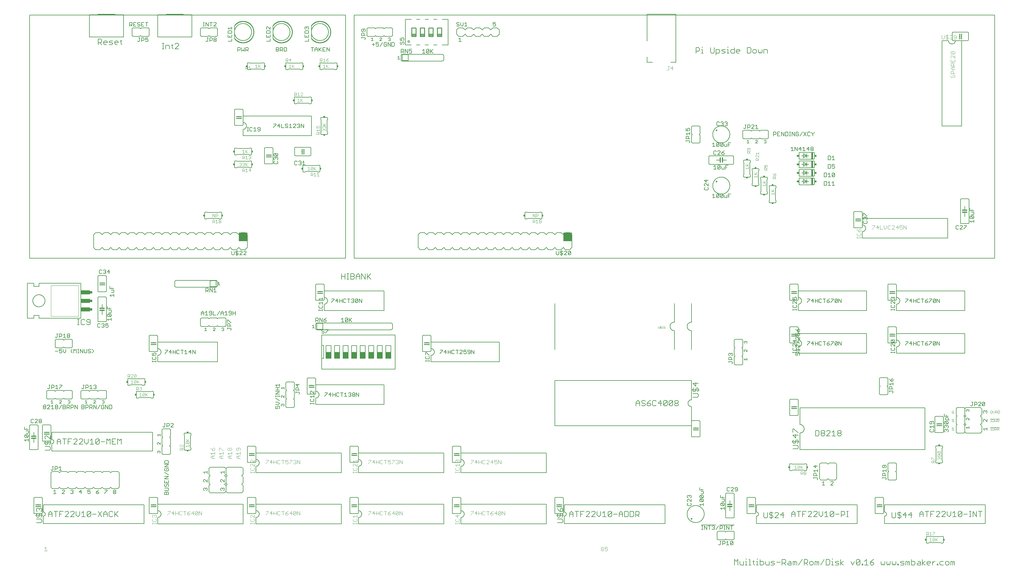
<source format=gto>
G04 EAGLE Gerber RS-274X export*
G75*
%MOMM*%
%FSLAX34Y34*%
%LPD*%
%INSilkscreen Top*%
%IPPOS*%
%AMOC8*
5,1,8,0,0,1.08239X$1,22.5*%
G01*
%ADD10C,0.152400*%
%ADD11C,0.101600*%
%ADD12C,0.076200*%
%ADD13C,0.177800*%
%ADD14C,0.127000*%
%ADD15C,0.203200*%
%ADD16C,0.050800*%
%ADD17C,0.254000*%
%ADD18R,1.524000X1.905000*%
%ADD19R,0.381000X0.508000*%
%ADD20R,0.508000X0.381000*%
%ADD21R,2.540000X2.540000*%
%ADD22C,0.304800*%
%ADD23R,0.635000X0.762000*%
%ADD24R,2.794000X1.270000*%
%ADD25R,0.508000X2.032000*%
%ADD26R,0.635000X0.508000*%


D10*
X953262Y775462D02*
X953262Y791732D01*
X953262Y783597D02*
X964109Y783597D01*
X964109Y791732D02*
X964109Y775462D01*
X969634Y775462D02*
X975057Y775462D01*
X972345Y775462D02*
X972345Y791732D01*
X969634Y791732D02*
X975057Y791732D01*
X980548Y791732D02*
X980548Y775462D01*
X980548Y791732D02*
X988683Y791732D01*
X991395Y789020D01*
X991395Y786309D01*
X988683Y783597D01*
X991395Y780885D01*
X991395Y778174D01*
X988683Y775462D01*
X980548Y775462D01*
X980548Y783597D02*
X988683Y783597D01*
X996920Y786309D02*
X996920Y775462D01*
X996920Y786309D02*
X1002343Y791732D01*
X1007766Y786309D01*
X1007766Y775462D01*
X1007766Y783597D02*
X996920Y783597D01*
X1013291Y775462D02*
X1013291Y791732D01*
X1024138Y775462D01*
X1024138Y791732D01*
X1029663Y791732D02*
X1029663Y775462D01*
X1029663Y780885D02*
X1040509Y791732D01*
X1032374Y783597D02*
X1040509Y775462D01*
X229362Y1473962D02*
X229362Y1490232D01*
X237497Y1490232D01*
X240209Y1487520D01*
X240209Y1482097D01*
X237497Y1479385D01*
X229362Y1479385D01*
X234785Y1479385D02*
X240209Y1473962D01*
X248445Y1473962D02*
X253869Y1473962D01*
X248445Y1473962D02*
X245734Y1476674D01*
X245734Y1482097D01*
X248445Y1484809D01*
X253869Y1484809D01*
X256580Y1482097D01*
X256580Y1479385D01*
X245734Y1479385D01*
X262105Y1473962D02*
X270240Y1473962D01*
X272952Y1476674D01*
X270240Y1479385D01*
X264817Y1479385D01*
X262105Y1482097D01*
X264817Y1484809D01*
X272952Y1484809D01*
X281188Y1473962D02*
X286612Y1473962D01*
X281188Y1473962D02*
X278477Y1476674D01*
X278477Y1482097D01*
X281188Y1484809D01*
X286612Y1484809D01*
X289323Y1482097D01*
X289323Y1479385D01*
X278477Y1479385D01*
X297560Y1476674D02*
X297560Y1487520D01*
X297560Y1476674D02*
X300272Y1473962D01*
X300272Y1484809D02*
X294848Y1484809D01*
X419862Y1461262D02*
X425285Y1461262D01*
X422574Y1461262D02*
X422574Y1477532D01*
X425285Y1477532D02*
X419862Y1477532D01*
X430776Y1472109D02*
X430776Y1461262D01*
X430776Y1472109D02*
X438911Y1472109D01*
X441623Y1469397D01*
X441623Y1461262D01*
X449860Y1463974D02*
X449860Y1474820D01*
X449860Y1463974D02*
X452571Y1461262D01*
X452571Y1472109D02*
X447148Y1472109D01*
X458062Y1461262D02*
X468909Y1461262D01*
X458062Y1461262D02*
X468909Y1472109D01*
X468909Y1474820D01*
X466197Y1477532D01*
X460774Y1477532D01*
X458062Y1474820D01*
X2121662Y-59168D02*
X2121662Y-75438D01*
X2127085Y-64591D02*
X2121662Y-59168D01*
X2127085Y-64591D02*
X2132509Y-59168D01*
X2132509Y-75438D01*
X2138034Y-72726D02*
X2138034Y-64591D01*
X2138034Y-72726D02*
X2140745Y-75438D01*
X2148880Y-75438D01*
X2148880Y-64591D01*
X2154405Y-64591D02*
X2157117Y-64591D01*
X2157117Y-75438D01*
X2159828Y-75438D02*
X2154405Y-75438D01*
X2157117Y-59168D02*
X2157117Y-56456D01*
X2165320Y-59168D02*
X2168031Y-59168D01*
X2168031Y-75438D01*
X2165320Y-75438D02*
X2170743Y-75438D01*
X2178946Y-72726D02*
X2178946Y-61880D01*
X2178946Y-72726D02*
X2181657Y-75438D01*
X2181657Y-64591D02*
X2176234Y-64591D01*
X2187148Y-64591D02*
X2189860Y-64591D01*
X2189860Y-75438D01*
X2187148Y-75438D02*
X2192572Y-75438D01*
X2189860Y-59168D02*
X2189860Y-56456D01*
X2198063Y-59168D02*
X2198063Y-75438D01*
X2206198Y-75438D01*
X2208909Y-72726D01*
X2208909Y-67303D01*
X2206198Y-64591D01*
X2198063Y-64591D01*
X2214434Y-64591D02*
X2214434Y-72726D01*
X2217146Y-75438D01*
X2225281Y-75438D01*
X2225281Y-64591D01*
X2230806Y-75438D02*
X2238941Y-75438D01*
X2241652Y-72726D01*
X2238941Y-70015D01*
X2233517Y-70015D01*
X2230806Y-67303D01*
X2233517Y-64591D01*
X2241652Y-64591D01*
X2247177Y-67303D02*
X2258024Y-67303D01*
X2263549Y-75438D02*
X2263549Y-59168D01*
X2271684Y-59168D01*
X2274395Y-61880D01*
X2274395Y-67303D01*
X2271684Y-70015D01*
X2263549Y-70015D01*
X2268972Y-70015D02*
X2274395Y-75438D01*
X2282632Y-64591D02*
X2288055Y-64591D01*
X2290767Y-67303D01*
X2290767Y-75438D01*
X2282632Y-75438D01*
X2279920Y-72726D01*
X2282632Y-70015D01*
X2290767Y-70015D01*
X2296292Y-75438D02*
X2296292Y-64591D01*
X2299004Y-64591D01*
X2301715Y-67303D01*
X2301715Y-75438D01*
X2301715Y-67303D02*
X2304427Y-64591D01*
X2307139Y-67303D01*
X2307139Y-75438D01*
X2312664Y-75438D02*
X2323510Y-59168D01*
X2329035Y-59168D02*
X2329035Y-75438D01*
X2329035Y-59168D02*
X2337170Y-59168D01*
X2339882Y-61880D01*
X2339882Y-67303D01*
X2337170Y-70015D01*
X2329035Y-70015D01*
X2334458Y-70015D02*
X2339882Y-75438D01*
X2348118Y-75438D02*
X2353542Y-75438D01*
X2356253Y-72726D01*
X2356253Y-67303D01*
X2353542Y-64591D01*
X2348118Y-64591D01*
X2345407Y-67303D01*
X2345407Y-72726D01*
X2348118Y-75438D01*
X2361778Y-75438D02*
X2361778Y-64591D01*
X2364490Y-64591D01*
X2367202Y-67303D01*
X2367202Y-75438D01*
X2367202Y-67303D02*
X2369913Y-64591D01*
X2372625Y-67303D01*
X2372625Y-75438D01*
X2378150Y-75438D02*
X2388996Y-59168D01*
X2394521Y-59168D02*
X2394521Y-75438D01*
X2402656Y-75438D01*
X2405368Y-72726D01*
X2405368Y-61880D01*
X2402656Y-59168D01*
X2394521Y-59168D01*
X2410893Y-64591D02*
X2413605Y-64591D01*
X2413605Y-75438D01*
X2416316Y-75438D02*
X2410893Y-75438D01*
X2413605Y-59168D02*
X2413605Y-56456D01*
X2421807Y-75438D02*
X2429942Y-75438D01*
X2432654Y-72726D01*
X2429942Y-70015D01*
X2424519Y-70015D01*
X2421807Y-67303D01*
X2424519Y-64591D01*
X2432654Y-64591D01*
X2438179Y-59168D02*
X2438179Y-75438D01*
X2438179Y-70015D02*
X2446314Y-75438D01*
X2438179Y-70015D02*
X2446314Y-64591D01*
X2468193Y-64591D02*
X2473617Y-75438D01*
X2479040Y-64591D01*
X2484565Y-61880D02*
X2484565Y-72726D01*
X2484565Y-61880D02*
X2487277Y-59168D01*
X2492700Y-59168D01*
X2495412Y-61880D01*
X2495412Y-72726D01*
X2492700Y-75438D01*
X2487277Y-75438D01*
X2484565Y-72726D01*
X2495412Y-61880D01*
X2500937Y-72726D02*
X2500937Y-75438D01*
X2500937Y-72726D02*
X2503648Y-72726D01*
X2503648Y-75438D01*
X2500937Y-75438D01*
X2509122Y-64591D02*
X2514546Y-59168D01*
X2514546Y-75438D01*
X2519969Y-75438D02*
X2509122Y-75438D01*
X2530917Y-61880D02*
X2536340Y-59168D01*
X2530917Y-61880D02*
X2525494Y-67303D01*
X2525494Y-72726D01*
X2528206Y-75438D01*
X2533629Y-75438D01*
X2536340Y-72726D01*
X2536340Y-70015D01*
X2533629Y-67303D01*
X2525494Y-67303D01*
X2558237Y-64591D02*
X2558237Y-72726D01*
X2560949Y-75438D01*
X2563660Y-72726D01*
X2566372Y-75438D01*
X2569084Y-72726D01*
X2569084Y-64591D01*
X2574609Y-64591D02*
X2574609Y-72726D01*
X2577320Y-75438D01*
X2580032Y-72726D01*
X2582744Y-75438D01*
X2585455Y-72726D01*
X2585455Y-64591D01*
X2590980Y-64591D02*
X2590980Y-72726D01*
X2593692Y-75438D01*
X2596403Y-72726D01*
X2599115Y-75438D01*
X2601827Y-72726D01*
X2601827Y-64591D01*
X2607352Y-72726D02*
X2607352Y-75438D01*
X2607352Y-72726D02*
X2610063Y-72726D01*
X2610063Y-75438D01*
X2607352Y-75438D01*
X2615537Y-75438D02*
X2623672Y-75438D01*
X2626384Y-72726D01*
X2623672Y-70015D01*
X2618249Y-70015D01*
X2615537Y-67303D01*
X2618249Y-64591D01*
X2626384Y-64591D01*
X2631909Y-64591D02*
X2631909Y-75438D01*
X2631909Y-64591D02*
X2634621Y-64591D01*
X2637332Y-67303D01*
X2637332Y-75438D01*
X2637332Y-67303D02*
X2640044Y-64591D01*
X2642756Y-67303D01*
X2642756Y-75438D01*
X2648281Y-75438D02*
X2648281Y-59168D01*
X2648281Y-75438D02*
X2656416Y-75438D01*
X2659127Y-72726D01*
X2659127Y-67303D01*
X2656416Y-64591D01*
X2648281Y-64591D01*
X2667364Y-64591D02*
X2672787Y-64591D01*
X2675499Y-67303D01*
X2675499Y-75438D01*
X2667364Y-75438D01*
X2664652Y-72726D01*
X2667364Y-70015D01*
X2675499Y-70015D01*
X2681024Y-75438D02*
X2681024Y-59168D01*
X2681024Y-70015D02*
X2689159Y-75438D01*
X2681024Y-70015D02*
X2689159Y-64591D01*
X2697378Y-75438D02*
X2702802Y-75438D01*
X2697378Y-75438D02*
X2694667Y-72726D01*
X2694667Y-67303D01*
X2697378Y-64591D01*
X2702802Y-64591D01*
X2705513Y-67303D01*
X2705513Y-70015D01*
X2694667Y-70015D01*
X2711038Y-75438D02*
X2711038Y-64591D01*
X2711038Y-70015D02*
X2716462Y-64591D01*
X2719173Y-64591D01*
X2724681Y-72726D02*
X2724681Y-75438D01*
X2724681Y-72726D02*
X2727393Y-72726D01*
X2727393Y-75438D01*
X2724681Y-75438D01*
X2735579Y-64591D02*
X2743714Y-64591D01*
X2735579Y-64591D02*
X2732867Y-67303D01*
X2732867Y-72726D01*
X2735579Y-75438D01*
X2743714Y-75438D01*
X2751950Y-75438D02*
X2757374Y-75438D01*
X2760085Y-72726D01*
X2760085Y-67303D01*
X2757374Y-64591D01*
X2751950Y-64591D01*
X2749239Y-67303D01*
X2749239Y-72726D01*
X2751950Y-75438D01*
X2765610Y-75438D02*
X2765610Y-64591D01*
X2768322Y-64591D01*
X2771033Y-67303D01*
X2771033Y-75438D01*
X2771033Y-67303D02*
X2773745Y-64591D01*
X2776457Y-67303D01*
X2776457Y-75438D01*
X2007362Y1448562D02*
X2007362Y1464832D01*
X2015497Y1464832D01*
X2018209Y1462120D01*
X2018209Y1456697D01*
X2015497Y1453985D01*
X2007362Y1453985D01*
X2023734Y1459409D02*
X2026445Y1459409D01*
X2026445Y1448562D01*
X2023734Y1448562D02*
X2029157Y1448562D01*
X2026445Y1464832D02*
X2026445Y1467544D01*
X2051020Y1464832D02*
X2051020Y1451274D01*
X2053731Y1448562D01*
X2059154Y1448562D01*
X2061866Y1451274D01*
X2061866Y1464832D01*
X2067391Y1459409D02*
X2067391Y1443139D01*
X2067391Y1459409D02*
X2075526Y1459409D01*
X2078238Y1456697D01*
X2078238Y1451274D01*
X2075526Y1448562D01*
X2067391Y1448562D01*
X2083763Y1448562D02*
X2091898Y1448562D01*
X2094609Y1451274D01*
X2091898Y1453985D01*
X2086474Y1453985D01*
X2083763Y1456697D01*
X2086474Y1459409D01*
X2094609Y1459409D01*
X2100134Y1459409D02*
X2102846Y1459409D01*
X2102846Y1448562D01*
X2105557Y1448562D02*
X2100134Y1448562D01*
X2102846Y1464832D02*
X2102846Y1467544D01*
X2121895Y1464832D02*
X2121895Y1448562D01*
X2113760Y1448562D01*
X2111049Y1451274D01*
X2111049Y1456697D01*
X2113760Y1459409D01*
X2121895Y1459409D01*
X2130132Y1448562D02*
X2135555Y1448562D01*
X2130132Y1448562D02*
X2127420Y1451274D01*
X2127420Y1456697D01*
X2130132Y1459409D01*
X2135555Y1459409D01*
X2138267Y1456697D01*
X2138267Y1453985D01*
X2127420Y1453985D01*
X2160163Y1448562D02*
X2160163Y1464832D01*
X2160163Y1448562D02*
X2168298Y1448562D01*
X2171010Y1451274D01*
X2171010Y1462120D01*
X2168298Y1464832D01*
X2160163Y1464832D01*
X2179246Y1448562D02*
X2184670Y1448562D01*
X2187381Y1451274D01*
X2187381Y1456697D01*
X2184670Y1459409D01*
X2179246Y1459409D01*
X2176535Y1456697D01*
X2176535Y1451274D01*
X2179246Y1448562D01*
X2192906Y1451274D02*
X2192906Y1459409D01*
X2192906Y1451274D02*
X2195618Y1448562D01*
X2198330Y1451274D01*
X2201041Y1448562D01*
X2203753Y1451274D01*
X2203753Y1459409D01*
X2209278Y1459409D02*
X2209278Y1448562D01*
X2209278Y1459409D02*
X2217413Y1459409D01*
X2220125Y1456697D01*
X2220125Y1448562D01*
D11*
X576072Y241808D02*
X568276Y241808D01*
X564378Y245706D01*
X568276Y249604D01*
X576072Y249604D01*
X570225Y249604D02*
X570225Y241808D01*
X568276Y253502D02*
X564378Y257400D01*
X576072Y257400D01*
X576072Y253502D02*
X576072Y261298D01*
X566327Y269094D02*
X564378Y272992D01*
X566327Y269094D02*
X570225Y265196D01*
X574123Y265196D01*
X576072Y267145D01*
X576072Y271043D01*
X574123Y272992D01*
X572174Y272992D01*
X570225Y271043D01*
X570225Y265196D01*
X593676Y241808D02*
X601472Y241808D01*
X593676Y241808D02*
X589778Y245706D01*
X593676Y249604D01*
X601472Y249604D01*
X595625Y249604D02*
X595625Y241808D01*
X593676Y253502D02*
X589778Y257400D01*
X601472Y257400D01*
X601472Y253502D02*
X601472Y261298D01*
X589778Y265196D02*
X589778Y272992D01*
X591727Y272992D01*
X599523Y265196D01*
X601472Y265196D01*
X619076Y241808D02*
X626872Y241808D01*
X619076Y241808D02*
X615178Y245706D01*
X619076Y249604D01*
X626872Y249604D01*
X621025Y249604D02*
X621025Y241808D01*
X619076Y253502D02*
X615178Y257400D01*
X626872Y257400D01*
X626872Y253502D02*
X626872Y261298D01*
X617127Y265196D02*
X615178Y267145D01*
X615178Y271043D01*
X617127Y272992D01*
X619076Y272992D01*
X621025Y271043D01*
X622974Y272992D01*
X624923Y272992D01*
X626872Y271043D01*
X626872Y267145D01*
X624923Y265196D01*
X622974Y265196D01*
X621025Y267145D01*
X619076Y265196D01*
X617127Y265196D01*
X621025Y267145D02*
X621025Y271043D01*
X644476Y241808D02*
X652272Y241808D01*
X644476Y241808D02*
X640578Y245706D01*
X644476Y249604D01*
X652272Y249604D01*
X646425Y249604D02*
X646425Y241808D01*
X644476Y253502D02*
X640578Y257400D01*
X652272Y257400D01*
X652272Y253502D02*
X652272Y261298D01*
X650323Y265196D02*
X652272Y267145D01*
X652272Y271043D01*
X650323Y272992D01*
X642527Y272992D01*
X640578Y271043D01*
X640578Y267145D01*
X642527Y265196D01*
X644476Y265196D01*
X646425Y267145D01*
X646425Y272992D01*
D12*
X2768981Y358273D02*
X2773896Y358273D01*
X2768981Y358273D02*
X2768981Y354587D01*
X2771438Y355816D01*
X2772667Y355816D01*
X2773896Y354587D01*
X2773896Y352130D01*
X2772667Y350901D01*
X2770210Y350901D01*
X2768981Y352130D01*
X2768981Y332873D02*
X2773896Y332873D01*
X2768981Y332873D02*
X2768981Y329187D01*
X2771438Y330416D01*
X2772667Y330416D01*
X2773896Y329187D01*
X2773896Y326730D01*
X2772667Y325501D01*
X2770210Y325501D01*
X2768981Y326730D01*
X2773896Y382445D02*
X2772667Y383673D01*
X2770210Y383673D01*
X2768981Y382445D01*
X2768981Y377530D01*
X2770210Y376301D01*
X2772667Y376301D01*
X2773896Y377530D01*
X2773896Y379987D01*
X2771438Y379987D01*
X2882900Y334391D02*
X2910342Y334391D01*
X2885738Y325501D02*
X2883281Y325501D01*
X2884510Y325501D02*
X2884510Y332873D01*
X2885738Y332873D02*
X2883281Y332873D01*
X2889499Y332873D02*
X2891957Y332873D01*
X2889499Y332873D02*
X2888270Y331645D01*
X2888270Y326730D01*
X2889499Y325501D01*
X2891957Y325501D01*
X2893185Y326730D01*
X2893185Y331645D01*
X2891957Y332873D01*
X2895755Y332873D02*
X2895755Y325501D01*
X2895755Y332873D02*
X2899441Y332873D01*
X2900669Y331645D01*
X2900669Y329187D01*
X2899441Y327958D01*
X2895755Y327958D01*
X2898212Y327958D02*
X2900669Y325501D01*
X2903239Y325501D02*
X2903239Y332873D01*
X2906925Y332873D01*
X2908154Y331645D01*
X2908154Y329187D01*
X2906925Y327958D01*
X2903239Y327958D01*
X2905696Y327958D02*
X2908154Y325501D01*
X2910342Y359791D02*
X2882900Y359791D01*
X2883281Y350901D02*
X2885738Y350901D01*
X2884510Y350901D02*
X2884510Y358273D01*
X2885738Y358273D02*
X2883281Y358273D01*
X2889499Y358273D02*
X2891957Y358273D01*
X2889499Y358273D02*
X2888270Y357045D01*
X2888270Y352130D01*
X2889499Y350901D01*
X2891957Y350901D01*
X2893185Y352130D01*
X2893185Y357045D01*
X2891957Y358273D01*
X2895755Y358273D02*
X2895755Y350901D01*
X2898212Y353358D01*
X2900669Y350901D01*
X2900669Y358273D01*
X2903239Y358273D02*
X2903239Y350901D01*
X2903239Y358273D02*
X2906925Y358273D01*
X2908154Y357045D01*
X2908154Y354587D01*
X2906925Y353358D01*
X2903239Y353358D01*
X2905696Y353358D02*
X2908154Y350901D01*
X2886967Y383673D02*
X2884510Y383673D01*
X2883281Y382445D01*
X2883281Y377530D01*
X2884510Y376301D01*
X2886967Y376301D01*
X2888196Y377530D01*
X2888196Y382445D01*
X2886967Y383673D01*
X2890765Y383673D02*
X2890765Y378758D01*
X2893223Y376301D01*
X2895680Y378758D01*
X2895680Y383673D01*
X2898249Y383673D02*
X2898249Y376301D01*
X2898249Y383673D02*
X2901935Y383673D01*
X2903164Y382445D01*
X2903164Y379987D01*
X2901935Y378758D01*
X2898249Y378758D01*
X2900707Y378758D02*
X2903164Y376301D01*
X2905733Y376301D02*
X2905733Y383673D01*
X2905733Y376301D02*
X2909420Y376301D01*
X2910648Y377530D01*
X2910648Y382445D01*
X2909420Y383673D01*
X2905733Y383673D01*
D11*
X74002Y-22088D02*
X70104Y-25986D01*
X74002Y-22088D02*
X74002Y-33782D01*
X70104Y-33782D02*
X77900Y-33782D01*
X1725168Y-24037D02*
X1727117Y-22088D01*
X1731015Y-22088D01*
X1732964Y-24037D01*
X1732964Y-25986D01*
X1731015Y-27935D01*
X1732964Y-29884D01*
X1732964Y-31833D01*
X1731015Y-33782D01*
X1727117Y-33782D01*
X1725168Y-31833D01*
X1725168Y-29884D01*
X1727117Y-27935D01*
X1725168Y-25986D01*
X1725168Y-24037D01*
X1727117Y-27935D02*
X1731015Y-27935D01*
X1736862Y-22088D02*
X1744658Y-22088D01*
X1736862Y-22088D02*
X1736862Y-27935D01*
X1740760Y-25986D01*
X1742709Y-25986D01*
X1744658Y-27935D01*
X1744658Y-31833D01*
X1742709Y-33782D01*
X1738811Y-33782D01*
X1736862Y-31833D01*
D10*
X1257300Y105410D02*
X1003300Y105410D01*
X1003300Y46990D02*
X1257300Y46990D01*
X1257300Y105410D01*
X1003300Y105410D02*
X1003300Y86360D01*
X1003300Y66040D02*
X1003300Y46990D01*
X1003300Y66040D02*
X1003547Y66043D01*
X1003795Y66052D01*
X1004042Y66067D01*
X1004288Y66088D01*
X1004534Y66115D01*
X1004779Y66148D01*
X1005024Y66187D01*
X1005267Y66232D01*
X1005509Y66283D01*
X1005750Y66340D01*
X1005989Y66402D01*
X1006227Y66471D01*
X1006463Y66545D01*
X1006697Y66625D01*
X1006929Y66710D01*
X1007159Y66802D01*
X1007387Y66898D01*
X1007612Y67001D01*
X1007835Y67108D01*
X1008055Y67222D01*
X1008272Y67340D01*
X1008487Y67464D01*
X1008698Y67593D01*
X1008906Y67727D01*
X1009111Y67866D01*
X1009312Y68010D01*
X1009510Y68158D01*
X1009704Y68312D01*
X1009894Y68470D01*
X1010080Y68633D01*
X1010262Y68800D01*
X1010440Y68972D01*
X1010614Y69148D01*
X1010784Y69328D01*
X1010949Y69513D01*
X1011109Y69701D01*
X1011265Y69893D01*
X1011417Y70089D01*
X1011563Y70288D01*
X1011705Y70491D01*
X1011841Y70698D01*
X1011973Y70907D01*
X1012099Y71120D01*
X1012220Y71336D01*
X1012336Y71554D01*
X1012446Y71776D01*
X1012551Y72000D01*
X1012651Y72226D01*
X1012745Y72455D01*
X1012833Y72686D01*
X1012916Y72920D01*
X1012993Y73155D01*
X1013064Y73392D01*
X1013130Y73630D01*
X1013189Y73870D01*
X1013243Y74112D01*
X1013291Y74355D01*
X1013333Y74598D01*
X1013369Y74843D01*
X1013399Y75089D01*
X1013423Y75335D01*
X1013441Y75582D01*
X1013453Y75829D01*
X1013459Y76076D01*
X1013459Y76324D01*
X1013453Y76571D01*
X1013441Y76818D01*
X1013423Y77065D01*
X1013399Y77311D01*
X1013369Y77557D01*
X1013333Y77802D01*
X1013291Y78045D01*
X1013243Y78288D01*
X1013189Y78530D01*
X1013130Y78770D01*
X1013064Y79008D01*
X1012993Y79245D01*
X1012916Y79480D01*
X1012833Y79714D01*
X1012745Y79945D01*
X1012651Y80174D01*
X1012551Y80400D01*
X1012446Y80624D01*
X1012336Y80846D01*
X1012220Y81064D01*
X1012099Y81280D01*
X1011973Y81493D01*
X1011841Y81702D01*
X1011705Y81909D01*
X1011563Y82112D01*
X1011417Y82311D01*
X1011265Y82507D01*
X1011109Y82699D01*
X1010949Y82887D01*
X1010784Y83072D01*
X1010614Y83252D01*
X1010440Y83428D01*
X1010262Y83600D01*
X1010080Y83767D01*
X1009894Y83930D01*
X1009704Y84088D01*
X1009510Y84242D01*
X1009312Y84390D01*
X1009111Y84534D01*
X1008906Y84673D01*
X1008698Y84807D01*
X1008487Y84936D01*
X1008272Y85060D01*
X1008055Y85178D01*
X1007835Y85292D01*
X1007612Y85399D01*
X1007387Y85502D01*
X1007159Y85598D01*
X1006929Y85690D01*
X1006697Y85775D01*
X1006463Y85855D01*
X1006227Y85929D01*
X1005989Y85998D01*
X1005750Y86060D01*
X1005509Y86117D01*
X1005267Y86168D01*
X1005024Y86213D01*
X1004779Y86252D01*
X1004534Y86285D01*
X1004288Y86312D01*
X1004042Y86333D01*
X1003795Y86348D01*
X1003547Y86357D01*
X1003300Y86360D01*
D11*
X998982Y50126D02*
X998982Y46228D01*
X998982Y48177D02*
X987288Y48177D01*
X987288Y46228D02*
X987288Y50126D01*
X987288Y59871D02*
X989237Y61820D01*
X987288Y59871D02*
X987288Y55973D01*
X989237Y54024D01*
X997033Y54024D01*
X998982Y55973D01*
X998982Y59871D01*
X997033Y61820D01*
X991186Y65718D02*
X987288Y69616D01*
X998982Y69616D01*
X998982Y65718D02*
X998982Y73514D01*
X1033018Y84592D02*
X1040814Y84592D01*
X1040814Y82643D01*
X1033018Y74847D01*
X1033018Y72898D01*
X1050559Y72898D02*
X1050559Y84592D01*
X1044712Y78745D01*
X1052508Y78745D01*
X1056406Y72898D02*
X1056406Y84592D01*
X1056406Y78745D02*
X1064202Y78745D01*
X1064202Y84592D02*
X1064202Y72898D01*
X1075896Y82643D02*
X1073947Y84592D01*
X1070049Y84592D01*
X1068100Y82643D01*
X1068100Y74847D01*
X1070049Y72898D01*
X1073947Y72898D01*
X1075896Y74847D01*
X1083692Y72898D02*
X1083692Y84592D01*
X1079794Y84592D02*
X1087590Y84592D01*
X1095386Y82643D02*
X1099284Y84592D01*
X1095386Y82643D02*
X1091488Y78745D01*
X1091488Y74847D01*
X1093437Y72898D01*
X1097335Y72898D01*
X1099284Y74847D01*
X1099284Y76796D01*
X1097335Y78745D01*
X1091488Y78745D01*
X1109029Y72898D02*
X1109029Y84592D01*
X1103182Y78745D01*
X1110978Y78745D01*
X1114876Y74847D02*
X1114876Y82643D01*
X1116825Y84592D01*
X1120723Y84592D01*
X1122672Y82643D01*
X1122672Y74847D01*
X1120723Y72898D01*
X1116825Y72898D01*
X1114876Y74847D01*
X1122672Y82643D01*
X1126570Y84592D02*
X1126570Y72898D01*
X1134366Y72898D02*
X1126570Y84592D01*
X1134366Y84592D02*
X1134366Y72898D01*
D10*
X952500Y105410D02*
X698500Y105410D01*
X698500Y46990D02*
X952500Y46990D01*
X952500Y105410D01*
X698500Y105410D02*
X698500Y86360D01*
X698500Y66040D02*
X698500Y46990D01*
X698500Y66040D02*
X698747Y66043D01*
X698995Y66052D01*
X699242Y66067D01*
X699488Y66088D01*
X699734Y66115D01*
X699979Y66148D01*
X700224Y66187D01*
X700467Y66232D01*
X700709Y66283D01*
X700950Y66340D01*
X701189Y66402D01*
X701427Y66471D01*
X701663Y66545D01*
X701897Y66625D01*
X702129Y66710D01*
X702359Y66802D01*
X702587Y66898D01*
X702812Y67001D01*
X703035Y67108D01*
X703255Y67222D01*
X703472Y67340D01*
X703687Y67464D01*
X703898Y67593D01*
X704106Y67727D01*
X704311Y67866D01*
X704512Y68010D01*
X704710Y68158D01*
X704904Y68312D01*
X705094Y68470D01*
X705280Y68633D01*
X705462Y68800D01*
X705640Y68972D01*
X705814Y69148D01*
X705984Y69328D01*
X706149Y69513D01*
X706309Y69701D01*
X706465Y69893D01*
X706617Y70089D01*
X706763Y70288D01*
X706905Y70491D01*
X707041Y70698D01*
X707173Y70907D01*
X707299Y71120D01*
X707420Y71336D01*
X707536Y71554D01*
X707646Y71776D01*
X707751Y72000D01*
X707851Y72226D01*
X707945Y72455D01*
X708033Y72686D01*
X708116Y72920D01*
X708193Y73155D01*
X708264Y73392D01*
X708330Y73630D01*
X708389Y73870D01*
X708443Y74112D01*
X708491Y74355D01*
X708533Y74598D01*
X708569Y74843D01*
X708599Y75089D01*
X708623Y75335D01*
X708641Y75582D01*
X708653Y75829D01*
X708659Y76076D01*
X708659Y76324D01*
X708653Y76571D01*
X708641Y76818D01*
X708623Y77065D01*
X708599Y77311D01*
X708569Y77557D01*
X708533Y77802D01*
X708491Y78045D01*
X708443Y78288D01*
X708389Y78530D01*
X708330Y78770D01*
X708264Y79008D01*
X708193Y79245D01*
X708116Y79480D01*
X708033Y79714D01*
X707945Y79945D01*
X707851Y80174D01*
X707751Y80400D01*
X707646Y80624D01*
X707536Y80846D01*
X707420Y81064D01*
X707299Y81280D01*
X707173Y81493D01*
X707041Y81702D01*
X706905Y81909D01*
X706763Y82112D01*
X706617Y82311D01*
X706465Y82507D01*
X706309Y82699D01*
X706149Y82887D01*
X705984Y83072D01*
X705814Y83252D01*
X705640Y83428D01*
X705462Y83600D01*
X705280Y83767D01*
X705094Y83930D01*
X704904Y84088D01*
X704710Y84242D01*
X704512Y84390D01*
X704311Y84534D01*
X704106Y84673D01*
X703898Y84807D01*
X703687Y84936D01*
X703472Y85060D01*
X703255Y85178D01*
X703035Y85292D01*
X702812Y85399D01*
X702587Y85502D01*
X702359Y85598D01*
X702129Y85690D01*
X701897Y85775D01*
X701663Y85855D01*
X701427Y85929D01*
X701189Y85998D01*
X700950Y86060D01*
X700709Y86117D01*
X700467Y86168D01*
X700224Y86213D01*
X699979Y86252D01*
X699734Y86285D01*
X699488Y86312D01*
X699242Y86333D01*
X698995Y86348D01*
X698747Y86357D01*
X698500Y86360D01*
D11*
X694182Y50126D02*
X694182Y46228D01*
X694182Y48177D02*
X682488Y48177D01*
X682488Y46228D02*
X682488Y50126D01*
X682488Y59871D02*
X684437Y61820D01*
X682488Y59871D02*
X682488Y55973D01*
X684437Y54024D01*
X692233Y54024D01*
X694182Y55973D01*
X694182Y59871D01*
X692233Y61820D01*
X694182Y65718D02*
X694182Y73514D01*
X694182Y65718D02*
X686386Y73514D01*
X684437Y73514D01*
X682488Y71565D01*
X682488Y67667D01*
X684437Y65718D01*
X728218Y84592D02*
X736014Y84592D01*
X736014Y82643D01*
X728218Y74847D01*
X728218Y72898D01*
X745759Y72898D02*
X745759Y84592D01*
X739912Y78745D01*
X747708Y78745D01*
X751606Y72898D02*
X751606Y84592D01*
X751606Y78745D02*
X759402Y78745D01*
X759402Y84592D02*
X759402Y72898D01*
X771096Y82643D02*
X769147Y84592D01*
X765249Y84592D01*
X763300Y82643D01*
X763300Y74847D01*
X765249Y72898D01*
X769147Y72898D01*
X771096Y74847D01*
X778892Y72898D02*
X778892Y84592D01*
X774994Y84592D02*
X782790Y84592D01*
X790586Y82643D02*
X794484Y84592D01*
X790586Y82643D02*
X786688Y78745D01*
X786688Y74847D01*
X788637Y72898D01*
X792535Y72898D01*
X794484Y74847D01*
X794484Y76796D01*
X792535Y78745D01*
X786688Y78745D01*
X804229Y72898D02*
X804229Y84592D01*
X798382Y78745D01*
X806178Y78745D01*
X810076Y74847D02*
X810076Y82643D01*
X812025Y84592D01*
X815923Y84592D01*
X817872Y82643D01*
X817872Y74847D01*
X815923Y72898D01*
X812025Y72898D01*
X810076Y74847D01*
X817872Y82643D01*
X821770Y84592D02*
X821770Y72898D01*
X829566Y72898D02*
X821770Y84592D01*
X829566Y84592D02*
X829566Y72898D01*
D10*
X660400Y105410D02*
X406400Y105410D01*
X406400Y46990D02*
X660400Y46990D01*
X660400Y105410D01*
X406400Y105410D02*
X406400Y86360D01*
X406400Y66040D02*
X406400Y46990D01*
X406400Y66040D02*
X406647Y66043D01*
X406895Y66052D01*
X407142Y66067D01*
X407388Y66088D01*
X407634Y66115D01*
X407879Y66148D01*
X408124Y66187D01*
X408367Y66232D01*
X408609Y66283D01*
X408850Y66340D01*
X409089Y66402D01*
X409327Y66471D01*
X409563Y66545D01*
X409797Y66625D01*
X410029Y66710D01*
X410259Y66802D01*
X410487Y66898D01*
X410712Y67001D01*
X410935Y67108D01*
X411155Y67222D01*
X411372Y67340D01*
X411587Y67464D01*
X411798Y67593D01*
X412006Y67727D01*
X412211Y67866D01*
X412412Y68010D01*
X412610Y68158D01*
X412804Y68312D01*
X412994Y68470D01*
X413180Y68633D01*
X413362Y68800D01*
X413540Y68972D01*
X413714Y69148D01*
X413884Y69328D01*
X414049Y69513D01*
X414209Y69701D01*
X414365Y69893D01*
X414517Y70089D01*
X414663Y70288D01*
X414805Y70491D01*
X414941Y70698D01*
X415073Y70907D01*
X415199Y71120D01*
X415320Y71336D01*
X415436Y71554D01*
X415546Y71776D01*
X415651Y72000D01*
X415751Y72226D01*
X415845Y72455D01*
X415933Y72686D01*
X416016Y72920D01*
X416093Y73155D01*
X416164Y73392D01*
X416230Y73630D01*
X416289Y73870D01*
X416343Y74112D01*
X416391Y74355D01*
X416433Y74598D01*
X416469Y74843D01*
X416499Y75089D01*
X416523Y75335D01*
X416541Y75582D01*
X416553Y75829D01*
X416559Y76076D01*
X416559Y76324D01*
X416553Y76571D01*
X416541Y76818D01*
X416523Y77065D01*
X416499Y77311D01*
X416469Y77557D01*
X416433Y77802D01*
X416391Y78045D01*
X416343Y78288D01*
X416289Y78530D01*
X416230Y78770D01*
X416164Y79008D01*
X416093Y79245D01*
X416016Y79480D01*
X415933Y79714D01*
X415845Y79945D01*
X415751Y80174D01*
X415651Y80400D01*
X415546Y80624D01*
X415436Y80846D01*
X415320Y81064D01*
X415199Y81280D01*
X415073Y81493D01*
X414941Y81702D01*
X414805Y81909D01*
X414663Y82112D01*
X414517Y82311D01*
X414365Y82507D01*
X414209Y82699D01*
X414049Y82887D01*
X413884Y83072D01*
X413714Y83252D01*
X413540Y83428D01*
X413362Y83600D01*
X413180Y83767D01*
X412994Y83930D01*
X412804Y84088D01*
X412610Y84242D01*
X412412Y84390D01*
X412211Y84534D01*
X412006Y84673D01*
X411798Y84807D01*
X411587Y84936D01*
X411372Y85060D01*
X411155Y85178D01*
X410935Y85292D01*
X410712Y85399D01*
X410487Y85502D01*
X410259Y85598D01*
X410029Y85690D01*
X409797Y85775D01*
X409563Y85855D01*
X409327Y85929D01*
X409089Y85998D01*
X408850Y86060D01*
X408609Y86117D01*
X408367Y86168D01*
X408124Y86213D01*
X407879Y86252D01*
X407634Y86285D01*
X407388Y86312D01*
X407142Y86333D01*
X406895Y86348D01*
X406647Y86357D01*
X406400Y86360D01*
D11*
X402082Y50126D02*
X402082Y46228D01*
X402082Y48177D02*
X390388Y48177D01*
X390388Y46228D02*
X390388Y50126D01*
X390388Y59871D02*
X392337Y61820D01*
X390388Y59871D02*
X390388Y55973D01*
X392337Y54024D01*
X400133Y54024D01*
X402082Y55973D01*
X402082Y59871D01*
X400133Y61820D01*
X392337Y65718D02*
X390388Y67667D01*
X390388Y71565D01*
X392337Y73514D01*
X394286Y73514D01*
X396235Y71565D01*
X396235Y69616D01*
X396235Y71565D02*
X398184Y73514D01*
X400133Y73514D01*
X402082Y71565D01*
X402082Y67667D01*
X400133Y65718D01*
X436118Y84592D02*
X443914Y84592D01*
X443914Y82643D01*
X436118Y74847D01*
X436118Y72898D01*
X453659Y72898D02*
X453659Y84592D01*
X447812Y78745D01*
X455608Y78745D01*
X459506Y72898D02*
X459506Y84592D01*
X459506Y78745D02*
X467302Y78745D01*
X467302Y84592D02*
X467302Y72898D01*
X478996Y82643D02*
X477047Y84592D01*
X473149Y84592D01*
X471200Y82643D01*
X471200Y74847D01*
X473149Y72898D01*
X477047Y72898D01*
X478996Y74847D01*
X486792Y72898D02*
X486792Y84592D01*
X482894Y84592D02*
X490690Y84592D01*
X498486Y82643D02*
X502384Y84592D01*
X498486Y82643D02*
X494588Y78745D01*
X494588Y74847D01*
X496537Y72898D01*
X500435Y72898D01*
X502384Y74847D01*
X502384Y76796D01*
X500435Y78745D01*
X494588Y78745D01*
X512129Y72898D02*
X512129Y84592D01*
X506282Y78745D01*
X514078Y78745D01*
X517976Y74847D02*
X517976Y82643D01*
X519925Y84592D01*
X523823Y84592D01*
X525772Y82643D01*
X525772Y74847D01*
X523823Y72898D01*
X519925Y72898D01*
X517976Y74847D01*
X525772Y82643D01*
X529670Y84592D02*
X529670Y72898D01*
X537466Y72898D02*
X529670Y84592D01*
X537466Y84592D02*
X537466Y72898D01*
D10*
X1308100Y105410D02*
X1562100Y105410D01*
X1562100Y46990D02*
X1308100Y46990D01*
X1562100Y46990D02*
X1562100Y105410D01*
X1308100Y105410D02*
X1308100Y86360D01*
X1308100Y66040D02*
X1308100Y46990D01*
X1308100Y66040D02*
X1308347Y66043D01*
X1308595Y66052D01*
X1308842Y66067D01*
X1309088Y66088D01*
X1309334Y66115D01*
X1309579Y66148D01*
X1309824Y66187D01*
X1310067Y66232D01*
X1310309Y66283D01*
X1310550Y66340D01*
X1310789Y66402D01*
X1311027Y66471D01*
X1311263Y66545D01*
X1311497Y66625D01*
X1311729Y66710D01*
X1311959Y66802D01*
X1312187Y66898D01*
X1312412Y67001D01*
X1312635Y67108D01*
X1312855Y67222D01*
X1313072Y67340D01*
X1313287Y67464D01*
X1313498Y67593D01*
X1313706Y67727D01*
X1313911Y67866D01*
X1314112Y68010D01*
X1314310Y68158D01*
X1314504Y68312D01*
X1314694Y68470D01*
X1314880Y68633D01*
X1315062Y68800D01*
X1315240Y68972D01*
X1315414Y69148D01*
X1315584Y69328D01*
X1315749Y69513D01*
X1315909Y69701D01*
X1316065Y69893D01*
X1316217Y70089D01*
X1316363Y70288D01*
X1316505Y70491D01*
X1316641Y70698D01*
X1316773Y70907D01*
X1316899Y71120D01*
X1317020Y71336D01*
X1317136Y71554D01*
X1317246Y71776D01*
X1317351Y72000D01*
X1317451Y72226D01*
X1317545Y72455D01*
X1317633Y72686D01*
X1317716Y72920D01*
X1317793Y73155D01*
X1317864Y73392D01*
X1317930Y73630D01*
X1317989Y73870D01*
X1318043Y74112D01*
X1318091Y74355D01*
X1318133Y74598D01*
X1318169Y74843D01*
X1318199Y75089D01*
X1318223Y75335D01*
X1318241Y75582D01*
X1318253Y75829D01*
X1318259Y76076D01*
X1318259Y76324D01*
X1318253Y76571D01*
X1318241Y76818D01*
X1318223Y77065D01*
X1318199Y77311D01*
X1318169Y77557D01*
X1318133Y77802D01*
X1318091Y78045D01*
X1318043Y78288D01*
X1317989Y78530D01*
X1317930Y78770D01*
X1317864Y79008D01*
X1317793Y79245D01*
X1317716Y79480D01*
X1317633Y79714D01*
X1317545Y79945D01*
X1317451Y80174D01*
X1317351Y80400D01*
X1317246Y80624D01*
X1317136Y80846D01*
X1317020Y81064D01*
X1316899Y81280D01*
X1316773Y81493D01*
X1316641Y81702D01*
X1316505Y81909D01*
X1316363Y82112D01*
X1316217Y82311D01*
X1316065Y82507D01*
X1315909Y82699D01*
X1315749Y82887D01*
X1315584Y83072D01*
X1315414Y83252D01*
X1315240Y83428D01*
X1315062Y83600D01*
X1314880Y83767D01*
X1314694Y83930D01*
X1314504Y84088D01*
X1314310Y84242D01*
X1314112Y84390D01*
X1313911Y84534D01*
X1313706Y84673D01*
X1313498Y84807D01*
X1313287Y84936D01*
X1313072Y85060D01*
X1312855Y85178D01*
X1312635Y85292D01*
X1312412Y85399D01*
X1312187Y85502D01*
X1311959Y85598D01*
X1311729Y85690D01*
X1311497Y85775D01*
X1311263Y85855D01*
X1311027Y85929D01*
X1310789Y85998D01*
X1310550Y86060D01*
X1310309Y86117D01*
X1310067Y86168D01*
X1309824Y86213D01*
X1309579Y86252D01*
X1309334Y86285D01*
X1309088Y86312D01*
X1308842Y86333D01*
X1308595Y86348D01*
X1308347Y86357D01*
X1308100Y86360D01*
D11*
X1303782Y50126D02*
X1303782Y46228D01*
X1303782Y48177D02*
X1292088Y48177D01*
X1292088Y46228D02*
X1292088Y50126D01*
X1292088Y59871D02*
X1294037Y61820D01*
X1292088Y59871D02*
X1292088Y55973D01*
X1294037Y54024D01*
X1301833Y54024D01*
X1303782Y55973D01*
X1303782Y59871D01*
X1301833Y61820D01*
X1303782Y71565D02*
X1292088Y71565D01*
X1297935Y65718D01*
X1297935Y73514D01*
X1337818Y84592D02*
X1345614Y84592D01*
X1345614Y82643D01*
X1337818Y74847D01*
X1337818Y72898D01*
X1355359Y72898D02*
X1355359Y84592D01*
X1349512Y78745D01*
X1357308Y78745D01*
X1361206Y72898D02*
X1361206Y84592D01*
X1361206Y78745D02*
X1369002Y78745D01*
X1369002Y84592D02*
X1369002Y72898D01*
X1380696Y82643D02*
X1378747Y84592D01*
X1374849Y84592D01*
X1372900Y82643D01*
X1372900Y74847D01*
X1374849Y72898D01*
X1378747Y72898D01*
X1380696Y74847D01*
X1388492Y72898D02*
X1388492Y84592D01*
X1384594Y84592D02*
X1392390Y84592D01*
X1400186Y82643D02*
X1404084Y84592D01*
X1400186Y82643D02*
X1396288Y78745D01*
X1396288Y74847D01*
X1398237Y72898D01*
X1402135Y72898D01*
X1404084Y74847D01*
X1404084Y76796D01*
X1402135Y78745D01*
X1396288Y78745D01*
X1413829Y72898D02*
X1413829Y84592D01*
X1407982Y78745D01*
X1415778Y78745D01*
X1419676Y74847D02*
X1419676Y82643D01*
X1421625Y84592D01*
X1425523Y84592D01*
X1427472Y82643D01*
X1427472Y74847D01*
X1425523Y72898D01*
X1421625Y72898D01*
X1419676Y74847D01*
X1427472Y82643D01*
X1431370Y84592D02*
X1431370Y72898D01*
X1439166Y72898D02*
X1431370Y84592D01*
X1439166Y84592D02*
X1439166Y72898D01*
D10*
X91440Y264160D02*
X91440Y285750D01*
X91598Y285752D01*
X91757Y285758D01*
X91915Y285768D01*
X92072Y285782D01*
X92230Y285799D01*
X92386Y285821D01*
X92543Y285846D01*
X92698Y285876D01*
X92853Y285909D01*
X93007Y285946D01*
X93160Y285987D01*
X93312Y286032D01*
X93462Y286081D01*
X93612Y286133D01*
X93760Y286189D01*
X93907Y286249D01*
X94052Y286312D01*
X94195Y286379D01*
X94337Y286449D01*
X94477Y286523D01*
X94615Y286601D01*
X94751Y286682D01*
X94885Y286766D01*
X95017Y286853D01*
X95147Y286944D01*
X95274Y287038D01*
X95399Y287135D01*
X95522Y287236D01*
X95642Y287339D01*
X95759Y287445D01*
X95874Y287554D01*
X95986Y287666D01*
X96095Y287781D01*
X96201Y287898D01*
X96304Y288018D01*
X96405Y288141D01*
X96502Y288266D01*
X96596Y288393D01*
X96687Y288523D01*
X96774Y288655D01*
X96858Y288789D01*
X96939Y288925D01*
X97017Y289063D01*
X97091Y289203D01*
X97161Y289345D01*
X97228Y289488D01*
X97291Y289633D01*
X97351Y289780D01*
X97407Y289928D01*
X97459Y290078D01*
X97508Y290228D01*
X97553Y290380D01*
X97594Y290533D01*
X97631Y290687D01*
X97664Y290842D01*
X97694Y290997D01*
X97719Y291154D01*
X97741Y291310D01*
X97758Y291468D01*
X97772Y291625D01*
X97782Y291783D01*
X97788Y291942D01*
X97790Y292100D01*
X97788Y292258D01*
X97782Y292417D01*
X97772Y292575D01*
X97758Y292732D01*
X97741Y292890D01*
X97719Y293046D01*
X97694Y293203D01*
X97664Y293358D01*
X97631Y293513D01*
X97594Y293667D01*
X97553Y293820D01*
X97508Y293972D01*
X97459Y294122D01*
X97407Y294272D01*
X97351Y294420D01*
X97291Y294567D01*
X97228Y294712D01*
X97161Y294855D01*
X97091Y294997D01*
X97017Y295137D01*
X96939Y295275D01*
X96858Y295411D01*
X96774Y295545D01*
X96687Y295677D01*
X96596Y295807D01*
X96502Y295934D01*
X96405Y296059D01*
X96304Y296182D01*
X96201Y296302D01*
X96095Y296419D01*
X95986Y296534D01*
X95874Y296646D01*
X95759Y296755D01*
X95642Y296861D01*
X95522Y296964D01*
X95399Y297065D01*
X95274Y297162D01*
X95147Y297256D01*
X95017Y297347D01*
X94885Y297434D01*
X94751Y297518D01*
X94615Y297599D01*
X94477Y297677D01*
X94337Y297751D01*
X94195Y297821D01*
X94052Y297888D01*
X93907Y297951D01*
X93760Y298011D01*
X93612Y298067D01*
X93462Y298119D01*
X93312Y298168D01*
X93160Y298213D01*
X93007Y298254D01*
X92853Y298291D01*
X92698Y298324D01*
X92543Y298354D01*
X92386Y298379D01*
X92230Y298401D01*
X92072Y298418D01*
X91915Y298432D01*
X91757Y298442D01*
X91598Y298448D01*
X91440Y298450D01*
X391160Y320040D02*
X391160Y264160D01*
X91440Y264160D01*
X91440Y320040D02*
X391160Y320040D01*
X91440Y320040D02*
X91440Y298450D01*
D13*
X84834Y266319D02*
X71487Y266319D01*
X84834Y266319D02*
X87503Y268988D01*
X87503Y274327D01*
X84834Y276996D01*
X71487Y276996D01*
X84834Y282691D02*
X87503Y285360D01*
X87503Y290698D01*
X84834Y293368D01*
X82164Y293368D01*
X79495Y290698D01*
X79495Y285360D01*
X76826Y282691D01*
X74157Y282691D01*
X71487Y285360D01*
X71487Y290698D01*
X74157Y293368D01*
X68818Y288029D02*
X90172Y288029D01*
X87503Y299062D02*
X87503Y309739D01*
X87503Y299062D02*
X76826Y309739D01*
X74157Y309739D01*
X71487Y307070D01*
X71487Y301731D01*
X74157Y299062D01*
X107569Y294776D02*
X107569Y284099D01*
X107569Y294776D02*
X112908Y300115D01*
X118246Y294776D01*
X118246Y284099D01*
X118246Y292107D02*
X107569Y292107D01*
X129279Y284099D02*
X129279Y300115D01*
X123941Y300115D02*
X134618Y300115D01*
X140312Y300115D02*
X140312Y284099D01*
X140312Y300115D02*
X150989Y300115D01*
X145651Y292107D02*
X140312Y292107D01*
X156684Y284099D02*
X167361Y284099D01*
X156684Y284099D02*
X167361Y294776D01*
X167361Y297445D01*
X164692Y300115D01*
X159353Y300115D01*
X156684Y297445D01*
X173055Y284099D02*
X183732Y284099D01*
X173055Y284099D02*
X183732Y294776D01*
X183732Y297445D01*
X181063Y300115D01*
X175725Y300115D01*
X173055Y297445D01*
X189427Y300115D02*
X189427Y289438D01*
X194765Y284099D01*
X200104Y289438D01*
X200104Y300115D01*
X205798Y294776D02*
X211137Y300115D01*
X211137Y284099D01*
X205798Y284099D02*
X216476Y284099D01*
X222170Y286768D02*
X222170Y297445D01*
X224839Y300115D01*
X230178Y300115D01*
X232847Y297445D01*
X232847Y286768D01*
X230178Y284099D01*
X224839Y284099D01*
X222170Y286768D01*
X232847Y297445D01*
X238542Y292107D02*
X249219Y292107D01*
X254913Y284099D02*
X254913Y300115D01*
X260252Y294776D01*
X265590Y300115D01*
X265590Y284099D01*
X271285Y300115D02*
X281962Y300115D01*
X271285Y300115D02*
X271285Y284099D01*
X281962Y284099D01*
X276623Y292107D02*
X271285Y292107D01*
X287656Y284099D02*
X287656Y300115D01*
X292995Y294776D01*
X298333Y300115D01*
X298333Y284099D01*
D10*
X1615440Y69850D02*
X1615440Y48260D01*
X1615440Y69850D02*
X1615598Y69852D01*
X1615757Y69858D01*
X1615915Y69868D01*
X1616072Y69882D01*
X1616230Y69899D01*
X1616386Y69921D01*
X1616543Y69946D01*
X1616698Y69976D01*
X1616853Y70009D01*
X1617007Y70046D01*
X1617160Y70087D01*
X1617312Y70132D01*
X1617462Y70181D01*
X1617612Y70233D01*
X1617760Y70289D01*
X1617907Y70349D01*
X1618052Y70412D01*
X1618195Y70479D01*
X1618337Y70549D01*
X1618477Y70623D01*
X1618615Y70701D01*
X1618751Y70782D01*
X1618885Y70866D01*
X1619017Y70953D01*
X1619147Y71044D01*
X1619274Y71138D01*
X1619399Y71235D01*
X1619522Y71336D01*
X1619642Y71439D01*
X1619759Y71545D01*
X1619874Y71654D01*
X1619986Y71766D01*
X1620095Y71881D01*
X1620201Y71998D01*
X1620304Y72118D01*
X1620405Y72241D01*
X1620502Y72366D01*
X1620596Y72493D01*
X1620687Y72623D01*
X1620774Y72755D01*
X1620858Y72889D01*
X1620939Y73025D01*
X1621017Y73163D01*
X1621091Y73303D01*
X1621161Y73445D01*
X1621228Y73588D01*
X1621291Y73733D01*
X1621351Y73880D01*
X1621407Y74028D01*
X1621459Y74178D01*
X1621508Y74328D01*
X1621553Y74480D01*
X1621594Y74633D01*
X1621631Y74787D01*
X1621664Y74942D01*
X1621694Y75097D01*
X1621719Y75254D01*
X1621741Y75410D01*
X1621758Y75568D01*
X1621772Y75725D01*
X1621782Y75883D01*
X1621788Y76042D01*
X1621790Y76200D01*
X1621788Y76358D01*
X1621782Y76517D01*
X1621772Y76675D01*
X1621758Y76832D01*
X1621741Y76990D01*
X1621719Y77146D01*
X1621694Y77303D01*
X1621664Y77458D01*
X1621631Y77613D01*
X1621594Y77767D01*
X1621553Y77920D01*
X1621508Y78072D01*
X1621459Y78222D01*
X1621407Y78372D01*
X1621351Y78520D01*
X1621291Y78667D01*
X1621228Y78812D01*
X1621161Y78955D01*
X1621091Y79097D01*
X1621017Y79237D01*
X1620939Y79375D01*
X1620858Y79511D01*
X1620774Y79645D01*
X1620687Y79777D01*
X1620596Y79907D01*
X1620502Y80034D01*
X1620405Y80159D01*
X1620304Y80282D01*
X1620201Y80402D01*
X1620095Y80519D01*
X1619986Y80634D01*
X1619874Y80746D01*
X1619759Y80855D01*
X1619642Y80961D01*
X1619522Y81064D01*
X1619399Y81165D01*
X1619274Y81262D01*
X1619147Y81356D01*
X1619017Y81447D01*
X1618885Y81534D01*
X1618751Y81618D01*
X1618615Y81699D01*
X1618477Y81777D01*
X1618337Y81851D01*
X1618195Y81921D01*
X1618052Y81988D01*
X1617907Y82051D01*
X1617760Y82111D01*
X1617612Y82167D01*
X1617462Y82219D01*
X1617312Y82268D01*
X1617160Y82313D01*
X1617007Y82354D01*
X1616853Y82391D01*
X1616698Y82424D01*
X1616543Y82454D01*
X1616386Y82479D01*
X1616230Y82501D01*
X1616072Y82518D01*
X1615915Y82532D01*
X1615757Y82542D01*
X1615598Y82548D01*
X1615440Y82550D01*
X1915160Y104140D02*
X1915160Y48260D01*
X1615440Y48260D01*
X1615440Y104140D02*
X1915160Y104140D01*
X1615440Y104140D02*
X1615440Y82550D01*
D13*
X1608834Y50419D02*
X1595487Y50419D01*
X1608834Y50419D02*
X1611503Y53088D01*
X1611503Y58427D01*
X1608834Y61096D01*
X1595487Y61096D01*
X1608834Y66791D02*
X1611503Y69460D01*
X1611503Y74798D01*
X1608834Y77468D01*
X1606164Y77468D01*
X1603495Y74798D01*
X1603495Y69460D01*
X1600826Y66791D01*
X1598157Y66791D01*
X1595487Y69460D01*
X1595487Y74798D01*
X1598157Y77468D01*
X1592818Y72129D02*
X1614172Y72129D01*
X1598157Y88501D02*
X1595487Y93839D01*
X1598157Y88501D02*
X1603495Y83162D01*
X1608834Y83162D01*
X1611503Y85831D01*
X1611503Y91170D01*
X1608834Y93839D01*
X1606164Y93839D01*
X1603495Y91170D01*
X1603495Y83162D01*
X1631569Y78876D02*
X1631569Y68199D01*
X1631569Y78876D02*
X1636908Y84215D01*
X1642246Y78876D01*
X1642246Y68199D01*
X1642246Y76207D02*
X1631569Y76207D01*
X1653279Y68199D02*
X1653279Y84215D01*
X1647941Y84215D02*
X1658618Y84215D01*
X1664312Y84215D02*
X1664312Y68199D01*
X1664312Y84215D02*
X1674989Y84215D01*
X1669651Y76207D02*
X1664312Y76207D01*
X1680684Y68199D02*
X1691361Y68199D01*
X1680684Y68199D02*
X1691361Y78876D01*
X1691361Y81545D01*
X1688692Y84215D01*
X1683353Y84215D01*
X1680684Y81545D01*
X1697055Y68199D02*
X1707732Y68199D01*
X1697055Y68199D02*
X1707732Y78876D01*
X1707732Y81545D01*
X1705063Y84215D01*
X1699725Y84215D01*
X1697055Y81545D01*
X1713427Y84215D02*
X1713427Y73538D01*
X1718765Y68199D01*
X1724104Y73538D01*
X1724104Y84215D01*
X1729798Y78876D02*
X1735137Y84215D01*
X1735137Y68199D01*
X1729798Y68199D02*
X1740476Y68199D01*
X1746170Y70868D02*
X1746170Y81545D01*
X1748839Y84215D01*
X1754178Y84215D01*
X1756847Y81545D01*
X1756847Y70868D01*
X1754178Y68199D01*
X1748839Y68199D01*
X1746170Y70868D01*
X1756847Y81545D01*
X1762542Y76207D02*
X1773219Y76207D01*
X1778913Y78876D02*
X1778913Y68199D01*
X1778913Y78876D02*
X1784252Y84215D01*
X1789590Y78876D01*
X1789590Y68199D01*
X1789590Y76207D02*
X1778913Y76207D01*
X1795285Y84215D02*
X1795285Y68199D01*
X1803292Y68199D01*
X1805962Y70868D01*
X1805962Y81545D01*
X1803292Y84215D01*
X1795285Y84215D01*
X1811656Y84215D02*
X1811656Y68199D01*
X1819664Y68199D01*
X1822333Y70868D01*
X1822333Y81545D01*
X1819664Y84215D01*
X1811656Y84215D01*
X1828028Y84215D02*
X1828028Y68199D01*
X1828028Y84215D02*
X1836036Y84215D01*
X1838705Y81545D01*
X1838705Y76207D01*
X1836036Y73538D01*
X1828028Y73538D01*
X1833366Y73538D02*
X1838705Y68199D01*
D10*
X66040Y69850D02*
X66040Y48260D01*
X66040Y69850D02*
X66198Y69852D01*
X66357Y69858D01*
X66515Y69868D01*
X66672Y69882D01*
X66830Y69899D01*
X66986Y69921D01*
X67143Y69946D01*
X67298Y69976D01*
X67453Y70009D01*
X67607Y70046D01*
X67760Y70087D01*
X67912Y70132D01*
X68062Y70181D01*
X68212Y70233D01*
X68360Y70289D01*
X68507Y70349D01*
X68652Y70412D01*
X68795Y70479D01*
X68937Y70549D01*
X69077Y70623D01*
X69215Y70701D01*
X69351Y70782D01*
X69485Y70866D01*
X69617Y70953D01*
X69747Y71044D01*
X69874Y71138D01*
X69999Y71235D01*
X70122Y71336D01*
X70242Y71439D01*
X70359Y71545D01*
X70474Y71654D01*
X70586Y71766D01*
X70695Y71881D01*
X70801Y71998D01*
X70904Y72118D01*
X71005Y72241D01*
X71102Y72366D01*
X71196Y72493D01*
X71287Y72623D01*
X71374Y72755D01*
X71458Y72889D01*
X71539Y73025D01*
X71617Y73163D01*
X71691Y73303D01*
X71761Y73445D01*
X71828Y73588D01*
X71891Y73733D01*
X71951Y73880D01*
X72007Y74028D01*
X72059Y74178D01*
X72108Y74328D01*
X72153Y74480D01*
X72194Y74633D01*
X72231Y74787D01*
X72264Y74942D01*
X72294Y75097D01*
X72319Y75254D01*
X72341Y75410D01*
X72358Y75568D01*
X72372Y75725D01*
X72382Y75883D01*
X72388Y76042D01*
X72390Y76200D01*
X72388Y76358D01*
X72382Y76517D01*
X72372Y76675D01*
X72358Y76832D01*
X72341Y76990D01*
X72319Y77146D01*
X72294Y77303D01*
X72264Y77458D01*
X72231Y77613D01*
X72194Y77767D01*
X72153Y77920D01*
X72108Y78072D01*
X72059Y78222D01*
X72007Y78372D01*
X71951Y78520D01*
X71891Y78667D01*
X71828Y78812D01*
X71761Y78955D01*
X71691Y79097D01*
X71617Y79237D01*
X71539Y79375D01*
X71458Y79511D01*
X71374Y79645D01*
X71287Y79777D01*
X71196Y79907D01*
X71102Y80034D01*
X71005Y80159D01*
X70904Y80282D01*
X70801Y80402D01*
X70695Y80519D01*
X70586Y80634D01*
X70474Y80746D01*
X70359Y80855D01*
X70242Y80961D01*
X70122Y81064D01*
X69999Y81165D01*
X69874Y81262D01*
X69747Y81356D01*
X69617Y81447D01*
X69485Y81534D01*
X69351Y81618D01*
X69215Y81699D01*
X69077Y81777D01*
X68937Y81851D01*
X68795Y81921D01*
X68652Y81988D01*
X68507Y82051D01*
X68360Y82111D01*
X68212Y82167D01*
X68062Y82219D01*
X67912Y82268D01*
X67760Y82313D01*
X67607Y82354D01*
X67453Y82391D01*
X67298Y82424D01*
X67143Y82454D01*
X66986Y82479D01*
X66830Y82501D01*
X66672Y82518D01*
X66515Y82532D01*
X66357Y82542D01*
X66198Y82548D01*
X66040Y82550D01*
X365760Y104140D02*
X365760Y48260D01*
X66040Y48260D01*
X66040Y104140D02*
X365760Y104140D01*
X66040Y104140D02*
X66040Y82550D01*
D13*
X59434Y50419D02*
X46087Y50419D01*
X59434Y50419D02*
X62103Y53088D01*
X62103Y58427D01*
X59434Y61096D01*
X46087Y61096D01*
X59434Y66791D02*
X62103Y69460D01*
X62103Y74798D01*
X59434Y77468D01*
X56764Y77468D01*
X54095Y74798D01*
X54095Y69460D01*
X51426Y66791D01*
X48757Y66791D01*
X46087Y69460D01*
X46087Y74798D01*
X48757Y77468D01*
X43418Y72129D02*
X64772Y72129D01*
X48757Y83162D02*
X46087Y85831D01*
X46087Y91170D01*
X48757Y93839D01*
X51426Y93839D01*
X54095Y91170D01*
X54095Y88501D01*
X54095Y91170D02*
X56764Y93839D01*
X59434Y93839D01*
X62103Y91170D01*
X62103Y85831D01*
X59434Y83162D01*
X82169Y78876D02*
X82169Y68199D01*
X82169Y78876D02*
X87508Y84215D01*
X92846Y78876D01*
X92846Y68199D01*
X92846Y76207D02*
X82169Y76207D01*
X103879Y68199D02*
X103879Y84215D01*
X98541Y84215D02*
X109218Y84215D01*
X114912Y84215D02*
X114912Y68199D01*
X114912Y84215D02*
X125589Y84215D01*
X120251Y76207D02*
X114912Y76207D01*
X131284Y68199D02*
X141961Y68199D01*
X131284Y68199D02*
X141961Y78876D01*
X141961Y81545D01*
X139292Y84215D01*
X133953Y84215D01*
X131284Y81545D01*
X147655Y68199D02*
X158332Y68199D01*
X147655Y68199D02*
X158332Y78876D01*
X158332Y81545D01*
X155663Y84215D01*
X150325Y84215D01*
X147655Y81545D01*
X164027Y84215D02*
X164027Y73538D01*
X169365Y68199D01*
X174704Y73538D01*
X174704Y84215D01*
X180398Y78876D02*
X185737Y84215D01*
X185737Y68199D01*
X180398Y68199D02*
X191076Y68199D01*
X196770Y70868D02*
X196770Y81545D01*
X199439Y84215D01*
X204778Y84215D01*
X207447Y81545D01*
X207447Y70868D01*
X204778Y68199D01*
X199439Y68199D01*
X196770Y70868D01*
X207447Y81545D01*
X213142Y76207D02*
X223819Y76207D01*
X229513Y84215D02*
X240190Y68199D01*
X229513Y68199D02*
X240190Y84215D01*
X245885Y78876D02*
X245885Y68199D01*
X245885Y78876D02*
X251223Y84215D01*
X256562Y78876D01*
X256562Y68199D01*
X256562Y76207D02*
X245885Y76207D01*
X270264Y84215D02*
X272933Y81545D01*
X270264Y84215D02*
X264925Y84215D01*
X262256Y81545D01*
X262256Y70868D01*
X264925Y68199D01*
X270264Y68199D01*
X272933Y70868D01*
X278628Y68199D02*
X278628Y84215D01*
X278628Y73538D02*
X289305Y84215D01*
X281297Y76207D02*
X289305Y68199D01*
D10*
X88900Y156210D02*
X88900Y199390D01*
X110490Y203200D02*
X114300Y199390D01*
X118110Y203200D01*
X135890Y203200D01*
X139700Y199390D01*
X143510Y203200D01*
X161290Y203200D01*
X165100Y199390D01*
X165100Y156210D02*
X161290Y152400D01*
X143510Y152400D01*
X139700Y156210D01*
X135890Y152400D01*
X118110Y152400D01*
X114300Y156210D01*
X110490Y152400D01*
X165100Y199390D02*
X168910Y203200D01*
X186690Y203200D01*
X190500Y199390D01*
X194310Y203200D01*
X212090Y203200D01*
X215900Y199390D01*
X168910Y152400D02*
X165100Y156210D01*
X168910Y152400D02*
X186690Y152400D01*
X190500Y156210D02*
X194310Y152400D01*
X190500Y156210D02*
X186690Y152400D01*
X194310Y152400D02*
X212090Y152400D01*
X215900Y156210D01*
X92710Y152400D02*
X88900Y156210D01*
X92710Y152400D02*
X110490Y152400D01*
X88900Y199390D02*
X92710Y203200D01*
X110490Y203200D01*
X292100Y199390D02*
X292100Y156210D01*
X241300Y199390D02*
X237490Y203200D01*
X241300Y156210D02*
X237490Y152400D01*
X219710Y152400D02*
X215900Y156210D01*
X262890Y203200D02*
X266700Y199390D01*
X219710Y203200D02*
X215900Y199390D01*
X241300Y199390D02*
X245110Y203200D01*
X266700Y199390D02*
X270510Y203200D01*
X288290Y203200D02*
X292100Y199390D01*
X266700Y156210D02*
X262890Y152400D01*
X288290Y152400D02*
X292100Y156210D01*
X245110Y152400D02*
X241300Y156210D01*
X266700Y156210D02*
X270510Y152400D01*
X237490Y152400D02*
X219710Y152400D01*
X245110Y152400D02*
X262890Y152400D01*
X270510Y152400D02*
X288290Y152400D01*
X237490Y203200D02*
X219710Y203200D01*
X245110Y203200D02*
X262890Y203200D01*
X270510Y203200D02*
X288290Y203200D01*
D14*
X100968Y147965D02*
X97155Y144152D01*
X100968Y147965D02*
X100968Y136525D01*
X97155Y136525D02*
X104782Y136525D01*
X122555Y136525D02*
X130182Y136525D01*
X122555Y136525D02*
X130182Y144152D01*
X130182Y146058D01*
X128275Y147965D01*
X124462Y147965D01*
X122555Y146058D01*
X147955Y146058D02*
X149862Y147965D01*
X153675Y147965D01*
X155582Y146058D01*
X155582Y144152D01*
X153675Y142245D01*
X151768Y142245D01*
X153675Y142245D02*
X155582Y140338D01*
X155582Y138432D01*
X153675Y136525D01*
X149862Y136525D01*
X147955Y138432D01*
X179075Y136525D02*
X179075Y147965D01*
X173355Y142245D01*
X180982Y142245D01*
X198755Y147965D02*
X206382Y147965D01*
X198755Y147965D02*
X198755Y142245D01*
X202568Y144152D01*
X204475Y144152D01*
X206382Y142245D01*
X206382Y138432D01*
X204475Y136525D01*
X200662Y136525D01*
X198755Y138432D01*
X227968Y146058D02*
X231782Y147965D01*
X227968Y146058D02*
X224155Y142245D01*
X224155Y138432D01*
X226062Y136525D01*
X229875Y136525D01*
X231782Y138432D01*
X231782Y140338D01*
X229875Y142245D01*
X224155Y142245D01*
X249555Y147965D02*
X257182Y147965D01*
X257182Y146058D01*
X249555Y138432D01*
X249555Y136525D01*
X274955Y146058D02*
X276862Y147965D01*
X280675Y147965D01*
X282582Y146058D01*
X282582Y144152D01*
X280675Y142245D01*
X282582Y140338D01*
X282582Y138432D01*
X280675Y136525D01*
X276862Y136525D01*
X274955Y138432D01*
X274955Y140338D01*
X276862Y142245D01*
X274955Y144152D01*
X274955Y146058D01*
X276862Y142245D02*
X280675Y142245D01*
X91442Y206375D02*
X89535Y208282D01*
X91442Y206375D02*
X93348Y206375D01*
X95255Y208282D01*
X95255Y217815D01*
X93348Y217815D02*
X97162Y217815D01*
X101229Y217815D02*
X101229Y206375D01*
X101229Y217815D02*
X106949Y217815D01*
X108855Y215908D01*
X108855Y212095D01*
X106949Y210188D01*
X101229Y210188D01*
X112923Y214002D02*
X116736Y217815D01*
X116736Y206375D01*
X112923Y206375D02*
X120549Y206375D01*
D15*
X1993900Y647700D02*
X1993900Y703580D01*
X1993900Y647700D02*
X1993591Y647696D01*
X1993282Y647685D01*
X1992973Y647666D01*
X1992665Y647640D01*
X1992357Y647606D01*
X1992051Y647565D01*
X1991745Y647516D01*
X1991441Y647460D01*
X1991139Y647396D01*
X1990838Y647325D01*
X1990538Y647247D01*
X1990241Y647162D01*
X1989946Y647069D01*
X1989653Y646969D01*
X1989363Y646862D01*
X1989076Y646748D01*
X1988791Y646627D01*
X1988509Y646499D01*
X1988231Y646365D01*
X1987956Y646223D01*
X1987684Y646075D01*
X1987417Y645920D01*
X1987153Y645759D01*
X1986893Y645592D01*
X1986637Y645418D01*
X1986385Y645238D01*
X1986138Y645052D01*
X1985896Y644860D01*
X1985658Y644662D01*
X1985425Y644459D01*
X1985197Y644249D01*
X1984975Y644035D01*
X1984757Y643815D01*
X1984545Y643589D01*
X1984339Y643359D01*
X1984138Y643124D01*
X1983943Y642884D01*
X1983754Y642639D01*
X1983571Y642390D01*
X1983394Y642136D01*
X1983224Y641878D01*
X1983059Y641616D01*
X1982901Y641350D01*
X1982750Y641080D01*
X1982605Y640807D01*
X1982467Y640530D01*
X1982336Y640250D01*
X1982212Y639967D01*
X1982094Y639681D01*
X1981984Y639392D01*
X1981880Y639101D01*
X1981784Y638807D01*
X1981695Y638511D01*
X1981613Y638212D01*
X1981538Y637912D01*
X1981471Y637610D01*
X1981411Y637307D01*
X1981359Y637002D01*
X1981314Y636696D01*
X1981276Y636389D01*
X1981246Y636081D01*
X1981224Y635773D01*
X1981208Y635464D01*
X1981201Y635155D01*
X1981201Y634845D01*
X1981208Y634536D01*
X1981224Y634227D01*
X1981246Y633919D01*
X1981276Y633611D01*
X1981314Y633304D01*
X1981359Y632998D01*
X1981411Y632693D01*
X1981471Y632390D01*
X1981538Y632088D01*
X1981613Y631788D01*
X1981695Y631489D01*
X1981784Y631193D01*
X1981880Y630899D01*
X1981984Y630608D01*
X1982094Y630319D01*
X1982212Y630033D01*
X1982336Y629750D01*
X1982467Y629470D01*
X1982605Y629193D01*
X1982750Y628920D01*
X1982901Y628650D01*
X1983059Y628384D01*
X1983224Y628122D01*
X1983394Y627864D01*
X1983571Y627610D01*
X1983754Y627361D01*
X1983943Y627116D01*
X1984138Y626876D01*
X1984339Y626641D01*
X1984545Y626411D01*
X1984757Y626185D01*
X1984975Y625965D01*
X1985197Y625751D01*
X1985425Y625541D01*
X1985658Y625338D01*
X1985896Y625140D01*
X1986138Y624948D01*
X1986385Y624762D01*
X1986637Y624582D01*
X1986893Y624408D01*
X1987153Y624241D01*
X1987417Y624080D01*
X1987684Y623925D01*
X1987956Y623777D01*
X1988231Y623635D01*
X1988509Y623501D01*
X1988791Y623373D01*
X1989076Y623252D01*
X1989363Y623138D01*
X1989653Y623031D01*
X1989946Y622931D01*
X1990241Y622838D01*
X1990538Y622753D01*
X1990838Y622675D01*
X1991139Y622604D01*
X1991441Y622540D01*
X1991745Y622484D01*
X1992051Y622435D01*
X1992357Y622394D01*
X1992665Y622360D01*
X1992973Y622334D01*
X1993282Y622315D01*
X1993591Y622304D01*
X1993900Y622300D01*
X1587500Y566420D02*
X1587500Y703580D01*
X1993900Y622300D02*
X1993900Y566420D01*
X1943100Y647700D02*
X1943100Y703580D01*
X1943100Y647700D02*
X1942791Y647696D01*
X1942482Y647685D01*
X1942173Y647666D01*
X1941865Y647640D01*
X1941557Y647606D01*
X1941251Y647565D01*
X1940945Y647516D01*
X1940641Y647460D01*
X1940339Y647396D01*
X1940038Y647325D01*
X1939738Y647247D01*
X1939441Y647162D01*
X1939146Y647069D01*
X1938853Y646969D01*
X1938563Y646862D01*
X1938276Y646748D01*
X1937991Y646627D01*
X1937709Y646499D01*
X1937431Y646365D01*
X1937156Y646223D01*
X1936884Y646075D01*
X1936617Y645920D01*
X1936353Y645759D01*
X1936093Y645592D01*
X1935837Y645418D01*
X1935585Y645238D01*
X1935338Y645052D01*
X1935096Y644860D01*
X1934858Y644662D01*
X1934625Y644459D01*
X1934397Y644249D01*
X1934175Y644035D01*
X1933957Y643815D01*
X1933745Y643589D01*
X1933539Y643359D01*
X1933338Y643124D01*
X1933143Y642884D01*
X1932954Y642639D01*
X1932771Y642390D01*
X1932594Y642136D01*
X1932424Y641878D01*
X1932259Y641616D01*
X1932101Y641350D01*
X1931950Y641080D01*
X1931805Y640807D01*
X1931667Y640530D01*
X1931536Y640250D01*
X1931412Y639967D01*
X1931294Y639681D01*
X1931184Y639392D01*
X1931080Y639101D01*
X1930984Y638807D01*
X1930895Y638511D01*
X1930813Y638212D01*
X1930738Y637912D01*
X1930671Y637610D01*
X1930611Y637307D01*
X1930559Y637002D01*
X1930514Y636696D01*
X1930476Y636389D01*
X1930446Y636081D01*
X1930424Y635773D01*
X1930408Y635464D01*
X1930401Y635155D01*
X1930401Y634845D01*
X1930408Y634536D01*
X1930424Y634227D01*
X1930446Y633919D01*
X1930476Y633611D01*
X1930514Y633304D01*
X1930559Y632998D01*
X1930611Y632693D01*
X1930671Y632390D01*
X1930738Y632088D01*
X1930813Y631788D01*
X1930895Y631489D01*
X1930984Y631193D01*
X1931080Y630899D01*
X1931184Y630608D01*
X1931294Y630319D01*
X1931412Y630033D01*
X1931536Y629750D01*
X1931667Y629470D01*
X1931805Y629193D01*
X1931950Y628920D01*
X1932101Y628650D01*
X1932259Y628384D01*
X1932424Y628122D01*
X1932594Y627864D01*
X1932771Y627610D01*
X1932954Y627361D01*
X1933143Y627116D01*
X1933338Y626876D01*
X1933539Y626641D01*
X1933745Y626411D01*
X1933957Y626185D01*
X1934175Y625965D01*
X1934397Y625751D01*
X1934625Y625541D01*
X1934858Y625338D01*
X1935096Y625140D01*
X1935338Y624948D01*
X1935585Y624762D01*
X1935837Y624582D01*
X1936093Y624408D01*
X1936353Y624241D01*
X1936617Y624080D01*
X1936884Y623925D01*
X1937156Y623777D01*
X1937431Y623635D01*
X1937709Y623501D01*
X1937991Y623373D01*
X1938276Y623252D01*
X1938563Y623138D01*
X1938853Y623031D01*
X1939146Y622931D01*
X1939441Y622838D01*
X1939738Y622753D01*
X1940038Y622675D01*
X1940339Y622604D01*
X1940641Y622540D01*
X1940945Y622484D01*
X1941251Y622435D01*
X1941557Y622394D01*
X1941865Y622360D01*
X1942173Y622334D01*
X1942482Y622315D01*
X1942791Y622304D01*
X1943100Y622300D01*
X1943100Y566420D01*
D16*
X1895502Y630090D02*
X1895502Y634751D01*
X1895502Y630090D02*
X1896434Y629158D01*
X1898298Y629158D01*
X1899230Y630090D01*
X1899230Y634751D01*
X1901115Y630090D02*
X1902047Y629158D01*
X1903911Y629158D01*
X1904843Y630090D01*
X1904843Y631022D01*
X1903911Y631954D01*
X1902047Y631954D01*
X1901115Y632887D01*
X1901115Y633819D01*
X1902047Y634751D01*
X1903911Y634751D01*
X1904843Y633819D01*
X1902979Y635683D02*
X1902979Y628226D01*
X1906728Y629158D02*
X1910456Y629158D01*
X1906728Y629158D02*
X1910456Y632887D01*
X1910456Y633819D01*
X1909524Y634751D01*
X1907660Y634751D01*
X1906728Y633819D01*
X1912341Y632887D02*
X1914205Y634751D01*
X1914205Y629158D01*
X1912341Y629158D02*
X1916069Y629158D01*
D10*
X1270000Y1473200D02*
X1270000Y1549400D01*
X1143000Y1549400D02*
X1143000Y1473200D01*
D17*
X1162050Y1498600D02*
X1174750Y1498600D01*
X1174750Y1501902D01*
X1174750Y1524000D02*
X1162050Y1524000D01*
X1162050Y1504950D01*
X1187450Y1498600D02*
X1200150Y1498600D01*
X1200150Y1501902D01*
X1200150Y1524000D02*
X1187450Y1524000D01*
X1187450Y1504950D01*
X1212850Y1498600D02*
X1225550Y1498600D01*
X1225550Y1501902D01*
X1225550Y1524000D02*
X1212850Y1524000D01*
X1212850Y1504950D01*
X1174750Y1501902D02*
X1162050Y1501902D01*
X1162050Y1498600D01*
X1174750Y1501902D02*
X1174750Y1504950D01*
X1162050Y1504950D01*
X1162050Y1501902D01*
X1174750Y1504950D02*
X1174750Y1524000D01*
X1187450Y1501902D02*
X1200150Y1501902D01*
X1187450Y1501902D02*
X1187450Y1498600D01*
X1200150Y1501902D02*
X1200150Y1504950D01*
X1187450Y1504950D01*
X1187450Y1501902D01*
X1200150Y1504950D02*
X1200150Y1524000D01*
X1212850Y1501902D02*
X1225550Y1501902D01*
X1212850Y1501902D02*
X1212850Y1498600D01*
X1225550Y1501902D02*
X1225550Y1504950D01*
X1212850Y1504950D01*
X1212850Y1501902D01*
X1225550Y1504950D02*
X1225550Y1524000D01*
X1238250Y1498600D02*
X1250950Y1498600D01*
X1250950Y1501902D01*
X1250950Y1524000D02*
X1238250Y1524000D01*
X1238250Y1504950D01*
X1238250Y1501902D02*
X1250950Y1501902D01*
X1238250Y1501902D02*
X1238250Y1498600D01*
X1250950Y1501902D02*
X1250950Y1504950D01*
X1238250Y1504950D01*
X1238250Y1501902D01*
X1250950Y1504950D02*
X1250950Y1524000D01*
D10*
X1252220Y1473200D02*
X1270000Y1473200D01*
X1160780Y1473200D02*
X1143000Y1473200D01*
X1143000Y1549400D02*
X1160780Y1549400D01*
X1252220Y1549400D02*
X1270000Y1549400D01*
X1186180Y1473200D02*
X1176020Y1473200D01*
X1201420Y1473200D02*
X1211580Y1473200D01*
X1226820Y1473200D02*
X1236980Y1473200D01*
X1236980Y1549400D02*
X1226820Y1549400D01*
X1211580Y1549400D02*
X1201420Y1549400D01*
X1186180Y1549400D02*
X1176020Y1549400D01*
X1150620Y1483360D02*
X1150622Y1483460D01*
X1150628Y1483561D01*
X1150638Y1483660D01*
X1150652Y1483760D01*
X1150669Y1483859D01*
X1150691Y1483957D01*
X1150717Y1484054D01*
X1150746Y1484150D01*
X1150779Y1484244D01*
X1150816Y1484338D01*
X1150856Y1484430D01*
X1150900Y1484520D01*
X1150948Y1484608D01*
X1150999Y1484695D01*
X1151053Y1484779D01*
X1151111Y1484861D01*
X1151172Y1484941D01*
X1151236Y1485018D01*
X1151303Y1485093D01*
X1151373Y1485165D01*
X1151446Y1485234D01*
X1151521Y1485300D01*
X1151599Y1485364D01*
X1151679Y1485424D01*
X1151762Y1485481D01*
X1151847Y1485534D01*
X1151934Y1485584D01*
X1152023Y1485631D01*
X1152113Y1485674D01*
X1152205Y1485714D01*
X1152299Y1485750D01*
X1152394Y1485782D01*
X1152490Y1485810D01*
X1152588Y1485835D01*
X1152686Y1485855D01*
X1152785Y1485872D01*
X1152885Y1485885D01*
X1152984Y1485894D01*
X1153085Y1485899D01*
X1153185Y1485900D01*
X1153285Y1485897D01*
X1153386Y1485890D01*
X1153485Y1485879D01*
X1153585Y1485864D01*
X1153683Y1485846D01*
X1153781Y1485823D01*
X1153878Y1485796D01*
X1153973Y1485766D01*
X1154068Y1485732D01*
X1154161Y1485694D01*
X1154252Y1485653D01*
X1154342Y1485608D01*
X1154430Y1485560D01*
X1154516Y1485508D01*
X1154600Y1485453D01*
X1154681Y1485394D01*
X1154760Y1485332D01*
X1154837Y1485268D01*
X1154911Y1485200D01*
X1154982Y1485129D01*
X1155051Y1485056D01*
X1155116Y1484980D01*
X1155179Y1484901D01*
X1155238Y1484820D01*
X1155294Y1484737D01*
X1155347Y1484652D01*
X1155396Y1484564D01*
X1155442Y1484475D01*
X1155484Y1484384D01*
X1155523Y1484291D01*
X1155558Y1484197D01*
X1155589Y1484102D01*
X1155617Y1484005D01*
X1155640Y1483908D01*
X1155660Y1483809D01*
X1155676Y1483710D01*
X1155688Y1483611D01*
X1155696Y1483510D01*
X1155700Y1483410D01*
X1155700Y1483310D01*
X1155696Y1483210D01*
X1155688Y1483109D01*
X1155676Y1483010D01*
X1155660Y1482911D01*
X1155640Y1482812D01*
X1155617Y1482715D01*
X1155589Y1482618D01*
X1155558Y1482523D01*
X1155523Y1482429D01*
X1155484Y1482336D01*
X1155442Y1482245D01*
X1155396Y1482156D01*
X1155347Y1482068D01*
X1155294Y1481983D01*
X1155238Y1481900D01*
X1155179Y1481819D01*
X1155116Y1481740D01*
X1155051Y1481664D01*
X1154982Y1481591D01*
X1154911Y1481520D01*
X1154837Y1481452D01*
X1154760Y1481388D01*
X1154681Y1481326D01*
X1154600Y1481267D01*
X1154516Y1481212D01*
X1154430Y1481160D01*
X1154342Y1481112D01*
X1154252Y1481067D01*
X1154161Y1481026D01*
X1154068Y1480988D01*
X1153973Y1480954D01*
X1153878Y1480924D01*
X1153781Y1480897D01*
X1153683Y1480874D01*
X1153585Y1480856D01*
X1153485Y1480841D01*
X1153386Y1480830D01*
X1153285Y1480823D01*
X1153185Y1480820D01*
X1153085Y1480821D01*
X1152984Y1480826D01*
X1152885Y1480835D01*
X1152785Y1480848D01*
X1152686Y1480865D01*
X1152588Y1480885D01*
X1152490Y1480910D01*
X1152394Y1480938D01*
X1152299Y1480970D01*
X1152205Y1481006D01*
X1152113Y1481046D01*
X1152023Y1481089D01*
X1151934Y1481136D01*
X1151847Y1481186D01*
X1151762Y1481239D01*
X1151679Y1481296D01*
X1151599Y1481356D01*
X1151521Y1481420D01*
X1151446Y1481486D01*
X1151373Y1481555D01*
X1151303Y1481627D01*
X1151236Y1481702D01*
X1151172Y1481779D01*
X1151111Y1481859D01*
X1151053Y1481941D01*
X1150999Y1482025D01*
X1150948Y1482112D01*
X1150900Y1482200D01*
X1150856Y1482290D01*
X1150816Y1482382D01*
X1150779Y1482476D01*
X1150746Y1482570D01*
X1150717Y1482666D01*
X1150691Y1482763D01*
X1150669Y1482861D01*
X1150652Y1482960D01*
X1150638Y1483060D01*
X1150628Y1483159D01*
X1150622Y1483260D01*
X1150620Y1483360D01*
D14*
X1129530Y1481970D02*
X1127623Y1480063D01*
X1127623Y1476250D01*
X1129530Y1474343D01*
X1131437Y1474343D01*
X1133343Y1476250D01*
X1133343Y1480063D01*
X1135250Y1481970D01*
X1137156Y1481970D01*
X1139063Y1480063D01*
X1139063Y1476250D01*
X1137156Y1474343D01*
X1127623Y1486037D02*
X1127623Y1493663D01*
X1127623Y1486037D02*
X1133343Y1486037D01*
X1131437Y1489850D01*
X1131437Y1491757D01*
X1133343Y1493663D01*
X1137156Y1493663D01*
X1139063Y1491757D01*
X1139063Y1487944D01*
X1137156Y1486037D01*
D10*
X1135380Y1445260D02*
X1252220Y1445260D01*
X1151890Y1443990D02*
X1151890Y1426210D01*
X1134110Y1426210D01*
X1130300Y1440180D02*
X1130302Y1440320D01*
X1130308Y1440460D01*
X1130317Y1440600D01*
X1130331Y1440739D01*
X1130348Y1440878D01*
X1130369Y1441016D01*
X1130394Y1441154D01*
X1130423Y1441291D01*
X1130455Y1441427D01*
X1130492Y1441562D01*
X1130532Y1441696D01*
X1130575Y1441829D01*
X1130623Y1441961D01*
X1130673Y1442092D01*
X1130728Y1442221D01*
X1130786Y1442348D01*
X1130847Y1442474D01*
X1130912Y1442598D01*
X1130981Y1442720D01*
X1131052Y1442840D01*
X1131127Y1442958D01*
X1131205Y1443075D01*
X1131287Y1443189D01*
X1131371Y1443300D01*
X1131459Y1443409D01*
X1131549Y1443516D01*
X1131643Y1443621D01*
X1131739Y1443722D01*
X1131838Y1443821D01*
X1131939Y1443917D01*
X1132044Y1444011D01*
X1132151Y1444101D01*
X1132260Y1444189D01*
X1132371Y1444273D01*
X1132485Y1444355D01*
X1132602Y1444433D01*
X1132720Y1444508D01*
X1132840Y1444579D01*
X1132962Y1444648D01*
X1133086Y1444713D01*
X1133212Y1444774D01*
X1133339Y1444832D01*
X1133468Y1444887D01*
X1133599Y1444937D01*
X1133731Y1444985D01*
X1133864Y1445028D01*
X1133998Y1445068D01*
X1134133Y1445105D01*
X1134269Y1445137D01*
X1134406Y1445166D01*
X1134544Y1445191D01*
X1134682Y1445212D01*
X1134821Y1445229D01*
X1134960Y1445243D01*
X1135100Y1445252D01*
X1135240Y1445258D01*
X1135380Y1445260D01*
X1252220Y1445260D02*
X1252360Y1445258D01*
X1252500Y1445252D01*
X1252640Y1445243D01*
X1252779Y1445229D01*
X1252918Y1445212D01*
X1253056Y1445191D01*
X1253194Y1445166D01*
X1253331Y1445137D01*
X1253467Y1445105D01*
X1253602Y1445068D01*
X1253736Y1445028D01*
X1253869Y1444985D01*
X1254001Y1444937D01*
X1254132Y1444887D01*
X1254261Y1444832D01*
X1254388Y1444774D01*
X1254514Y1444713D01*
X1254638Y1444648D01*
X1254760Y1444579D01*
X1254880Y1444508D01*
X1254998Y1444433D01*
X1255115Y1444355D01*
X1255229Y1444273D01*
X1255340Y1444189D01*
X1255449Y1444101D01*
X1255556Y1444011D01*
X1255661Y1443917D01*
X1255762Y1443821D01*
X1255861Y1443722D01*
X1255957Y1443621D01*
X1256051Y1443516D01*
X1256141Y1443409D01*
X1256229Y1443300D01*
X1256313Y1443189D01*
X1256395Y1443075D01*
X1256473Y1442958D01*
X1256548Y1442840D01*
X1256619Y1442720D01*
X1256688Y1442598D01*
X1256753Y1442474D01*
X1256814Y1442348D01*
X1256872Y1442221D01*
X1256927Y1442092D01*
X1256977Y1441961D01*
X1257025Y1441829D01*
X1257068Y1441696D01*
X1257108Y1441562D01*
X1257145Y1441427D01*
X1257177Y1441291D01*
X1257206Y1441154D01*
X1257231Y1441016D01*
X1257252Y1440878D01*
X1257269Y1440739D01*
X1257283Y1440600D01*
X1257292Y1440460D01*
X1257298Y1440320D01*
X1257300Y1440180D01*
X1257300Y1430020D02*
X1257298Y1429880D01*
X1257292Y1429740D01*
X1257283Y1429600D01*
X1257269Y1429461D01*
X1257252Y1429322D01*
X1257231Y1429184D01*
X1257206Y1429046D01*
X1257177Y1428909D01*
X1257145Y1428773D01*
X1257108Y1428638D01*
X1257068Y1428504D01*
X1257025Y1428371D01*
X1256977Y1428239D01*
X1256927Y1428108D01*
X1256872Y1427979D01*
X1256814Y1427852D01*
X1256753Y1427726D01*
X1256688Y1427602D01*
X1256619Y1427480D01*
X1256548Y1427360D01*
X1256473Y1427242D01*
X1256395Y1427125D01*
X1256313Y1427011D01*
X1256229Y1426900D01*
X1256141Y1426791D01*
X1256051Y1426684D01*
X1255957Y1426579D01*
X1255861Y1426478D01*
X1255762Y1426379D01*
X1255661Y1426283D01*
X1255556Y1426189D01*
X1255449Y1426099D01*
X1255340Y1426011D01*
X1255229Y1425927D01*
X1255115Y1425845D01*
X1254998Y1425767D01*
X1254880Y1425692D01*
X1254760Y1425621D01*
X1254638Y1425552D01*
X1254514Y1425487D01*
X1254388Y1425426D01*
X1254261Y1425368D01*
X1254132Y1425313D01*
X1254001Y1425263D01*
X1253869Y1425215D01*
X1253736Y1425172D01*
X1253602Y1425132D01*
X1253467Y1425095D01*
X1253331Y1425063D01*
X1253194Y1425034D01*
X1253056Y1425009D01*
X1252918Y1424988D01*
X1252779Y1424971D01*
X1252640Y1424957D01*
X1252500Y1424948D01*
X1252360Y1424942D01*
X1252220Y1424940D01*
X1135380Y1424940D02*
X1135240Y1424942D01*
X1135100Y1424948D01*
X1134960Y1424957D01*
X1134821Y1424971D01*
X1134682Y1424988D01*
X1134544Y1425009D01*
X1134406Y1425034D01*
X1134269Y1425063D01*
X1134133Y1425095D01*
X1133998Y1425132D01*
X1133864Y1425172D01*
X1133731Y1425215D01*
X1133599Y1425263D01*
X1133468Y1425313D01*
X1133339Y1425368D01*
X1133212Y1425426D01*
X1133086Y1425487D01*
X1132962Y1425552D01*
X1132840Y1425621D01*
X1132720Y1425692D01*
X1132602Y1425767D01*
X1132485Y1425845D01*
X1132371Y1425927D01*
X1132260Y1426011D01*
X1132151Y1426099D01*
X1132044Y1426189D01*
X1131939Y1426283D01*
X1131838Y1426379D01*
X1131739Y1426478D01*
X1131643Y1426579D01*
X1131549Y1426684D01*
X1131459Y1426791D01*
X1131371Y1426900D01*
X1131287Y1427011D01*
X1131205Y1427125D01*
X1131127Y1427242D01*
X1131052Y1427360D01*
X1130981Y1427480D01*
X1130912Y1427602D01*
X1130847Y1427726D01*
X1130786Y1427852D01*
X1130728Y1427979D01*
X1130673Y1428108D01*
X1130623Y1428239D01*
X1130575Y1428371D01*
X1130532Y1428504D01*
X1130492Y1428638D01*
X1130455Y1428773D01*
X1130423Y1428909D01*
X1130394Y1429046D01*
X1130369Y1429184D01*
X1130348Y1429322D01*
X1130331Y1429461D01*
X1130317Y1429600D01*
X1130308Y1429740D01*
X1130302Y1429880D01*
X1130300Y1430020D01*
X1257300Y1430020D02*
X1257300Y1440180D01*
X1252220Y1424940D02*
X1135380Y1424940D01*
X1130300Y1430020D02*
X1130300Y1440180D01*
X1134110Y1443990D02*
X1151890Y1443990D01*
X1134110Y1443990D02*
X1134110Y1426210D01*
D14*
X1123656Y1439298D02*
X1120775Y1436417D01*
X1123656Y1439298D02*
X1123656Y1430655D01*
X1120775Y1430655D02*
X1126537Y1430655D01*
X1130935Y1448435D02*
X1130935Y1459875D01*
X1136655Y1459875D01*
X1138562Y1457968D01*
X1138562Y1454155D01*
X1136655Y1452248D01*
X1130935Y1452248D01*
X1134748Y1452248D02*
X1138562Y1448435D01*
X1142629Y1448435D02*
X1142629Y1459875D01*
X1150255Y1448435D01*
X1150255Y1459875D01*
X1154323Y1459875D02*
X1161949Y1459875D01*
X1154323Y1459875D02*
X1154323Y1454155D01*
X1158136Y1456062D01*
X1160043Y1456062D01*
X1161949Y1454155D01*
X1161949Y1450342D01*
X1160043Y1448435D01*
X1156230Y1448435D01*
X1154323Y1450342D01*
X1194435Y1456062D02*
X1198248Y1459875D01*
X1198248Y1448435D01*
X1194435Y1448435D02*
X1202062Y1448435D01*
X1206129Y1450342D02*
X1206129Y1457968D01*
X1208036Y1459875D01*
X1211849Y1459875D01*
X1213755Y1457968D01*
X1213755Y1450342D01*
X1211849Y1448435D01*
X1208036Y1448435D01*
X1206129Y1450342D01*
X1213755Y1457968D01*
X1217823Y1459875D02*
X1217823Y1448435D01*
X1217823Y1452248D02*
X1225449Y1459875D01*
X1219730Y1454155D02*
X1225449Y1448435D01*
D10*
X2123440Y520700D02*
X2143760Y520700D01*
X2120900Y574040D02*
X2120900Y594360D01*
X2120900Y574040D02*
X2123440Y571500D01*
X2146300Y574040D02*
X2146300Y594360D01*
X2146300Y574040D02*
X2143760Y571500D01*
X2146300Y594360D02*
X2143760Y596900D01*
X2123440Y596900D02*
X2120900Y594360D01*
X2123440Y596900D02*
X2143760Y596900D01*
X2123440Y571500D02*
X2120900Y568960D01*
X2120900Y548640D01*
X2123440Y546100D01*
X2120900Y543560D01*
X2120900Y523240D02*
X2123440Y520700D01*
X2120900Y523240D02*
X2120900Y543560D01*
X2146300Y568960D02*
X2143760Y571500D01*
X2146300Y548640D02*
X2143760Y546100D01*
X2146300Y543560D01*
X2146300Y523240D02*
X2143760Y520700D01*
X2146300Y548640D02*
X2146300Y568960D01*
X2146300Y543560D02*
X2146300Y523240D01*
D14*
X2153873Y534035D02*
X2150992Y536916D01*
X2159635Y536916D01*
X2159635Y534035D02*
X2159635Y539797D01*
X2159635Y559435D02*
X2159635Y565197D01*
X2159635Y559435D02*
X2153873Y565197D01*
X2152432Y565197D01*
X2150992Y563757D01*
X2150992Y560876D01*
X2152432Y559435D01*
X2152432Y584835D02*
X2150992Y586276D01*
X2150992Y589157D01*
X2152432Y590597D01*
X2153873Y590597D01*
X2155313Y589157D01*
X2155313Y587716D01*
X2155313Y589157D02*
X2156754Y590597D01*
X2158194Y590597D01*
X2159635Y589157D01*
X2159635Y586276D01*
X2158194Y584835D01*
X2116455Y525782D02*
X2114548Y523875D01*
X2116455Y525782D02*
X2116455Y527688D01*
X2114548Y529595D01*
X2105015Y529595D01*
X2105015Y527688D02*
X2105015Y531502D01*
X2105015Y535569D02*
X2116455Y535569D01*
X2105015Y535569D02*
X2105015Y541289D01*
X2106922Y543195D01*
X2110735Y543195D01*
X2112642Y541289D01*
X2112642Y535569D01*
X2106922Y547263D02*
X2105015Y549170D01*
X2105015Y552983D01*
X2106922Y554889D01*
X2108829Y554889D01*
X2110735Y552983D01*
X2110735Y551076D01*
X2110735Y552983D02*
X2112642Y554889D01*
X2114548Y554889D01*
X2116455Y552983D01*
X2116455Y549170D01*
X2114548Y547263D01*
X2304405Y549275D02*
X2304405Y556902D01*
X2304405Y549275D02*
X2310125Y549275D01*
X2308219Y553088D01*
X2308219Y554995D01*
X2310125Y556902D01*
X2313938Y556902D01*
X2315845Y554995D01*
X2315845Y551182D01*
X2313938Y549275D01*
X2308219Y560969D02*
X2304405Y564782D01*
X2315845Y564782D01*
X2315845Y560969D02*
X2315845Y568595D01*
X2315845Y572663D02*
X2315845Y580289D01*
X2315845Y572663D02*
X2308219Y580289D01*
X2306312Y580289D01*
X2304405Y578383D01*
X2304405Y574570D01*
X2306312Y572663D01*
X2315845Y584357D02*
X2304405Y591983D01*
X2315845Y596051D02*
X2315845Y603677D01*
X2315845Y596051D02*
X2308219Y603677D01*
X2306312Y603677D01*
X2304405Y601771D01*
X2304405Y597958D01*
X2306312Y596051D01*
X2304405Y607745D02*
X2304405Y615371D01*
X2304405Y607745D02*
X2310125Y607745D01*
X2308219Y611558D01*
X2308219Y613465D01*
X2310125Y615371D01*
X2313938Y615371D01*
X2315845Y613465D01*
X2315845Y609651D01*
X2313938Y607745D01*
X2306312Y623252D02*
X2304405Y627065D01*
X2306312Y623252D02*
X2310125Y619439D01*
X2313938Y619439D01*
X2315845Y621345D01*
X2315845Y625159D01*
X2313938Y627065D01*
X2312032Y627065D01*
X2310125Y625159D01*
X2310125Y619439D01*
D10*
X1314450Y1524000D02*
X1301750Y1524000D01*
X1314450Y1524000D02*
X1320800Y1517650D01*
X1320800Y1504950D02*
X1314450Y1498600D01*
X1320800Y1517650D02*
X1327150Y1524000D01*
X1339850Y1524000D01*
X1346200Y1517650D01*
X1346200Y1504950D02*
X1339850Y1498600D01*
X1327150Y1498600D01*
X1320800Y1504950D01*
X1295400Y1504950D02*
X1295400Y1517650D01*
X1301750Y1524000D01*
X1295400Y1504950D02*
X1301750Y1498600D01*
X1314450Y1498600D01*
X1346200Y1517650D02*
X1352550Y1524000D01*
X1365250Y1524000D01*
X1371600Y1517650D01*
X1371600Y1504950D02*
X1365250Y1498600D01*
X1352550Y1498600D01*
X1346200Y1504950D01*
X1377950Y1524000D02*
X1390650Y1524000D01*
X1397000Y1517650D01*
X1397000Y1504950D02*
X1390650Y1498600D01*
X1397000Y1517650D02*
X1403350Y1524000D01*
X1416050Y1524000D01*
X1422400Y1517650D01*
X1422400Y1504950D01*
X1416050Y1498600D01*
X1403350Y1498600D01*
X1397000Y1504950D01*
X1377950Y1524000D02*
X1371600Y1517650D01*
X1371600Y1504950D02*
X1377950Y1498600D01*
X1390650Y1498600D01*
D14*
X1306198Y1494165D02*
X1302385Y1490352D01*
X1306198Y1494165D02*
X1306198Y1482725D01*
X1302385Y1482725D02*
X1310012Y1482725D01*
X1403985Y1539885D02*
X1411612Y1539885D01*
X1403985Y1539885D02*
X1403985Y1534165D01*
X1407798Y1536072D01*
X1409705Y1536072D01*
X1411612Y1534165D01*
X1411612Y1530352D01*
X1409705Y1528445D01*
X1405892Y1528445D01*
X1403985Y1530352D01*
X1303662Y1537978D02*
X1301755Y1539885D01*
X1297942Y1539885D01*
X1296035Y1537978D01*
X1296035Y1536072D01*
X1297942Y1534165D01*
X1301755Y1534165D01*
X1303662Y1532258D01*
X1303662Y1530352D01*
X1301755Y1528445D01*
X1297942Y1528445D01*
X1296035Y1530352D01*
X1307729Y1532258D02*
X1307729Y1539885D01*
X1307729Y1532258D02*
X1311542Y1528445D01*
X1315355Y1532258D01*
X1315355Y1539885D01*
X1319423Y1536072D02*
X1323236Y1539885D01*
X1323236Y1528445D01*
X1319423Y1528445D02*
X1327049Y1528445D01*
D10*
X1587500Y339090D02*
X1993900Y339090D01*
X1993900Y473710D02*
X1587500Y473710D01*
X1587500Y339090D01*
X1993900Y339090D02*
X1993900Y396240D01*
X1993900Y416560D02*
X1993900Y473710D01*
X1993900Y416560D02*
X1993653Y416557D01*
X1993405Y416548D01*
X1993158Y416533D01*
X1992912Y416512D01*
X1992666Y416485D01*
X1992421Y416452D01*
X1992176Y416413D01*
X1991933Y416368D01*
X1991691Y416317D01*
X1991450Y416260D01*
X1991211Y416198D01*
X1990973Y416129D01*
X1990737Y416055D01*
X1990503Y415975D01*
X1990271Y415890D01*
X1990041Y415798D01*
X1989813Y415702D01*
X1989588Y415599D01*
X1989365Y415492D01*
X1989145Y415378D01*
X1988928Y415260D01*
X1988713Y415136D01*
X1988502Y415007D01*
X1988294Y414873D01*
X1988089Y414734D01*
X1987888Y414590D01*
X1987690Y414442D01*
X1987496Y414288D01*
X1987306Y414130D01*
X1987120Y413967D01*
X1986938Y413800D01*
X1986760Y413628D01*
X1986586Y413452D01*
X1986416Y413272D01*
X1986251Y413087D01*
X1986091Y412899D01*
X1985935Y412707D01*
X1985783Y412511D01*
X1985637Y412312D01*
X1985495Y412109D01*
X1985359Y411902D01*
X1985227Y411693D01*
X1985101Y411480D01*
X1984980Y411264D01*
X1984864Y411046D01*
X1984754Y410824D01*
X1984649Y410600D01*
X1984549Y410374D01*
X1984455Y410145D01*
X1984367Y409914D01*
X1984284Y409680D01*
X1984207Y409445D01*
X1984136Y409208D01*
X1984070Y408970D01*
X1984011Y408730D01*
X1983957Y408488D01*
X1983909Y408245D01*
X1983867Y408002D01*
X1983831Y407757D01*
X1983801Y407511D01*
X1983777Y407265D01*
X1983759Y407018D01*
X1983747Y406771D01*
X1983741Y406524D01*
X1983741Y406276D01*
X1983747Y406029D01*
X1983759Y405782D01*
X1983777Y405535D01*
X1983801Y405289D01*
X1983831Y405043D01*
X1983867Y404798D01*
X1983909Y404555D01*
X1983957Y404312D01*
X1984011Y404070D01*
X1984070Y403830D01*
X1984136Y403592D01*
X1984207Y403355D01*
X1984284Y403120D01*
X1984367Y402886D01*
X1984455Y402655D01*
X1984549Y402426D01*
X1984649Y402200D01*
X1984754Y401976D01*
X1984864Y401754D01*
X1984980Y401536D01*
X1985101Y401320D01*
X1985227Y401107D01*
X1985359Y400898D01*
X1985495Y400691D01*
X1985637Y400488D01*
X1985783Y400289D01*
X1985935Y400093D01*
X1986091Y399901D01*
X1986251Y399713D01*
X1986416Y399528D01*
X1986586Y399348D01*
X1986760Y399172D01*
X1986938Y399000D01*
X1987120Y398833D01*
X1987306Y398670D01*
X1987496Y398512D01*
X1987690Y398358D01*
X1987888Y398210D01*
X1988089Y398066D01*
X1988294Y397927D01*
X1988502Y397793D01*
X1988713Y397664D01*
X1988928Y397540D01*
X1989145Y397422D01*
X1989365Y397308D01*
X1989588Y397201D01*
X1989813Y397098D01*
X1990041Y397002D01*
X1990271Y396910D01*
X1990503Y396825D01*
X1990737Y396745D01*
X1990973Y396671D01*
X1991211Y396602D01*
X1991450Y396540D01*
X1991691Y396483D01*
X1991933Y396432D01*
X1992176Y396387D01*
X1992421Y396348D01*
X1992666Y396315D01*
X1992912Y396288D01*
X1993158Y396267D01*
X1993405Y396252D01*
X1993653Y396243D01*
X1993900Y396240D01*
X1998458Y424087D02*
X2012016Y424087D01*
X2014728Y426799D01*
X2014728Y432222D01*
X2012016Y434934D01*
X1998458Y434934D01*
X2012016Y440459D02*
X2014728Y443170D01*
X2014728Y448594D01*
X2012016Y451305D01*
X2009305Y451305D01*
X2006593Y448594D01*
X2006593Y443170D01*
X2003881Y440459D01*
X2001170Y440459D01*
X1998458Y443170D01*
X1998458Y448594D01*
X2001170Y451305D01*
X1995746Y445882D02*
X2017440Y445882D01*
X2014728Y464965D02*
X1998458Y464965D01*
X2006593Y456830D01*
X2006593Y467677D01*
X1829399Y409119D02*
X1829399Y398272D01*
X1829399Y409119D02*
X1834823Y414542D01*
X1840246Y409119D01*
X1840246Y398272D01*
X1840246Y406407D02*
X1829399Y406407D01*
X1853906Y414542D02*
X1856617Y411830D01*
X1853906Y414542D02*
X1848482Y414542D01*
X1845771Y411830D01*
X1845771Y409119D01*
X1848482Y406407D01*
X1853906Y406407D01*
X1856617Y403695D01*
X1856617Y400984D01*
X1853906Y398272D01*
X1848482Y398272D01*
X1845771Y400984D01*
X1867566Y411830D02*
X1872989Y414542D01*
X1867566Y411830D02*
X1862142Y406407D01*
X1862142Y400984D01*
X1864854Y398272D01*
X1870277Y398272D01*
X1872989Y400984D01*
X1872989Y403695D01*
X1870277Y406407D01*
X1862142Y406407D01*
X1886649Y414542D02*
X1889361Y411830D01*
X1886649Y414542D02*
X1881226Y414542D01*
X1878514Y411830D01*
X1878514Y400984D01*
X1881226Y398272D01*
X1886649Y398272D01*
X1889361Y400984D01*
X1903020Y398272D02*
X1903020Y414542D01*
X1894886Y406407D01*
X1905732Y406407D01*
X1911257Y400984D02*
X1911257Y411830D01*
X1913969Y414542D01*
X1919392Y414542D01*
X1922104Y411830D01*
X1922104Y400984D01*
X1919392Y398272D01*
X1913969Y398272D01*
X1911257Y400984D01*
X1922104Y411830D01*
X1927629Y411830D02*
X1927629Y400984D01*
X1927629Y411830D02*
X1930340Y414542D01*
X1935764Y414542D01*
X1938475Y411830D01*
X1938475Y400984D01*
X1935764Y398272D01*
X1930340Y398272D01*
X1927629Y400984D01*
X1938475Y411830D01*
X1944000Y411830D02*
X1946712Y414542D01*
X1952135Y414542D01*
X1954847Y411830D01*
X1954847Y409119D01*
X1952135Y406407D01*
X1954847Y403695D01*
X1954847Y400984D01*
X1952135Y398272D01*
X1946712Y398272D01*
X1944000Y400984D01*
X1944000Y403695D01*
X1946712Y406407D01*
X1944000Y409119D01*
X1944000Y411830D01*
X1946712Y406407D02*
X1952135Y406407D01*
X810260Y469900D02*
X789940Y469900D01*
X812800Y416560D02*
X812800Y396240D01*
X812800Y416560D02*
X810260Y419100D01*
X787400Y416560D02*
X787400Y396240D01*
X787400Y416560D02*
X789940Y419100D01*
X787400Y396240D02*
X789940Y393700D01*
X810260Y393700D02*
X812800Y396240D01*
X810260Y393700D02*
X789940Y393700D01*
X810260Y419100D02*
X812800Y421640D01*
X812800Y441960D01*
X810260Y444500D01*
X812800Y447040D01*
X812800Y467360D02*
X810260Y469900D01*
X812800Y467360D02*
X812800Y447040D01*
X787400Y421640D02*
X789940Y419100D01*
X787400Y441960D02*
X789940Y444500D01*
X787400Y447040D01*
X787400Y467360D02*
X789940Y469900D01*
X787400Y441960D02*
X787400Y421640D01*
X787400Y447040D02*
X787400Y467360D01*
D14*
X774058Y451595D02*
X776939Y448714D01*
X774058Y451595D02*
X782701Y451595D01*
X782701Y448714D02*
X782701Y454476D01*
X782701Y429076D02*
X782701Y423314D01*
X776939Y429076D01*
X775498Y429076D01*
X774058Y427635D01*
X774058Y424754D01*
X775498Y423314D01*
X774058Y399354D02*
X775498Y397914D01*
X774058Y399354D02*
X774058Y402235D01*
X775498Y403676D01*
X776939Y403676D01*
X778379Y402235D01*
X778379Y400795D01*
X778379Y402235D02*
X779820Y403676D01*
X781260Y403676D01*
X782701Y402235D01*
X782701Y399354D01*
X781260Y397914D01*
X826768Y432913D02*
X828675Y434820D01*
X828675Y436726D01*
X826768Y438633D01*
X817235Y438633D01*
X817235Y436726D02*
X817235Y440540D01*
X817235Y444607D02*
X828675Y444607D01*
X817235Y444607D02*
X817235Y450327D01*
X819142Y452234D01*
X822955Y452234D01*
X824862Y450327D01*
X824862Y444607D01*
X828675Y462021D02*
X817235Y462021D01*
X822955Y456301D01*
X822955Y463927D01*
X757545Y397662D02*
X757545Y390035D01*
X763265Y390035D01*
X761359Y393848D01*
X761359Y395755D01*
X763265Y397662D01*
X767078Y397662D01*
X768985Y395755D01*
X768985Y391942D01*
X767078Y390035D01*
X765172Y401729D02*
X757545Y401729D01*
X765172Y401729D02*
X768985Y405542D01*
X765172Y409356D01*
X757545Y409356D01*
X757545Y421050D02*
X768985Y413423D01*
X768985Y425117D02*
X768985Y428930D01*
X768985Y427024D02*
X757545Y427024D01*
X757545Y428930D02*
X757545Y425117D01*
X757545Y432913D02*
X768985Y432913D01*
X768985Y440539D02*
X757545Y432913D01*
X757545Y440539D02*
X768985Y440539D01*
X768985Y444607D02*
X757545Y444607D01*
X763265Y444607D02*
X763265Y452233D01*
X757545Y452233D02*
X768985Y452233D01*
X761359Y456301D02*
X757545Y460114D01*
X768985Y460114D01*
X768985Y456301D02*
X768985Y463927D01*
D10*
X901700Y740410D02*
X1079500Y740410D01*
X1079500Y681990D02*
X901700Y681990D01*
X1079500Y681990D02*
X1079500Y740410D01*
X901700Y740410D02*
X901700Y721360D01*
X901700Y701040D02*
X901700Y681990D01*
X901700Y701040D02*
X901947Y701043D01*
X902195Y701052D01*
X902442Y701067D01*
X902688Y701088D01*
X902934Y701115D01*
X903179Y701148D01*
X903424Y701187D01*
X903667Y701232D01*
X903909Y701283D01*
X904150Y701340D01*
X904389Y701402D01*
X904627Y701471D01*
X904863Y701545D01*
X905097Y701625D01*
X905329Y701710D01*
X905559Y701802D01*
X905787Y701898D01*
X906012Y702001D01*
X906235Y702108D01*
X906455Y702222D01*
X906672Y702340D01*
X906887Y702464D01*
X907098Y702593D01*
X907306Y702727D01*
X907511Y702866D01*
X907712Y703010D01*
X907910Y703158D01*
X908104Y703312D01*
X908294Y703470D01*
X908480Y703633D01*
X908662Y703800D01*
X908840Y703972D01*
X909014Y704148D01*
X909184Y704328D01*
X909349Y704513D01*
X909509Y704701D01*
X909665Y704893D01*
X909817Y705089D01*
X909963Y705288D01*
X910105Y705491D01*
X910241Y705698D01*
X910373Y705907D01*
X910499Y706120D01*
X910620Y706336D01*
X910736Y706554D01*
X910846Y706776D01*
X910951Y707000D01*
X911051Y707226D01*
X911145Y707455D01*
X911233Y707686D01*
X911316Y707920D01*
X911393Y708155D01*
X911464Y708392D01*
X911530Y708630D01*
X911589Y708870D01*
X911643Y709112D01*
X911691Y709355D01*
X911733Y709598D01*
X911769Y709843D01*
X911799Y710089D01*
X911823Y710335D01*
X911841Y710582D01*
X911853Y710829D01*
X911859Y711076D01*
X911859Y711324D01*
X911853Y711571D01*
X911841Y711818D01*
X911823Y712065D01*
X911799Y712311D01*
X911769Y712557D01*
X911733Y712802D01*
X911691Y713045D01*
X911643Y713288D01*
X911589Y713530D01*
X911530Y713770D01*
X911464Y714008D01*
X911393Y714245D01*
X911316Y714480D01*
X911233Y714714D01*
X911145Y714945D01*
X911051Y715174D01*
X910951Y715400D01*
X910846Y715624D01*
X910736Y715846D01*
X910620Y716064D01*
X910499Y716280D01*
X910373Y716493D01*
X910241Y716702D01*
X910105Y716909D01*
X909963Y717112D01*
X909817Y717311D01*
X909665Y717507D01*
X909509Y717699D01*
X909349Y717887D01*
X909184Y718072D01*
X909014Y718252D01*
X908840Y718428D01*
X908662Y718600D01*
X908480Y718767D01*
X908294Y718930D01*
X908104Y719088D01*
X907910Y719242D01*
X907712Y719390D01*
X907511Y719534D01*
X907306Y719673D01*
X907098Y719807D01*
X906887Y719936D01*
X906672Y720060D01*
X906455Y720178D01*
X906235Y720292D01*
X906012Y720399D01*
X905787Y720502D01*
X905559Y720598D01*
X905329Y720690D01*
X905097Y720775D01*
X904863Y720855D01*
X904627Y720929D01*
X904389Y720998D01*
X904150Y721060D01*
X903909Y721117D01*
X903667Y721168D01*
X903424Y721213D01*
X903179Y721252D01*
X902934Y721285D01*
X902688Y721312D01*
X902442Y721333D01*
X902195Y721348D01*
X901947Y721357D01*
X901700Y721360D01*
D14*
X897255Y685168D02*
X897255Y681355D01*
X897255Y683262D02*
X885815Y683262D01*
X885815Y685168D02*
X885815Y681355D01*
X885815Y694871D02*
X887722Y696777D01*
X885815Y694871D02*
X885815Y691058D01*
X887722Y689151D01*
X895348Y689151D01*
X897255Y691058D01*
X897255Y694871D01*
X895348Y696777D01*
X889629Y700845D02*
X885815Y704658D01*
X897255Y704658D01*
X897255Y700845D02*
X897255Y708471D01*
X889629Y712539D02*
X885815Y716352D01*
X897255Y716352D01*
X897255Y712539D02*
X897255Y720165D01*
X923925Y716925D02*
X931552Y716925D01*
X931552Y715018D01*
X923925Y707392D01*
X923925Y705485D01*
X941339Y705485D02*
X941339Y716925D01*
X935619Y711205D01*
X943245Y711205D01*
X947313Y705485D02*
X947313Y716925D01*
X947313Y711205D02*
X954939Y711205D01*
X954939Y716925D02*
X954939Y705485D01*
X964727Y716925D02*
X966633Y715018D01*
X964727Y716925D02*
X960914Y716925D01*
X959007Y715018D01*
X959007Y707392D01*
X960914Y705485D01*
X964727Y705485D01*
X966633Y707392D01*
X974514Y705485D02*
X974514Y716925D01*
X970701Y716925D02*
X978327Y716925D01*
X982395Y715018D02*
X984301Y716925D01*
X988115Y716925D01*
X990021Y715018D01*
X990021Y713112D01*
X988115Y711205D01*
X986208Y711205D01*
X988115Y711205D02*
X990021Y709298D01*
X990021Y707392D01*
X988115Y705485D01*
X984301Y705485D01*
X982395Y707392D01*
X994089Y707392D02*
X994089Y715018D01*
X995995Y716925D01*
X999809Y716925D01*
X1001715Y715018D01*
X1001715Y707392D01*
X999809Y705485D01*
X995995Y705485D01*
X994089Y707392D01*
X1001715Y715018D01*
X1005783Y716925D02*
X1005783Y705485D01*
X1013409Y705485D02*
X1005783Y716925D01*
X1013409Y716925D02*
X1013409Y705485D01*
D10*
X1112520Y508000D02*
X894080Y508000D01*
X894080Y609600D02*
X1112520Y609600D01*
X894080Y609600D02*
X894080Y577850D01*
X894080Y539750D01*
X894080Y508000D01*
X1112520Y508000D02*
X1112520Y609600D01*
X1084580Y577850D02*
X1084580Y539750D01*
X1084580Y577850D02*
X1099820Y577850D01*
X1099820Y539750D01*
X1084580Y539750D01*
X1059180Y539750D02*
X1059180Y577850D01*
X1074420Y577850D01*
X1074420Y539750D01*
X1059180Y539750D01*
X1033780Y539750D02*
X1033780Y577850D01*
X1049020Y577850D01*
X1049020Y539750D01*
X1033780Y539750D01*
X1008380Y539750D02*
X1008380Y577850D01*
X1023620Y577850D01*
X1023620Y539750D01*
X1008380Y539750D01*
X982980Y539750D02*
X982980Y577850D01*
X998220Y577850D01*
X998220Y539750D01*
X982980Y539750D01*
X957580Y539750D02*
X957580Y577850D01*
X972820Y577850D01*
X972820Y539750D01*
X957580Y539750D01*
X932180Y539750D02*
X932180Y577850D01*
X947420Y577850D01*
X947420Y539750D01*
X932180Y539750D01*
X906780Y539750D02*
X906780Y577850D01*
X922020Y577850D01*
X922020Y539750D01*
X906780Y539750D01*
X900430Y577850D02*
X894080Y577850D01*
X900430Y577850D02*
X900430Y539750D01*
X894080Y539750D01*
D18*
X914400Y549275D03*
X939800Y549275D03*
X965200Y549275D03*
X990600Y549275D03*
X1016000Y549275D03*
X1041400Y549275D03*
X1066800Y549275D03*
X1092200Y549275D03*
D14*
X902342Y623578D02*
X900435Y625485D01*
X896622Y625485D01*
X894715Y623578D01*
X894715Y621672D01*
X896622Y619765D01*
X900435Y619765D01*
X902342Y617858D01*
X902342Y615952D01*
X900435Y614045D01*
X896622Y614045D01*
X894715Y615952D01*
X906409Y625485D02*
X914035Y625485D01*
X914035Y623578D01*
X906409Y615952D01*
X906409Y614045D01*
D10*
X881380Y624840D02*
X1099820Y624840D01*
X1099820Y645160D02*
X881380Y645160D01*
X897890Y643890D02*
X897890Y626110D01*
X880110Y626110D01*
X876300Y640080D02*
X876302Y640220D01*
X876308Y640360D01*
X876317Y640500D01*
X876331Y640639D01*
X876348Y640778D01*
X876369Y640916D01*
X876394Y641054D01*
X876423Y641191D01*
X876455Y641327D01*
X876492Y641462D01*
X876532Y641596D01*
X876575Y641729D01*
X876623Y641861D01*
X876673Y641992D01*
X876728Y642121D01*
X876786Y642248D01*
X876847Y642374D01*
X876912Y642498D01*
X876981Y642620D01*
X877052Y642740D01*
X877127Y642858D01*
X877205Y642975D01*
X877287Y643089D01*
X877371Y643200D01*
X877459Y643309D01*
X877549Y643416D01*
X877643Y643521D01*
X877739Y643622D01*
X877838Y643721D01*
X877939Y643817D01*
X878044Y643911D01*
X878151Y644001D01*
X878260Y644089D01*
X878371Y644173D01*
X878485Y644255D01*
X878602Y644333D01*
X878720Y644408D01*
X878840Y644479D01*
X878962Y644548D01*
X879086Y644613D01*
X879212Y644674D01*
X879339Y644732D01*
X879468Y644787D01*
X879599Y644837D01*
X879731Y644885D01*
X879864Y644928D01*
X879998Y644968D01*
X880133Y645005D01*
X880269Y645037D01*
X880406Y645066D01*
X880544Y645091D01*
X880682Y645112D01*
X880821Y645129D01*
X880960Y645143D01*
X881100Y645152D01*
X881240Y645158D01*
X881380Y645160D01*
X1099820Y624840D02*
X1099960Y624842D01*
X1100100Y624848D01*
X1100240Y624857D01*
X1100379Y624871D01*
X1100518Y624888D01*
X1100656Y624909D01*
X1100794Y624934D01*
X1100931Y624963D01*
X1101067Y624995D01*
X1101202Y625032D01*
X1101336Y625072D01*
X1101469Y625115D01*
X1101601Y625163D01*
X1101732Y625213D01*
X1101861Y625268D01*
X1101988Y625326D01*
X1102114Y625387D01*
X1102238Y625452D01*
X1102360Y625521D01*
X1102480Y625592D01*
X1102598Y625667D01*
X1102715Y625745D01*
X1102829Y625827D01*
X1102940Y625911D01*
X1103049Y625999D01*
X1103156Y626089D01*
X1103261Y626183D01*
X1103362Y626279D01*
X1103461Y626378D01*
X1103557Y626479D01*
X1103651Y626584D01*
X1103741Y626691D01*
X1103829Y626800D01*
X1103913Y626911D01*
X1103995Y627025D01*
X1104073Y627142D01*
X1104148Y627260D01*
X1104219Y627380D01*
X1104288Y627502D01*
X1104353Y627626D01*
X1104414Y627752D01*
X1104472Y627879D01*
X1104527Y628008D01*
X1104577Y628139D01*
X1104625Y628271D01*
X1104668Y628404D01*
X1104708Y628538D01*
X1104745Y628673D01*
X1104777Y628809D01*
X1104806Y628946D01*
X1104831Y629084D01*
X1104852Y629222D01*
X1104869Y629361D01*
X1104883Y629500D01*
X1104892Y629640D01*
X1104898Y629780D01*
X1104900Y629920D01*
X1104900Y640080D02*
X1104898Y640220D01*
X1104892Y640360D01*
X1104883Y640500D01*
X1104869Y640639D01*
X1104852Y640778D01*
X1104831Y640916D01*
X1104806Y641054D01*
X1104777Y641191D01*
X1104745Y641327D01*
X1104708Y641462D01*
X1104668Y641596D01*
X1104625Y641729D01*
X1104577Y641861D01*
X1104527Y641992D01*
X1104472Y642121D01*
X1104414Y642248D01*
X1104353Y642374D01*
X1104288Y642498D01*
X1104219Y642620D01*
X1104148Y642740D01*
X1104073Y642858D01*
X1103995Y642975D01*
X1103913Y643089D01*
X1103829Y643200D01*
X1103741Y643309D01*
X1103651Y643416D01*
X1103557Y643521D01*
X1103461Y643622D01*
X1103362Y643721D01*
X1103261Y643817D01*
X1103156Y643911D01*
X1103049Y644001D01*
X1102940Y644089D01*
X1102829Y644173D01*
X1102715Y644255D01*
X1102598Y644333D01*
X1102480Y644408D01*
X1102360Y644479D01*
X1102238Y644548D01*
X1102114Y644613D01*
X1101988Y644674D01*
X1101861Y644732D01*
X1101732Y644787D01*
X1101601Y644837D01*
X1101469Y644885D01*
X1101336Y644928D01*
X1101202Y644968D01*
X1101067Y645005D01*
X1100931Y645037D01*
X1100794Y645066D01*
X1100656Y645091D01*
X1100518Y645112D01*
X1100379Y645129D01*
X1100240Y645143D01*
X1100100Y645152D01*
X1099960Y645158D01*
X1099820Y645160D01*
X881380Y624840D02*
X881240Y624842D01*
X881100Y624848D01*
X880960Y624857D01*
X880821Y624871D01*
X880682Y624888D01*
X880544Y624909D01*
X880406Y624934D01*
X880269Y624963D01*
X880133Y624995D01*
X879998Y625032D01*
X879864Y625072D01*
X879731Y625115D01*
X879599Y625163D01*
X879468Y625213D01*
X879339Y625268D01*
X879212Y625326D01*
X879086Y625387D01*
X878962Y625452D01*
X878840Y625521D01*
X878720Y625592D01*
X878602Y625667D01*
X878485Y625745D01*
X878371Y625827D01*
X878260Y625911D01*
X878151Y625999D01*
X878044Y626089D01*
X877939Y626183D01*
X877838Y626279D01*
X877739Y626378D01*
X877643Y626479D01*
X877549Y626584D01*
X877459Y626691D01*
X877371Y626800D01*
X877287Y626911D01*
X877205Y627025D01*
X877127Y627142D01*
X877052Y627260D01*
X876981Y627380D01*
X876912Y627502D01*
X876847Y627626D01*
X876786Y627752D01*
X876728Y627879D01*
X876673Y628008D01*
X876623Y628139D01*
X876575Y628271D01*
X876532Y628404D01*
X876492Y628538D01*
X876455Y628673D01*
X876423Y628809D01*
X876394Y628946D01*
X876369Y629084D01*
X876348Y629222D01*
X876331Y629361D01*
X876317Y629500D01*
X876308Y629640D01*
X876302Y629780D01*
X876300Y629920D01*
X1104900Y629920D02*
X1104900Y640080D01*
X876300Y640080D02*
X876300Y629920D01*
X880110Y626110D02*
X880110Y643890D01*
X897890Y643890D01*
D14*
X869656Y639198D02*
X866775Y636317D01*
X869656Y639198D02*
X869656Y630555D01*
X866775Y630555D02*
X872537Y630555D01*
X876935Y648335D02*
X876935Y659775D01*
X882655Y659775D01*
X884562Y657868D01*
X884562Y654055D01*
X882655Y652148D01*
X876935Y652148D01*
X880748Y652148D02*
X884562Y648335D01*
X888629Y648335D02*
X888629Y659775D01*
X896255Y648335D01*
X896255Y659775D01*
X904136Y657868D02*
X907949Y659775D01*
X904136Y657868D02*
X900323Y654055D01*
X900323Y650242D01*
X902230Y648335D01*
X906043Y648335D01*
X907949Y650242D01*
X907949Y652148D01*
X906043Y654055D01*
X900323Y654055D01*
X953135Y655962D02*
X956948Y659775D01*
X956948Y648335D01*
X953135Y648335D02*
X960762Y648335D01*
X964829Y650242D02*
X964829Y657868D01*
X966736Y659775D01*
X970549Y659775D01*
X972455Y657868D01*
X972455Y650242D01*
X970549Y648335D01*
X966736Y648335D01*
X964829Y650242D01*
X972455Y657868D01*
X976523Y659775D02*
X976523Y648335D01*
X976523Y652148D02*
X984149Y659775D01*
X978430Y654055D02*
X984149Y648335D01*
D10*
X1079500Y461010D02*
X876300Y461010D01*
X876300Y402590D02*
X1079500Y402590D01*
X1079500Y461010D01*
X876300Y461010D02*
X876300Y441960D01*
X876300Y421640D02*
X876300Y402590D01*
X876300Y421640D02*
X876547Y421643D01*
X876795Y421652D01*
X877042Y421667D01*
X877288Y421688D01*
X877534Y421715D01*
X877779Y421748D01*
X878024Y421787D01*
X878267Y421832D01*
X878509Y421883D01*
X878750Y421940D01*
X878989Y422002D01*
X879227Y422071D01*
X879463Y422145D01*
X879697Y422225D01*
X879929Y422310D01*
X880159Y422402D01*
X880387Y422498D01*
X880612Y422601D01*
X880835Y422708D01*
X881055Y422822D01*
X881272Y422940D01*
X881487Y423064D01*
X881698Y423193D01*
X881906Y423327D01*
X882111Y423466D01*
X882312Y423610D01*
X882510Y423758D01*
X882704Y423912D01*
X882894Y424070D01*
X883080Y424233D01*
X883262Y424400D01*
X883440Y424572D01*
X883614Y424748D01*
X883784Y424928D01*
X883949Y425113D01*
X884109Y425301D01*
X884265Y425493D01*
X884417Y425689D01*
X884563Y425888D01*
X884705Y426091D01*
X884841Y426298D01*
X884973Y426507D01*
X885099Y426720D01*
X885220Y426936D01*
X885336Y427154D01*
X885446Y427376D01*
X885551Y427600D01*
X885651Y427826D01*
X885745Y428055D01*
X885833Y428286D01*
X885916Y428520D01*
X885993Y428755D01*
X886064Y428992D01*
X886130Y429230D01*
X886189Y429470D01*
X886243Y429712D01*
X886291Y429955D01*
X886333Y430198D01*
X886369Y430443D01*
X886399Y430689D01*
X886423Y430935D01*
X886441Y431182D01*
X886453Y431429D01*
X886459Y431676D01*
X886459Y431924D01*
X886453Y432171D01*
X886441Y432418D01*
X886423Y432665D01*
X886399Y432911D01*
X886369Y433157D01*
X886333Y433402D01*
X886291Y433645D01*
X886243Y433888D01*
X886189Y434130D01*
X886130Y434370D01*
X886064Y434608D01*
X885993Y434845D01*
X885916Y435080D01*
X885833Y435314D01*
X885745Y435545D01*
X885651Y435774D01*
X885551Y436000D01*
X885446Y436224D01*
X885336Y436446D01*
X885220Y436664D01*
X885099Y436880D01*
X884973Y437093D01*
X884841Y437302D01*
X884705Y437509D01*
X884563Y437712D01*
X884417Y437911D01*
X884265Y438107D01*
X884109Y438299D01*
X883949Y438487D01*
X883784Y438672D01*
X883614Y438852D01*
X883440Y439028D01*
X883262Y439200D01*
X883080Y439367D01*
X882894Y439530D01*
X882704Y439688D01*
X882510Y439842D01*
X882312Y439990D01*
X882111Y440134D01*
X881906Y440273D01*
X881698Y440407D01*
X881487Y440536D01*
X881272Y440660D01*
X881055Y440778D01*
X880835Y440892D01*
X880612Y440999D01*
X880387Y441102D01*
X880159Y441198D01*
X879929Y441290D01*
X879697Y441375D01*
X879463Y441455D01*
X879227Y441529D01*
X878989Y441598D01*
X878750Y441660D01*
X878509Y441717D01*
X878267Y441768D01*
X878024Y441813D01*
X877779Y441852D01*
X877534Y441885D01*
X877288Y441912D01*
X877042Y441933D01*
X876795Y441948D01*
X876547Y441957D01*
X876300Y441960D01*
D14*
X871855Y407038D02*
X871855Y403225D01*
X871855Y405132D02*
X860415Y405132D01*
X860415Y407038D02*
X860415Y403225D01*
X860415Y416741D02*
X862322Y418647D01*
X860415Y416741D02*
X860415Y412928D01*
X862322Y411021D01*
X869948Y411021D01*
X871855Y412928D01*
X871855Y416741D01*
X869948Y418647D01*
X864229Y422715D02*
X860415Y426528D01*
X871855Y426528D01*
X871855Y422715D02*
X871855Y430341D01*
X871855Y434409D02*
X871855Y442035D01*
X871855Y434409D02*
X864229Y442035D01*
X862322Y442035D01*
X860415Y440129D01*
X860415Y436316D01*
X862322Y434409D01*
X903605Y437525D02*
X911232Y437525D01*
X911232Y435618D01*
X903605Y427992D01*
X903605Y426085D01*
X921019Y426085D02*
X921019Y437525D01*
X915299Y431805D01*
X922925Y431805D01*
X926993Y426085D02*
X926993Y437525D01*
X926993Y431805D02*
X934619Y431805D01*
X934619Y437525D02*
X934619Y426085D01*
X944407Y437525D02*
X946313Y435618D01*
X944407Y437525D02*
X940594Y437525D01*
X938687Y435618D01*
X938687Y427992D01*
X940594Y426085D01*
X944407Y426085D01*
X946313Y427992D01*
X954194Y426085D02*
X954194Y437525D01*
X950381Y437525D02*
X958007Y437525D01*
X962075Y433712D02*
X965888Y437525D01*
X965888Y426085D01*
X962075Y426085D02*
X969701Y426085D01*
X973769Y435618D02*
X975675Y437525D01*
X979489Y437525D01*
X981395Y435618D01*
X981395Y433712D01*
X979489Y431805D01*
X977582Y431805D01*
X979489Y431805D02*
X981395Y429898D01*
X981395Y427992D01*
X979489Y426085D01*
X975675Y426085D01*
X973769Y427992D01*
X985463Y435618D02*
X987369Y437525D01*
X991183Y437525D01*
X993089Y435618D01*
X993089Y433712D01*
X991183Y431805D01*
X993089Y429898D01*
X993089Y427992D01*
X991183Y426085D01*
X987369Y426085D01*
X985463Y427992D01*
X985463Y429898D01*
X987369Y431805D01*
X985463Y433712D01*
X985463Y435618D01*
X987369Y431805D02*
X991183Y431805D01*
X997157Y426085D02*
X997157Y437525D01*
X1004783Y426085D01*
X1004783Y437525D01*
D10*
X441960Y330200D02*
X421640Y330200D01*
X444500Y276860D02*
X444500Y256540D01*
X444500Y276860D02*
X441960Y279400D01*
X419100Y276860D02*
X419100Y256540D01*
X419100Y276860D02*
X421640Y279400D01*
X419100Y256540D02*
X421640Y254000D01*
X441960Y254000D02*
X444500Y256540D01*
X441960Y254000D02*
X421640Y254000D01*
X441960Y279400D02*
X444500Y281940D01*
X444500Y302260D01*
X441960Y304800D01*
X444500Y307340D01*
X444500Y327660D02*
X441960Y330200D01*
X444500Y327660D02*
X444500Y307340D01*
X419100Y281940D02*
X421640Y279400D01*
X419100Y302260D02*
X421640Y304800D01*
X419100Y307340D01*
X419100Y327660D02*
X421640Y330200D01*
X419100Y302260D02*
X419100Y281940D01*
X419100Y307340D02*
X419100Y327660D01*
D14*
X405758Y311895D02*
X408639Y309014D01*
X405758Y311895D02*
X414401Y311895D01*
X414401Y309014D02*
X414401Y314776D01*
X414401Y289376D02*
X414401Y283614D01*
X408639Y289376D01*
X407198Y289376D01*
X405758Y287935D01*
X405758Y285054D01*
X407198Y283614D01*
X405758Y259654D02*
X407198Y258214D01*
X405758Y259654D02*
X405758Y262535D01*
X407198Y263976D01*
X408639Y263976D01*
X410079Y262535D01*
X410079Y261095D01*
X410079Y262535D02*
X411520Y263976D01*
X412960Y263976D01*
X414401Y262535D01*
X414401Y259654D01*
X412960Y258214D01*
X424182Y334645D02*
X422275Y336552D01*
X424182Y334645D02*
X426088Y334645D01*
X427995Y336552D01*
X427995Y346085D01*
X426088Y346085D02*
X429902Y346085D01*
X433969Y346085D02*
X433969Y334645D01*
X433969Y346085D02*
X439689Y346085D01*
X441595Y344178D01*
X441595Y340365D01*
X439689Y338458D01*
X433969Y338458D01*
X445663Y334645D02*
X453289Y334645D01*
X445663Y334645D02*
X453289Y342272D01*
X453289Y344178D01*
X451383Y346085D01*
X447570Y346085D01*
X445663Y344178D01*
X438785Y134149D02*
X427345Y134149D01*
X427345Y139869D01*
X429252Y141776D01*
X431159Y141776D01*
X433065Y139869D01*
X434972Y141776D01*
X436878Y141776D01*
X438785Y139869D01*
X438785Y134149D01*
X433065Y134149D02*
X433065Y139869D01*
X436878Y145843D02*
X427345Y145843D01*
X436878Y145843D02*
X438785Y147750D01*
X438785Y151563D01*
X436878Y153470D01*
X427345Y153470D01*
X427345Y163257D02*
X429252Y165164D01*
X427345Y163257D02*
X427345Y159444D01*
X429252Y157537D01*
X431159Y157537D01*
X433065Y159444D01*
X433065Y163257D01*
X434972Y165164D01*
X436878Y165164D01*
X438785Y163257D01*
X438785Y159444D01*
X436878Y157537D01*
X427345Y169231D02*
X427345Y176857D01*
X427345Y169231D02*
X438785Y169231D01*
X438785Y176857D01*
X433065Y173044D02*
X433065Y169231D01*
X438785Y180925D02*
X427345Y180925D01*
X438785Y188551D01*
X427345Y188551D01*
X427345Y200245D02*
X438785Y192619D01*
X427345Y210033D02*
X429252Y211939D01*
X427345Y210033D02*
X427345Y206220D01*
X429252Y204313D01*
X436878Y204313D01*
X438785Y206220D01*
X438785Y210033D01*
X436878Y211939D01*
X433065Y211939D01*
X433065Y208126D01*
X438785Y216007D02*
X427345Y216007D01*
X438785Y223633D01*
X427345Y223633D01*
X427345Y227701D02*
X438785Y227701D01*
X438785Y233421D01*
X436878Y235327D01*
X429252Y235327D01*
X427345Y233421D01*
X427345Y227701D01*
D10*
X533400Y637540D02*
X533400Y657860D01*
X586740Y660400D02*
X607060Y660400D01*
X586740Y660400D02*
X584200Y657860D01*
X586740Y635000D02*
X607060Y635000D01*
X586740Y635000D02*
X584200Y637540D01*
X607060Y635000D02*
X609600Y637540D01*
X609600Y657860D02*
X607060Y660400D01*
X609600Y657860D02*
X609600Y637540D01*
X584200Y657860D02*
X581660Y660400D01*
X561340Y660400D01*
X558800Y657860D01*
X556260Y660400D01*
X535940Y660400D02*
X533400Y657860D01*
X535940Y660400D02*
X556260Y660400D01*
X581660Y635000D02*
X584200Y637540D01*
X561340Y635000D02*
X558800Y637540D01*
X556260Y635000D01*
X535940Y635000D02*
X533400Y637540D01*
X561340Y635000D02*
X581660Y635000D01*
X556260Y635000D02*
X535940Y635000D01*
D14*
X546735Y627427D02*
X549616Y630308D01*
X549616Y621665D01*
X546735Y621665D02*
X552497Y621665D01*
X572135Y621665D02*
X577897Y621665D01*
X572135Y621665D02*
X577897Y627427D01*
X577897Y628868D01*
X576457Y630308D01*
X573576Y630308D01*
X572135Y628868D01*
X597535Y628868D02*
X598976Y630308D01*
X601857Y630308D01*
X603297Y628868D01*
X603297Y627427D01*
X601857Y625987D01*
X600416Y625987D01*
X601857Y625987D02*
X603297Y624546D01*
X603297Y623106D01*
X601857Y621665D01*
X598976Y621665D01*
X597535Y623106D01*
X623568Y623413D02*
X625475Y625320D01*
X625475Y627226D01*
X623568Y629133D01*
X614035Y629133D01*
X614035Y627226D02*
X614035Y631040D01*
X614035Y635107D02*
X625475Y635107D01*
X614035Y635107D02*
X614035Y640827D01*
X615942Y642734D01*
X619755Y642734D01*
X621662Y640827D01*
X621662Y635107D01*
X614035Y646801D02*
X614035Y654427D01*
X615942Y654427D01*
X623568Y646801D01*
X625475Y646801D01*
X536575Y668655D02*
X536575Y676282D01*
X540388Y680095D01*
X544202Y676282D01*
X544202Y668655D01*
X544202Y674375D02*
X536575Y674375D01*
X548269Y676282D02*
X552082Y680095D01*
X552082Y668655D01*
X548269Y668655D02*
X555895Y668655D01*
X559963Y670562D02*
X561870Y668655D01*
X565683Y668655D01*
X567589Y670562D01*
X567589Y678188D01*
X565683Y680095D01*
X561870Y680095D01*
X559963Y678188D01*
X559963Y676282D01*
X561870Y674375D01*
X567589Y674375D01*
X571657Y680095D02*
X571657Y668655D01*
X579283Y668655D01*
X583351Y668655D02*
X590977Y680095D01*
X595045Y676282D02*
X595045Y668655D01*
X595045Y676282D02*
X598858Y680095D01*
X602671Y676282D01*
X602671Y668655D01*
X602671Y674375D02*
X595045Y674375D01*
X606739Y676282D02*
X610552Y680095D01*
X610552Y668655D01*
X606739Y668655D02*
X614365Y668655D01*
X618433Y670562D02*
X620339Y668655D01*
X624153Y668655D01*
X626059Y670562D01*
X626059Y678188D01*
X624153Y680095D01*
X620339Y680095D01*
X618433Y678188D01*
X618433Y676282D01*
X620339Y674375D01*
X626059Y674375D01*
X630127Y668655D02*
X630127Y680095D01*
X630127Y674375D02*
X637753Y674375D01*
X637753Y680095D02*
X637753Y668655D01*
D10*
X1308100Y275590D02*
X1308100Y232410D01*
X1282700Y232410D02*
X1282700Y275590D01*
X1285240Y229870D02*
X1305560Y229870D01*
X1305560Y278130D02*
X1285240Y278130D01*
X1308100Y232410D02*
X1308098Y232310D01*
X1308092Y232211D01*
X1308082Y232111D01*
X1308069Y232013D01*
X1308051Y231914D01*
X1308030Y231817D01*
X1308005Y231721D01*
X1307976Y231625D01*
X1307943Y231531D01*
X1307907Y231438D01*
X1307867Y231347D01*
X1307823Y231257D01*
X1307776Y231169D01*
X1307726Y231083D01*
X1307672Y230999D01*
X1307615Y230917D01*
X1307555Y230838D01*
X1307491Y230760D01*
X1307425Y230686D01*
X1307356Y230614D01*
X1307284Y230545D01*
X1307210Y230479D01*
X1307132Y230415D01*
X1307053Y230355D01*
X1306971Y230298D01*
X1306887Y230244D01*
X1306801Y230194D01*
X1306713Y230147D01*
X1306623Y230103D01*
X1306532Y230063D01*
X1306439Y230027D01*
X1306345Y229994D01*
X1306249Y229965D01*
X1306153Y229940D01*
X1306056Y229919D01*
X1305957Y229901D01*
X1305859Y229888D01*
X1305759Y229878D01*
X1305660Y229872D01*
X1305560Y229870D01*
X1308100Y275590D02*
X1308098Y275690D01*
X1308092Y275789D01*
X1308082Y275889D01*
X1308069Y275987D01*
X1308051Y276086D01*
X1308030Y276183D01*
X1308005Y276279D01*
X1307976Y276375D01*
X1307943Y276469D01*
X1307907Y276562D01*
X1307867Y276653D01*
X1307823Y276743D01*
X1307776Y276831D01*
X1307726Y276917D01*
X1307672Y277001D01*
X1307615Y277083D01*
X1307555Y277162D01*
X1307491Y277240D01*
X1307425Y277314D01*
X1307356Y277386D01*
X1307284Y277455D01*
X1307210Y277521D01*
X1307132Y277585D01*
X1307053Y277645D01*
X1306971Y277702D01*
X1306887Y277756D01*
X1306801Y277806D01*
X1306713Y277853D01*
X1306623Y277897D01*
X1306532Y277937D01*
X1306439Y277973D01*
X1306345Y278006D01*
X1306249Y278035D01*
X1306153Y278060D01*
X1306056Y278081D01*
X1305957Y278099D01*
X1305859Y278112D01*
X1305759Y278122D01*
X1305660Y278128D01*
X1305560Y278130D01*
X1282700Y232410D02*
X1282702Y232310D01*
X1282708Y232211D01*
X1282718Y232111D01*
X1282731Y232013D01*
X1282749Y231914D01*
X1282770Y231817D01*
X1282795Y231721D01*
X1282824Y231625D01*
X1282857Y231531D01*
X1282893Y231438D01*
X1282933Y231347D01*
X1282977Y231257D01*
X1283024Y231169D01*
X1283074Y231083D01*
X1283128Y230999D01*
X1283185Y230917D01*
X1283245Y230838D01*
X1283309Y230760D01*
X1283375Y230686D01*
X1283444Y230614D01*
X1283516Y230545D01*
X1283590Y230479D01*
X1283668Y230415D01*
X1283747Y230355D01*
X1283829Y230298D01*
X1283913Y230244D01*
X1283999Y230194D01*
X1284087Y230147D01*
X1284177Y230103D01*
X1284268Y230063D01*
X1284361Y230027D01*
X1284455Y229994D01*
X1284551Y229965D01*
X1284647Y229940D01*
X1284744Y229919D01*
X1284843Y229901D01*
X1284941Y229888D01*
X1285041Y229878D01*
X1285140Y229872D01*
X1285240Y229870D01*
X1282700Y275590D02*
X1282702Y275690D01*
X1282708Y275789D01*
X1282718Y275889D01*
X1282731Y275987D01*
X1282749Y276086D01*
X1282770Y276183D01*
X1282795Y276279D01*
X1282824Y276375D01*
X1282857Y276469D01*
X1282893Y276562D01*
X1282933Y276653D01*
X1282977Y276743D01*
X1283024Y276831D01*
X1283074Y276917D01*
X1283128Y277001D01*
X1283185Y277083D01*
X1283245Y277162D01*
X1283309Y277240D01*
X1283375Y277314D01*
X1283444Y277386D01*
X1283516Y277455D01*
X1283590Y277521D01*
X1283668Y277585D01*
X1283747Y277645D01*
X1283829Y277702D01*
X1283913Y277756D01*
X1283999Y277806D01*
X1284087Y277853D01*
X1284177Y277897D01*
X1284268Y277937D01*
X1284361Y277973D01*
X1284455Y278006D01*
X1284551Y278035D01*
X1284647Y278060D01*
X1284744Y278081D01*
X1284843Y278099D01*
X1284941Y278112D01*
X1285041Y278122D01*
X1285140Y278128D01*
X1285240Y278130D01*
X1295400Y251460D02*
X1295400Y250190D01*
D17*
X1295400Y251460D02*
X1303020Y251460D01*
X1295400Y251460D02*
X1287780Y251460D01*
X1295400Y256540D02*
X1303020Y256540D01*
X1295400Y256540D02*
X1287780Y256540D01*
D10*
X1295400Y256540D02*
X1295400Y257810D01*
X406400Y562610D02*
X406400Y605790D01*
X381000Y605790D02*
X381000Y562610D01*
X383540Y560070D02*
X403860Y560070D01*
X403860Y608330D02*
X383540Y608330D01*
X406400Y562610D02*
X406398Y562510D01*
X406392Y562411D01*
X406382Y562311D01*
X406369Y562213D01*
X406351Y562114D01*
X406330Y562017D01*
X406305Y561921D01*
X406276Y561825D01*
X406243Y561731D01*
X406207Y561638D01*
X406167Y561547D01*
X406123Y561457D01*
X406076Y561369D01*
X406026Y561283D01*
X405972Y561199D01*
X405915Y561117D01*
X405855Y561038D01*
X405791Y560960D01*
X405725Y560886D01*
X405656Y560814D01*
X405584Y560745D01*
X405510Y560679D01*
X405432Y560615D01*
X405353Y560555D01*
X405271Y560498D01*
X405187Y560444D01*
X405101Y560394D01*
X405013Y560347D01*
X404923Y560303D01*
X404832Y560263D01*
X404739Y560227D01*
X404645Y560194D01*
X404549Y560165D01*
X404453Y560140D01*
X404356Y560119D01*
X404257Y560101D01*
X404159Y560088D01*
X404059Y560078D01*
X403960Y560072D01*
X403860Y560070D01*
X406400Y605790D02*
X406398Y605890D01*
X406392Y605989D01*
X406382Y606089D01*
X406369Y606187D01*
X406351Y606286D01*
X406330Y606383D01*
X406305Y606479D01*
X406276Y606575D01*
X406243Y606669D01*
X406207Y606762D01*
X406167Y606853D01*
X406123Y606943D01*
X406076Y607031D01*
X406026Y607117D01*
X405972Y607201D01*
X405915Y607283D01*
X405855Y607362D01*
X405791Y607440D01*
X405725Y607514D01*
X405656Y607586D01*
X405584Y607655D01*
X405510Y607721D01*
X405432Y607785D01*
X405353Y607845D01*
X405271Y607902D01*
X405187Y607956D01*
X405101Y608006D01*
X405013Y608053D01*
X404923Y608097D01*
X404832Y608137D01*
X404739Y608173D01*
X404645Y608206D01*
X404549Y608235D01*
X404453Y608260D01*
X404356Y608281D01*
X404257Y608299D01*
X404159Y608312D01*
X404059Y608322D01*
X403960Y608328D01*
X403860Y608330D01*
X381000Y562610D02*
X381002Y562510D01*
X381008Y562411D01*
X381018Y562311D01*
X381031Y562213D01*
X381049Y562114D01*
X381070Y562017D01*
X381095Y561921D01*
X381124Y561825D01*
X381157Y561731D01*
X381193Y561638D01*
X381233Y561547D01*
X381277Y561457D01*
X381324Y561369D01*
X381374Y561283D01*
X381428Y561199D01*
X381485Y561117D01*
X381545Y561038D01*
X381609Y560960D01*
X381675Y560886D01*
X381744Y560814D01*
X381816Y560745D01*
X381890Y560679D01*
X381968Y560615D01*
X382047Y560555D01*
X382129Y560498D01*
X382213Y560444D01*
X382299Y560394D01*
X382387Y560347D01*
X382477Y560303D01*
X382568Y560263D01*
X382661Y560227D01*
X382755Y560194D01*
X382851Y560165D01*
X382947Y560140D01*
X383044Y560119D01*
X383143Y560101D01*
X383241Y560088D01*
X383341Y560078D01*
X383440Y560072D01*
X383540Y560070D01*
X381000Y605790D02*
X381002Y605890D01*
X381008Y605989D01*
X381018Y606089D01*
X381031Y606187D01*
X381049Y606286D01*
X381070Y606383D01*
X381095Y606479D01*
X381124Y606575D01*
X381157Y606669D01*
X381193Y606762D01*
X381233Y606853D01*
X381277Y606943D01*
X381324Y607031D01*
X381374Y607117D01*
X381428Y607201D01*
X381485Y607283D01*
X381545Y607362D01*
X381609Y607440D01*
X381675Y607514D01*
X381744Y607586D01*
X381816Y607655D01*
X381890Y607721D01*
X381968Y607785D01*
X382047Y607845D01*
X382129Y607902D01*
X382213Y607956D01*
X382299Y608006D01*
X382387Y608053D01*
X382477Y608097D01*
X382568Y608137D01*
X382661Y608173D01*
X382755Y608206D01*
X382851Y608235D01*
X382947Y608260D01*
X383044Y608281D01*
X383143Y608299D01*
X383241Y608312D01*
X383341Y608322D01*
X383440Y608328D01*
X383540Y608330D01*
X393700Y581660D02*
X393700Y580390D01*
D17*
X393700Y581660D02*
X401320Y581660D01*
X393700Y581660D02*
X386080Y581660D01*
X393700Y586740D02*
X401320Y586740D01*
X393700Y586740D02*
X386080Y586740D01*
D10*
X393700Y586740D02*
X393700Y588010D01*
X1219200Y605790D02*
X1219200Y562610D01*
X1193800Y562610D02*
X1193800Y605790D01*
X1196340Y560070D02*
X1216660Y560070D01*
X1216660Y608330D02*
X1196340Y608330D01*
X1219200Y562610D02*
X1219198Y562510D01*
X1219192Y562411D01*
X1219182Y562311D01*
X1219169Y562213D01*
X1219151Y562114D01*
X1219130Y562017D01*
X1219105Y561921D01*
X1219076Y561825D01*
X1219043Y561731D01*
X1219007Y561638D01*
X1218967Y561547D01*
X1218923Y561457D01*
X1218876Y561369D01*
X1218826Y561283D01*
X1218772Y561199D01*
X1218715Y561117D01*
X1218655Y561038D01*
X1218591Y560960D01*
X1218525Y560886D01*
X1218456Y560814D01*
X1218384Y560745D01*
X1218310Y560679D01*
X1218232Y560615D01*
X1218153Y560555D01*
X1218071Y560498D01*
X1217987Y560444D01*
X1217901Y560394D01*
X1217813Y560347D01*
X1217723Y560303D01*
X1217632Y560263D01*
X1217539Y560227D01*
X1217445Y560194D01*
X1217349Y560165D01*
X1217253Y560140D01*
X1217156Y560119D01*
X1217057Y560101D01*
X1216959Y560088D01*
X1216859Y560078D01*
X1216760Y560072D01*
X1216660Y560070D01*
X1219200Y605790D02*
X1219198Y605890D01*
X1219192Y605989D01*
X1219182Y606089D01*
X1219169Y606187D01*
X1219151Y606286D01*
X1219130Y606383D01*
X1219105Y606479D01*
X1219076Y606575D01*
X1219043Y606669D01*
X1219007Y606762D01*
X1218967Y606853D01*
X1218923Y606943D01*
X1218876Y607031D01*
X1218826Y607117D01*
X1218772Y607201D01*
X1218715Y607283D01*
X1218655Y607362D01*
X1218591Y607440D01*
X1218525Y607514D01*
X1218456Y607586D01*
X1218384Y607655D01*
X1218310Y607721D01*
X1218232Y607785D01*
X1218153Y607845D01*
X1218071Y607902D01*
X1217987Y607956D01*
X1217901Y608006D01*
X1217813Y608053D01*
X1217723Y608097D01*
X1217632Y608137D01*
X1217539Y608173D01*
X1217445Y608206D01*
X1217349Y608235D01*
X1217253Y608260D01*
X1217156Y608281D01*
X1217057Y608299D01*
X1216959Y608312D01*
X1216859Y608322D01*
X1216760Y608328D01*
X1216660Y608330D01*
X1193800Y562610D02*
X1193802Y562510D01*
X1193808Y562411D01*
X1193818Y562311D01*
X1193831Y562213D01*
X1193849Y562114D01*
X1193870Y562017D01*
X1193895Y561921D01*
X1193924Y561825D01*
X1193957Y561731D01*
X1193993Y561638D01*
X1194033Y561547D01*
X1194077Y561457D01*
X1194124Y561369D01*
X1194174Y561283D01*
X1194228Y561199D01*
X1194285Y561117D01*
X1194345Y561038D01*
X1194409Y560960D01*
X1194475Y560886D01*
X1194544Y560814D01*
X1194616Y560745D01*
X1194690Y560679D01*
X1194768Y560615D01*
X1194847Y560555D01*
X1194929Y560498D01*
X1195013Y560444D01*
X1195099Y560394D01*
X1195187Y560347D01*
X1195277Y560303D01*
X1195368Y560263D01*
X1195461Y560227D01*
X1195555Y560194D01*
X1195651Y560165D01*
X1195747Y560140D01*
X1195844Y560119D01*
X1195943Y560101D01*
X1196041Y560088D01*
X1196141Y560078D01*
X1196240Y560072D01*
X1196340Y560070D01*
X1193800Y605790D02*
X1193802Y605890D01*
X1193808Y605989D01*
X1193818Y606089D01*
X1193831Y606187D01*
X1193849Y606286D01*
X1193870Y606383D01*
X1193895Y606479D01*
X1193924Y606575D01*
X1193957Y606669D01*
X1193993Y606762D01*
X1194033Y606853D01*
X1194077Y606943D01*
X1194124Y607031D01*
X1194174Y607117D01*
X1194228Y607201D01*
X1194285Y607283D01*
X1194345Y607362D01*
X1194409Y607440D01*
X1194475Y607514D01*
X1194544Y607586D01*
X1194616Y607655D01*
X1194690Y607721D01*
X1194768Y607785D01*
X1194847Y607845D01*
X1194929Y607902D01*
X1195013Y607956D01*
X1195099Y608006D01*
X1195187Y608053D01*
X1195277Y608097D01*
X1195368Y608137D01*
X1195461Y608173D01*
X1195555Y608206D01*
X1195651Y608235D01*
X1195747Y608260D01*
X1195844Y608281D01*
X1195943Y608299D01*
X1196041Y608312D01*
X1196141Y608322D01*
X1196240Y608328D01*
X1196340Y608330D01*
X1206500Y581660D02*
X1206500Y580390D01*
D17*
X1206500Y581660D02*
X1214120Y581660D01*
X1206500Y581660D02*
X1198880Y581660D01*
X1206500Y586740D02*
X1214120Y586740D01*
X1206500Y586740D02*
X1198880Y586740D01*
D10*
X1206500Y586740D02*
X1206500Y588010D01*
X2772410Y1485900D02*
X2815590Y1485900D01*
X2815590Y1511300D02*
X2772410Y1511300D01*
X2769870Y1508760D02*
X2769870Y1488440D01*
X2818130Y1488440D02*
X2818130Y1508760D01*
X2772410Y1485900D02*
X2772310Y1485902D01*
X2772211Y1485908D01*
X2772111Y1485918D01*
X2772013Y1485931D01*
X2771914Y1485949D01*
X2771817Y1485970D01*
X2771721Y1485995D01*
X2771625Y1486024D01*
X2771531Y1486057D01*
X2771438Y1486093D01*
X2771347Y1486133D01*
X2771257Y1486177D01*
X2771169Y1486224D01*
X2771083Y1486274D01*
X2770999Y1486328D01*
X2770917Y1486385D01*
X2770838Y1486445D01*
X2770760Y1486509D01*
X2770686Y1486575D01*
X2770614Y1486644D01*
X2770545Y1486716D01*
X2770479Y1486790D01*
X2770415Y1486868D01*
X2770355Y1486947D01*
X2770298Y1487029D01*
X2770244Y1487113D01*
X2770194Y1487199D01*
X2770147Y1487287D01*
X2770103Y1487377D01*
X2770063Y1487468D01*
X2770027Y1487561D01*
X2769994Y1487655D01*
X2769965Y1487751D01*
X2769940Y1487847D01*
X2769919Y1487944D01*
X2769901Y1488043D01*
X2769888Y1488141D01*
X2769878Y1488241D01*
X2769872Y1488340D01*
X2769870Y1488440D01*
X2815590Y1485900D02*
X2815690Y1485902D01*
X2815789Y1485908D01*
X2815889Y1485918D01*
X2815987Y1485931D01*
X2816086Y1485949D01*
X2816183Y1485970D01*
X2816279Y1485995D01*
X2816375Y1486024D01*
X2816469Y1486057D01*
X2816562Y1486093D01*
X2816653Y1486133D01*
X2816743Y1486177D01*
X2816831Y1486224D01*
X2816917Y1486274D01*
X2817001Y1486328D01*
X2817083Y1486385D01*
X2817162Y1486445D01*
X2817240Y1486509D01*
X2817314Y1486575D01*
X2817386Y1486644D01*
X2817455Y1486716D01*
X2817521Y1486790D01*
X2817585Y1486868D01*
X2817645Y1486947D01*
X2817702Y1487029D01*
X2817756Y1487113D01*
X2817806Y1487199D01*
X2817853Y1487287D01*
X2817897Y1487377D01*
X2817937Y1487468D01*
X2817973Y1487561D01*
X2818006Y1487655D01*
X2818035Y1487751D01*
X2818060Y1487847D01*
X2818081Y1487944D01*
X2818099Y1488043D01*
X2818112Y1488141D01*
X2818122Y1488241D01*
X2818128Y1488340D01*
X2818130Y1488440D01*
X2772410Y1511300D02*
X2772310Y1511298D01*
X2772211Y1511292D01*
X2772111Y1511282D01*
X2772013Y1511269D01*
X2771914Y1511251D01*
X2771817Y1511230D01*
X2771721Y1511205D01*
X2771625Y1511176D01*
X2771531Y1511143D01*
X2771438Y1511107D01*
X2771347Y1511067D01*
X2771257Y1511023D01*
X2771169Y1510976D01*
X2771083Y1510926D01*
X2770999Y1510872D01*
X2770917Y1510815D01*
X2770838Y1510755D01*
X2770760Y1510691D01*
X2770686Y1510625D01*
X2770614Y1510556D01*
X2770545Y1510484D01*
X2770479Y1510410D01*
X2770415Y1510332D01*
X2770355Y1510253D01*
X2770298Y1510171D01*
X2770244Y1510087D01*
X2770194Y1510001D01*
X2770147Y1509913D01*
X2770103Y1509823D01*
X2770063Y1509732D01*
X2770027Y1509639D01*
X2769994Y1509545D01*
X2769965Y1509449D01*
X2769940Y1509353D01*
X2769919Y1509256D01*
X2769901Y1509157D01*
X2769888Y1509059D01*
X2769878Y1508959D01*
X2769872Y1508860D01*
X2769870Y1508760D01*
X2815590Y1511300D02*
X2815690Y1511298D01*
X2815789Y1511292D01*
X2815889Y1511282D01*
X2815987Y1511269D01*
X2816086Y1511251D01*
X2816183Y1511230D01*
X2816279Y1511205D01*
X2816375Y1511176D01*
X2816469Y1511143D01*
X2816562Y1511107D01*
X2816653Y1511067D01*
X2816743Y1511023D01*
X2816831Y1510976D01*
X2816917Y1510926D01*
X2817001Y1510872D01*
X2817083Y1510815D01*
X2817162Y1510755D01*
X2817240Y1510691D01*
X2817314Y1510625D01*
X2817386Y1510556D01*
X2817455Y1510484D01*
X2817521Y1510410D01*
X2817585Y1510332D01*
X2817645Y1510253D01*
X2817702Y1510171D01*
X2817756Y1510087D01*
X2817806Y1510001D01*
X2817853Y1509913D01*
X2817897Y1509823D01*
X2817937Y1509732D01*
X2817973Y1509639D01*
X2818006Y1509545D01*
X2818035Y1509449D01*
X2818060Y1509353D01*
X2818081Y1509256D01*
X2818099Y1509157D01*
X2818112Y1509059D01*
X2818122Y1508959D01*
X2818128Y1508860D01*
X2818130Y1508760D01*
X2791460Y1498600D02*
X2790190Y1498600D01*
D17*
X2791460Y1498600D02*
X2791460Y1490980D01*
X2791460Y1498600D02*
X2791460Y1506220D01*
X2796540Y1498600D02*
X2796540Y1490980D01*
X2796540Y1498600D02*
X2796540Y1506220D01*
D10*
X2796540Y1498600D02*
X2797810Y1498600D01*
X901700Y758190D02*
X901700Y715010D01*
X876300Y715010D02*
X876300Y758190D01*
X878840Y712470D02*
X899160Y712470D01*
X899160Y760730D02*
X878840Y760730D01*
X901700Y715010D02*
X901698Y714910D01*
X901692Y714811D01*
X901682Y714711D01*
X901669Y714613D01*
X901651Y714514D01*
X901630Y714417D01*
X901605Y714321D01*
X901576Y714225D01*
X901543Y714131D01*
X901507Y714038D01*
X901467Y713947D01*
X901423Y713857D01*
X901376Y713769D01*
X901326Y713683D01*
X901272Y713599D01*
X901215Y713517D01*
X901155Y713438D01*
X901091Y713360D01*
X901025Y713286D01*
X900956Y713214D01*
X900884Y713145D01*
X900810Y713079D01*
X900732Y713015D01*
X900653Y712955D01*
X900571Y712898D01*
X900487Y712844D01*
X900401Y712794D01*
X900313Y712747D01*
X900223Y712703D01*
X900132Y712663D01*
X900039Y712627D01*
X899945Y712594D01*
X899849Y712565D01*
X899753Y712540D01*
X899656Y712519D01*
X899557Y712501D01*
X899459Y712488D01*
X899359Y712478D01*
X899260Y712472D01*
X899160Y712470D01*
X901700Y758190D02*
X901698Y758290D01*
X901692Y758389D01*
X901682Y758489D01*
X901669Y758587D01*
X901651Y758686D01*
X901630Y758783D01*
X901605Y758879D01*
X901576Y758975D01*
X901543Y759069D01*
X901507Y759162D01*
X901467Y759253D01*
X901423Y759343D01*
X901376Y759431D01*
X901326Y759517D01*
X901272Y759601D01*
X901215Y759683D01*
X901155Y759762D01*
X901091Y759840D01*
X901025Y759914D01*
X900956Y759986D01*
X900884Y760055D01*
X900810Y760121D01*
X900732Y760185D01*
X900653Y760245D01*
X900571Y760302D01*
X900487Y760356D01*
X900401Y760406D01*
X900313Y760453D01*
X900223Y760497D01*
X900132Y760537D01*
X900039Y760573D01*
X899945Y760606D01*
X899849Y760635D01*
X899753Y760660D01*
X899656Y760681D01*
X899557Y760699D01*
X899459Y760712D01*
X899359Y760722D01*
X899260Y760728D01*
X899160Y760730D01*
X876300Y715010D02*
X876302Y714910D01*
X876308Y714811D01*
X876318Y714711D01*
X876331Y714613D01*
X876349Y714514D01*
X876370Y714417D01*
X876395Y714321D01*
X876424Y714225D01*
X876457Y714131D01*
X876493Y714038D01*
X876533Y713947D01*
X876577Y713857D01*
X876624Y713769D01*
X876674Y713683D01*
X876728Y713599D01*
X876785Y713517D01*
X876845Y713438D01*
X876909Y713360D01*
X876975Y713286D01*
X877044Y713214D01*
X877116Y713145D01*
X877190Y713079D01*
X877268Y713015D01*
X877347Y712955D01*
X877429Y712898D01*
X877513Y712844D01*
X877599Y712794D01*
X877687Y712747D01*
X877777Y712703D01*
X877868Y712663D01*
X877961Y712627D01*
X878055Y712594D01*
X878151Y712565D01*
X878247Y712540D01*
X878344Y712519D01*
X878443Y712501D01*
X878541Y712488D01*
X878641Y712478D01*
X878740Y712472D01*
X878840Y712470D01*
X876300Y758190D02*
X876302Y758290D01*
X876308Y758389D01*
X876318Y758489D01*
X876331Y758587D01*
X876349Y758686D01*
X876370Y758783D01*
X876395Y758879D01*
X876424Y758975D01*
X876457Y759069D01*
X876493Y759162D01*
X876533Y759253D01*
X876577Y759343D01*
X876624Y759431D01*
X876674Y759517D01*
X876728Y759601D01*
X876785Y759683D01*
X876845Y759762D01*
X876909Y759840D01*
X876975Y759914D01*
X877044Y759986D01*
X877116Y760055D01*
X877190Y760121D01*
X877268Y760185D01*
X877347Y760245D01*
X877429Y760302D01*
X877513Y760356D01*
X877599Y760406D01*
X877687Y760453D01*
X877777Y760497D01*
X877868Y760537D01*
X877961Y760573D01*
X878055Y760606D01*
X878151Y760635D01*
X878247Y760660D01*
X878344Y760681D01*
X878443Y760699D01*
X878541Y760712D01*
X878641Y760722D01*
X878740Y760728D01*
X878840Y760730D01*
X889000Y734060D02*
X889000Y732790D01*
D17*
X889000Y734060D02*
X896620Y734060D01*
X889000Y734060D02*
X881380Y734060D01*
X889000Y739140D02*
X896620Y739140D01*
X889000Y739140D02*
X881380Y739140D01*
D10*
X889000Y739140D02*
X889000Y740410D01*
X2565400Y123190D02*
X2565400Y80010D01*
X2540000Y80010D02*
X2540000Y123190D01*
X2542540Y77470D02*
X2562860Y77470D01*
X2562860Y125730D02*
X2542540Y125730D01*
X2565400Y80010D02*
X2565398Y79910D01*
X2565392Y79811D01*
X2565382Y79711D01*
X2565369Y79613D01*
X2565351Y79514D01*
X2565330Y79417D01*
X2565305Y79321D01*
X2565276Y79225D01*
X2565243Y79131D01*
X2565207Y79038D01*
X2565167Y78947D01*
X2565123Y78857D01*
X2565076Y78769D01*
X2565026Y78683D01*
X2564972Y78599D01*
X2564915Y78517D01*
X2564855Y78438D01*
X2564791Y78360D01*
X2564725Y78286D01*
X2564656Y78214D01*
X2564584Y78145D01*
X2564510Y78079D01*
X2564432Y78015D01*
X2564353Y77955D01*
X2564271Y77898D01*
X2564187Y77844D01*
X2564101Y77794D01*
X2564013Y77747D01*
X2563923Y77703D01*
X2563832Y77663D01*
X2563739Y77627D01*
X2563645Y77594D01*
X2563549Y77565D01*
X2563453Y77540D01*
X2563356Y77519D01*
X2563257Y77501D01*
X2563159Y77488D01*
X2563059Y77478D01*
X2562960Y77472D01*
X2562860Y77470D01*
X2565400Y123190D02*
X2565398Y123290D01*
X2565392Y123389D01*
X2565382Y123489D01*
X2565369Y123587D01*
X2565351Y123686D01*
X2565330Y123783D01*
X2565305Y123879D01*
X2565276Y123975D01*
X2565243Y124069D01*
X2565207Y124162D01*
X2565167Y124253D01*
X2565123Y124343D01*
X2565076Y124431D01*
X2565026Y124517D01*
X2564972Y124601D01*
X2564915Y124683D01*
X2564855Y124762D01*
X2564791Y124840D01*
X2564725Y124914D01*
X2564656Y124986D01*
X2564584Y125055D01*
X2564510Y125121D01*
X2564432Y125185D01*
X2564353Y125245D01*
X2564271Y125302D01*
X2564187Y125356D01*
X2564101Y125406D01*
X2564013Y125453D01*
X2563923Y125497D01*
X2563832Y125537D01*
X2563739Y125573D01*
X2563645Y125606D01*
X2563549Y125635D01*
X2563453Y125660D01*
X2563356Y125681D01*
X2563257Y125699D01*
X2563159Y125712D01*
X2563059Y125722D01*
X2562960Y125728D01*
X2562860Y125730D01*
X2540000Y80010D02*
X2540002Y79910D01*
X2540008Y79811D01*
X2540018Y79711D01*
X2540031Y79613D01*
X2540049Y79514D01*
X2540070Y79417D01*
X2540095Y79321D01*
X2540124Y79225D01*
X2540157Y79131D01*
X2540193Y79038D01*
X2540233Y78947D01*
X2540277Y78857D01*
X2540324Y78769D01*
X2540374Y78683D01*
X2540428Y78599D01*
X2540485Y78517D01*
X2540545Y78438D01*
X2540609Y78360D01*
X2540675Y78286D01*
X2540744Y78214D01*
X2540816Y78145D01*
X2540890Y78079D01*
X2540968Y78015D01*
X2541047Y77955D01*
X2541129Y77898D01*
X2541213Y77844D01*
X2541299Y77794D01*
X2541387Y77747D01*
X2541477Y77703D01*
X2541568Y77663D01*
X2541661Y77627D01*
X2541755Y77594D01*
X2541851Y77565D01*
X2541947Y77540D01*
X2542044Y77519D01*
X2542143Y77501D01*
X2542241Y77488D01*
X2542341Y77478D01*
X2542440Y77472D01*
X2542540Y77470D01*
X2540000Y123190D02*
X2540002Y123290D01*
X2540008Y123389D01*
X2540018Y123489D01*
X2540031Y123587D01*
X2540049Y123686D01*
X2540070Y123783D01*
X2540095Y123879D01*
X2540124Y123975D01*
X2540157Y124069D01*
X2540193Y124162D01*
X2540233Y124253D01*
X2540277Y124343D01*
X2540324Y124431D01*
X2540374Y124517D01*
X2540428Y124601D01*
X2540485Y124683D01*
X2540545Y124762D01*
X2540609Y124840D01*
X2540675Y124914D01*
X2540744Y124986D01*
X2540816Y125055D01*
X2540890Y125121D01*
X2540968Y125185D01*
X2541047Y125245D01*
X2541129Y125302D01*
X2541213Y125356D01*
X2541299Y125406D01*
X2541387Y125453D01*
X2541477Y125497D01*
X2541568Y125537D01*
X2541661Y125573D01*
X2541755Y125606D01*
X2541851Y125635D01*
X2541947Y125660D01*
X2542044Y125681D01*
X2542143Y125699D01*
X2542241Y125712D01*
X2542341Y125722D01*
X2542440Y125728D01*
X2542540Y125730D01*
X2552700Y99060D02*
X2552700Y97790D01*
D17*
X2552700Y99060D02*
X2560320Y99060D01*
X2552700Y99060D02*
X2545080Y99060D01*
X2552700Y104140D02*
X2560320Y104140D01*
X2552700Y104140D02*
X2545080Y104140D01*
D10*
X2552700Y104140D02*
X2552700Y105410D01*
X2311400Y588010D02*
X2311400Y631190D01*
X2286000Y631190D02*
X2286000Y588010D01*
X2288540Y585470D02*
X2308860Y585470D01*
X2308860Y633730D02*
X2288540Y633730D01*
X2311400Y588010D02*
X2311398Y587910D01*
X2311392Y587811D01*
X2311382Y587711D01*
X2311369Y587613D01*
X2311351Y587514D01*
X2311330Y587417D01*
X2311305Y587321D01*
X2311276Y587225D01*
X2311243Y587131D01*
X2311207Y587038D01*
X2311167Y586947D01*
X2311123Y586857D01*
X2311076Y586769D01*
X2311026Y586683D01*
X2310972Y586599D01*
X2310915Y586517D01*
X2310855Y586438D01*
X2310791Y586360D01*
X2310725Y586286D01*
X2310656Y586214D01*
X2310584Y586145D01*
X2310510Y586079D01*
X2310432Y586015D01*
X2310353Y585955D01*
X2310271Y585898D01*
X2310187Y585844D01*
X2310101Y585794D01*
X2310013Y585747D01*
X2309923Y585703D01*
X2309832Y585663D01*
X2309739Y585627D01*
X2309645Y585594D01*
X2309549Y585565D01*
X2309453Y585540D01*
X2309356Y585519D01*
X2309257Y585501D01*
X2309159Y585488D01*
X2309059Y585478D01*
X2308960Y585472D01*
X2308860Y585470D01*
X2311400Y631190D02*
X2311398Y631290D01*
X2311392Y631389D01*
X2311382Y631489D01*
X2311369Y631587D01*
X2311351Y631686D01*
X2311330Y631783D01*
X2311305Y631879D01*
X2311276Y631975D01*
X2311243Y632069D01*
X2311207Y632162D01*
X2311167Y632253D01*
X2311123Y632343D01*
X2311076Y632431D01*
X2311026Y632517D01*
X2310972Y632601D01*
X2310915Y632683D01*
X2310855Y632762D01*
X2310791Y632840D01*
X2310725Y632914D01*
X2310656Y632986D01*
X2310584Y633055D01*
X2310510Y633121D01*
X2310432Y633185D01*
X2310353Y633245D01*
X2310271Y633302D01*
X2310187Y633356D01*
X2310101Y633406D01*
X2310013Y633453D01*
X2309923Y633497D01*
X2309832Y633537D01*
X2309739Y633573D01*
X2309645Y633606D01*
X2309549Y633635D01*
X2309453Y633660D01*
X2309356Y633681D01*
X2309257Y633699D01*
X2309159Y633712D01*
X2309059Y633722D01*
X2308960Y633728D01*
X2308860Y633730D01*
X2286000Y588010D02*
X2286002Y587910D01*
X2286008Y587811D01*
X2286018Y587711D01*
X2286031Y587613D01*
X2286049Y587514D01*
X2286070Y587417D01*
X2286095Y587321D01*
X2286124Y587225D01*
X2286157Y587131D01*
X2286193Y587038D01*
X2286233Y586947D01*
X2286277Y586857D01*
X2286324Y586769D01*
X2286374Y586683D01*
X2286428Y586599D01*
X2286485Y586517D01*
X2286545Y586438D01*
X2286609Y586360D01*
X2286675Y586286D01*
X2286744Y586214D01*
X2286816Y586145D01*
X2286890Y586079D01*
X2286968Y586015D01*
X2287047Y585955D01*
X2287129Y585898D01*
X2287213Y585844D01*
X2287299Y585794D01*
X2287387Y585747D01*
X2287477Y585703D01*
X2287568Y585663D01*
X2287661Y585627D01*
X2287755Y585594D01*
X2287851Y585565D01*
X2287947Y585540D01*
X2288044Y585519D01*
X2288143Y585501D01*
X2288241Y585488D01*
X2288341Y585478D01*
X2288440Y585472D01*
X2288540Y585470D01*
X2286000Y631190D02*
X2286002Y631290D01*
X2286008Y631389D01*
X2286018Y631489D01*
X2286031Y631587D01*
X2286049Y631686D01*
X2286070Y631783D01*
X2286095Y631879D01*
X2286124Y631975D01*
X2286157Y632069D01*
X2286193Y632162D01*
X2286233Y632253D01*
X2286277Y632343D01*
X2286324Y632431D01*
X2286374Y632517D01*
X2286428Y632601D01*
X2286485Y632683D01*
X2286545Y632762D01*
X2286609Y632840D01*
X2286675Y632914D01*
X2286744Y632986D01*
X2286816Y633055D01*
X2286890Y633121D01*
X2286968Y633185D01*
X2287047Y633245D01*
X2287129Y633302D01*
X2287213Y633356D01*
X2287299Y633406D01*
X2287387Y633453D01*
X2287477Y633497D01*
X2287568Y633537D01*
X2287661Y633573D01*
X2287755Y633606D01*
X2287851Y633635D01*
X2287947Y633660D01*
X2288044Y633681D01*
X2288143Y633699D01*
X2288241Y633712D01*
X2288341Y633722D01*
X2288440Y633728D01*
X2288540Y633730D01*
X2298700Y607060D02*
X2298700Y605790D01*
D17*
X2298700Y607060D02*
X2306320Y607060D01*
X2298700Y607060D02*
X2291080Y607060D01*
X2298700Y612140D02*
X2306320Y612140D01*
X2298700Y612140D02*
X2291080Y612140D01*
D10*
X2298700Y612140D02*
X2298700Y613410D01*
X876300Y478790D02*
X876300Y435610D01*
X850900Y435610D02*
X850900Y478790D01*
X853440Y433070D02*
X873760Y433070D01*
X873760Y481330D02*
X853440Y481330D01*
X876300Y435610D02*
X876298Y435510D01*
X876292Y435411D01*
X876282Y435311D01*
X876269Y435213D01*
X876251Y435114D01*
X876230Y435017D01*
X876205Y434921D01*
X876176Y434825D01*
X876143Y434731D01*
X876107Y434638D01*
X876067Y434547D01*
X876023Y434457D01*
X875976Y434369D01*
X875926Y434283D01*
X875872Y434199D01*
X875815Y434117D01*
X875755Y434038D01*
X875691Y433960D01*
X875625Y433886D01*
X875556Y433814D01*
X875484Y433745D01*
X875410Y433679D01*
X875332Y433615D01*
X875253Y433555D01*
X875171Y433498D01*
X875087Y433444D01*
X875001Y433394D01*
X874913Y433347D01*
X874823Y433303D01*
X874732Y433263D01*
X874639Y433227D01*
X874545Y433194D01*
X874449Y433165D01*
X874353Y433140D01*
X874256Y433119D01*
X874157Y433101D01*
X874059Y433088D01*
X873959Y433078D01*
X873860Y433072D01*
X873760Y433070D01*
X876300Y478790D02*
X876298Y478890D01*
X876292Y478989D01*
X876282Y479089D01*
X876269Y479187D01*
X876251Y479286D01*
X876230Y479383D01*
X876205Y479479D01*
X876176Y479575D01*
X876143Y479669D01*
X876107Y479762D01*
X876067Y479853D01*
X876023Y479943D01*
X875976Y480031D01*
X875926Y480117D01*
X875872Y480201D01*
X875815Y480283D01*
X875755Y480362D01*
X875691Y480440D01*
X875625Y480514D01*
X875556Y480586D01*
X875484Y480655D01*
X875410Y480721D01*
X875332Y480785D01*
X875253Y480845D01*
X875171Y480902D01*
X875087Y480956D01*
X875001Y481006D01*
X874913Y481053D01*
X874823Y481097D01*
X874732Y481137D01*
X874639Y481173D01*
X874545Y481206D01*
X874449Y481235D01*
X874353Y481260D01*
X874256Y481281D01*
X874157Y481299D01*
X874059Y481312D01*
X873959Y481322D01*
X873860Y481328D01*
X873760Y481330D01*
X850900Y435610D02*
X850902Y435510D01*
X850908Y435411D01*
X850918Y435311D01*
X850931Y435213D01*
X850949Y435114D01*
X850970Y435017D01*
X850995Y434921D01*
X851024Y434825D01*
X851057Y434731D01*
X851093Y434638D01*
X851133Y434547D01*
X851177Y434457D01*
X851224Y434369D01*
X851274Y434283D01*
X851328Y434199D01*
X851385Y434117D01*
X851445Y434038D01*
X851509Y433960D01*
X851575Y433886D01*
X851644Y433814D01*
X851716Y433745D01*
X851790Y433679D01*
X851868Y433615D01*
X851947Y433555D01*
X852029Y433498D01*
X852113Y433444D01*
X852199Y433394D01*
X852287Y433347D01*
X852377Y433303D01*
X852468Y433263D01*
X852561Y433227D01*
X852655Y433194D01*
X852751Y433165D01*
X852847Y433140D01*
X852944Y433119D01*
X853043Y433101D01*
X853141Y433088D01*
X853241Y433078D01*
X853340Y433072D01*
X853440Y433070D01*
X850900Y478790D02*
X850902Y478890D01*
X850908Y478989D01*
X850918Y479089D01*
X850931Y479187D01*
X850949Y479286D01*
X850970Y479383D01*
X850995Y479479D01*
X851024Y479575D01*
X851057Y479669D01*
X851093Y479762D01*
X851133Y479853D01*
X851177Y479943D01*
X851224Y480031D01*
X851274Y480117D01*
X851328Y480201D01*
X851385Y480283D01*
X851445Y480362D01*
X851509Y480440D01*
X851575Y480514D01*
X851644Y480586D01*
X851716Y480655D01*
X851790Y480721D01*
X851868Y480785D01*
X851947Y480845D01*
X852029Y480902D01*
X852113Y480956D01*
X852199Y481006D01*
X852287Y481053D01*
X852377Y481097D01*
X852468Y481137D01*
X852561Y481173D01*
X852655Y481206D01*
X852751Y481235D01*
X852847Y481260D01*
X852944Y481281D01*
X853043Y481299D01*
X853141Y481312D01*
X853241Y481322D01*
X853340Y481328D01*
X853440Y481330D01*
X863600Y454660D02*
X863600Y453390D01*
D17*
X863600Y454660D02*
X871220Y454660D01*
X863600Y454660D02*
X855980Y454660D01*
X863600Y459740D02*
X871220Y459740D01*
X863600Y459740D02*
X855980Y459740D01*
D10*
X863600Y459740D02*
X863600Y461010D01*
X63500Y123190D02*
X63500Y80010D01*
X38100Y80010D02*
X38100Y123190D01*
X40640Y77470D02*
X60960Y77470D01*
X60960Y125730D02*
X40640Y125730D01*
X63500Y80010D02*
X63498Y79910D01*
X63492Y79811D01*
X63482Y79711D01*
X63469Y79613D01*
X63451Y79514D01*
X63430Y79417D01*
X63405Y79321D01*
X63376Y79225D01*
X63343Y79131D01*
X63307Y79038D01*
X63267Y78947D01*
X63223Y78857D01*
X63176Y78769D01*
X63126Y78683D01*
X63072Y78599D01*
X63015Y78517D01*
X62955Y78438D01*
X62891Y78360D01*
X62825Y78286D01*
X62756Y78214D01*
X62684Y78145D01*
X62610Y78079D01*
X62532Y78015D01*
X62453Y77955D01*
X62371Y77898D01*
X62287Y77844D01*
X62201Y77794D01*
X62113Y77747D01*
X62023Y77703D01*
X61932Y77663D01*
X61839Y77627D01*
X61745Y77594D01*
X61649Y77565D01*
X61553Y77540D01*
X61456Y77519D01*
X61357Y77501D01*
X61259Y77488D01*
X61159Y77478D01*
X61060Y77472D01*
X60960Y77470D01*
X63500Y123190D02*
X63498Y123290D01*
X63492Y123389D01*
X63482Y123489D01*
X63469Y123587D01*
X63451Y123686D01*
X63430Y123783D01*
X63405Y123879D01*
X63376Y123975D01*
X63343Y124069D01*
X63307Y124162D01*
X63267Y124253D01*
X63223Y124343D01*
X63176Y124431D01*
X63126Y124517D01*
X63072Y124601D01*
X63015Y124683D01*
X62955Y124762D01*
X62891Y124840D01*
X62825Y124914D01*
X62756Y124986D01*
X62684Y125055D01*
X62610Y125121D01*
X62532Y125185D01*
X62453Y125245D01*
X62371Y125302D01*
X62287Y125356D01*
X62201Y125406D01*
X62113Y125453D01*
X62023Y125497D01*
X61932Y125537D01*
X61839Y125573D01*
X61745Y125606D01*
X61649Y125635D01*
X61553Y125660D01*
X61456Y125681D01*
X61357Y125699D01*
X61259Y125712D01*
X61159Y125722D01*
X61060Y125728D01*
X60960Y125730D01*
X38100Y80010D02*
X38102Y79910D01*
X38108Y79811D01*
X38118Y79711D01*
X38131Y79613D01*
X38149Y79514D01*
X38170Y79417D01*
X38195Y79321D01*
X38224Y79225D01*
X38257Y79131D01*
X38293Y79038D01*
X38333Y78947D01*
X38377Y78857D01*
X38424Y78769D01*
X38474Y78683D01*
X38528Y78599D01*
X38585Y78517D01*
X38645Y78438D01*
X38709Y78360D01*
X38775Y78286D01*
X38844Y78214D01*
X38916Y78145D01*
X38990Y78079D01*
X39068Y78015D01*
X39147Y77955D01*
X39229Y77898D01*
X39313Y77844D01*
X39399Y77794D01*
X39487Y77747D01*
X39577Y77703D01*
X39668Y77663D01*
X39761Y77627D01*
X39855Y77594D01*
X39951Y77565D01*
X40047Y77540D01*
X40144Y77519D01*
X40243Y77501D01*
X40341Y77488D01*
X40441Y77478D01*
X40540Y77472D01*
X40640Y77470D01*
X38100Y123190D02*
X38102Y123290D01*
X38108Y123389D01*
X38118Y123489D01*
X38131Y123587D01*
X38149Y123686D01*
X38170Y123783D01*
X38195Y123879D01*
X38224Y123975D01*
X38257Y124069D01*
X38293Y124162D01*
X38333Y124253D01*
X38377Y124343D01*
X38424Y124431D01*
X38474Y124517D01*
X38528Y124601D01*
X38585Y124683D01*
X38645Y124762D01*
X38709Y124840D01*
X38775Y124914D01*
X38844Y124986D01*
X38916Y125055D01*
X38990Y125121D01*
X39068Y125185D01*
X39147Y125245D01*
X39229Y125302D01*
X39313Y125356D01*
X39399Y125406D01*
X39487Y125453D01*
X39577Y125497D01*
X39668Y125537D01*
X39761Y125573D01*
X39855Y125606D01*
X39951Y125635D01*
X40047Y125660D01*
X40144Y125681D01*
X40243Y125699D01*
X40341Y125712D01*
X40441Y125722D01*
X40540Y125728D01*
X40640Y125730D01*
X50800Y99060D02*
X50800Y97790D01*
D17*
X50800Y99060D02*
X58420Y99060D01*
X50800Y99060D02*
X43180Y99060D01*
X50800Y104140D02*
X58420Y104140D01*
X50800Y104140D02*
X43180Y104140D01*
D10*
X50800Y104140D02*
X50800Y105410D01*
X406400Y123190D02*
X406400Y80010D01*
X381000Y80010D02*
X381000Y123190D01*
X383540Y77470D02*
X403860Y77470D01*
X403860Y125730D02*
X383540Y125730D01*
X406400Y80010D02*
X406398Y79910D01*
X406392Y79811D01*
X406382Y79711D01*
X406369Y79613D01*
X406351Y79514D01*
X406330Y79417D01*
X406305Y79321D01*
X406276Y79225D01*
X406243Y79131D01*
X406207Y79038D01*
X406167Y78947D01*
X406123Y78857D01*
X406076Y78769D01*
X406026Y78683D01*
X405972Y78599D01*
X405915Y78517D01*
X405855Y78438D01*
X405791Y78360D01*
X405725Y78286D01*
X405656Y78214D01*
X405584Y78145D01*
X405510Y78079D01*
X405432Y78015D01*
X405353Y77955D01*
X405271Y77898D01*
X405187Y77844D01*
X405101Y77794D01*
X405013Y77747D01*
X404923Y77703D01*
X404832Y77663D01*
X404739Y77627D01*
X404645Y77594D01*
X404549Y77565D01*
X404453Y77540D01*
X404356Y77519D01*
X404257Y77501D01*
X404159Y77488D01*
X404059Y77478D01*
X403960Y77472D01*
X403860Y77470D01*
X406400Y123190D02*
X406398Y123290D01*
X406392Y123389D01*
X406382Y123489D01*
X406369Y123587D01*
X406351Y123686D01*
X406330Y123783D01*
X406305Y123879D01*
X406276Y123975D01*
X406243Y124069D01*
X406207Y124162D01*
X406167Y124253D01*
X406123Y124343D01*
X406076Y124431D01*
X406026Y124517D01*
X405972Y124601D01*
X405915Y124683D01*
X405855Y124762D01*
X405791Y124840D01*
X405725Y124914D01*
X405656Y124986D01*
X405584Y125055D01*
X405510Y125121D01*
X405432Y125185D01*
X405353Y125245D01*
X405271Y125302D01*
X405187Y125356D01*
X405101Y125406D01*
X405013Y125453D01*
X404923Y125497D01*
X404832Y125537D01*
X404739Y125573D01*
X404645Y125606D01*
X404549Y125635D01*
X404453Y125660D01*
X404356Y125681D01*
X404257Y125699D01*
X404159Y125712D01*
X404059Y125722D01*
X403960Y125728D01*
X403860Y125730D01*
X381000Y80010D02*
X381002Y79910D01*
X381008Y79811D01*
X381018Y79711D01*
X381031Y79613D01*
X381049Y79514D01*
X381070Y79417D01*
X381095Y79321D01*
X381124Y79225D01*
X381157Y79131D01*
X381193Y79038D01*
X381233Y78947D01*
X381277Y78857D01*
X381324Y78769D01*
X381374Y78683D01*
X381428Y78599D01*
X381485Y78517D01*
X381545Y78438D01*
X381609Y78360D01*
X381675Y78286D01*
X381744Y78214D01*
X381816Y78145D01*
X381890Y78079D01*
X381968Y78015D01*
X382047Y77955D01*
X382129Y77898D01*
X382213Y77844D01*
X382299Y77794D01*
X382387Y77747D01*
X382477Y77703D01*
X382568Y77663D01*
X382661Y77627D01*
X382755Y77594D01*
X382851Y77565D01*
X382947Y77540D01*
X383044Y77519D01*
X383143Y77501D01*
X383241Y77488D01*
X383341Y77478D01*
X383440Y77472D01*
X383540Y77470D01*
X381000Y123190D02*
X381002Y123290D01*
X381008Y123389D01*
X381018Y123489D01*
X381031Y123587D01*
X381049Y123686D01*
X381070Y123783D01*
X381095Y123879D01*
X381124Y123975D01*
X381157Y124069D01*
X381193Y124162D01*
X381233Y124253D01*
X381277Y124343D01*
X381324Y124431D01*
X381374Y124517D01*
X381428Y124601D01*
X381485Y124683D01*
X381545Y124762D01*
X381609Y124840D01*
X381675Y124914D01*
X381744Y124986D01*
X381816Y125055D01*
X381890Y125121D01*
X381968Y125185D01*
X382047Y125245D01*
X382129Y125302D01*
X382213Y125356D01*
X382299Y125406D01*
X382387Y125453D01*
X382477Y125497D01*
X382568Y125537D01*
X382661Y125573D01*
X382755Y125606D01*
X382851Y125635D01*
X382947Y125660D01*
X383044Y125681D01*
X383143Y125699D01*
X383241Y125712D01*
X383341Y125722D01*
X383440Y125728D01*
X383540Y125730D01*
X393700Y99060D02*
X393700Y97790D01*
D17*
X393700Y99060D02*
X401320Y99060D01*
X393700Y99060D02*
X386080Y99060D01*
X393700Y104140D02*
X401320Y104140D01*
X393700Y104140D02*
X386080Y104140D01*
D10*
X393700Y104140D02*
X393700Y105410D01*
X1003300Y123190D02*
X1003300Y80010D01*
X977900Y80010D02*
X977900Y123190D01*
X980440Y77470D02*
X1000760Y77470D01*
X1000760Y125730D02*
X980440Y125730D01*
X1003300Y80010D02*
X1003298Y79910D01*
X1003292Y79811D01*
X1003282Y79711D01*
X1003269Y79613D01*
X1003251Y79514D01*
X1003230Y79417D01*
X1003205Y79321D01*
X1003176Y79225D01*
X1003143Y79131D01*
X1003107Y79038D01*
X1003067Y78947D01*
X1003023Y78857D01*
X1002976Y78769D01*
X1002926Y78683D01*
X1002872Y78599D01*
X1002815Y78517D01*
X1002755Y78438D01*
X1002691Y78360D01*
X1002625Y78286D01*
X1002556Y78214D01*
X1002484Y78145D01*
X1002410Y78079D01*
X1002332Y78015D01*
X1002253Y77955D01*
X1002171Y77898D01*
X1002087Y77844D01*
X1002001Y77794D01*
X1001913Y77747D01*
X1001823Y77703D01*
X1001732Y77663D01*
X1001639Y77627D01*
X1001545Y77594D01*
X1001449Y77565D01*
X1001353Y77540D01*
X1001256Y77519D01*
X1001157Y77501D01*
X1001059Y77488D01*
X1000959Y77478D01*
X1000860Y77472D01*
X1000760Y77470D01*
X1003300Y123190D02*
X1003298Y123290D01*
X1003292Y123389D01*
X1003282Y123489D01*
X1003269Y123587D01*
X1003251Y123686D01*
X1003230Y123783D01*
X1003205Y123879D01*
X1003176Y123975D01*
X1003143Y124069D01*
X1003107Y124162D01*
X1003067Y124253D01*
X1003023Y124343D01*
X1002976Y124431D01*
X1002926Y124517D01*
X1002872Y124601D01*
X1002815Y124683D01*
X1002755Y124762D01*
X1002691Y124840D01*
X1002625Y124914D01*
X1002556Y124986D01*
X1002484Y125055D01*
X1002410Y125121D01*
X1002332Y125185D01*
X1002253Y125245D01*
X1002171Y125302D01*
X1002087Y125356D01*
X1002001Y125406D01*
X1001913Y125453D01*
X1001823Y125497D01*
X1001732Y125537D01*
X1001639Y125573D01*
X1001545Y125606D01*
X1001449Y125635D01*
X1001353Y125660D01*
X1001256Y125681D01*
X1001157Y125699D01*
X1001059Y125712D01*
X1000959Y125722D01*
X1000860Y125728D01*
X1000760Y125730D01*
X977900Y80010D02*
X977902Y79910D01*
X977908Y79811D01*
X977918Y79711D01*
X977931Y79613D01*
X977949Y79514D01*
X977970Y79417D01*
X977995Y79321D01*
X978024Y79225D01*
X978057Y79131D01*
X978093Y79038D01*
X978133Y78947D01*
X978177Y78857D01*
X978224Y78769D01*
X978274Y78683D01*
X978328Y78599D01*
X978385Y78517D01*
X978445Y78438D01*
X978509Y78360D01*
X978575Y78286D01*
X978644Y78214D01*
X978716Y78145D01*
X978790Y78079D01*
X978868Y78015D01*
X978947Y77955D01*
X979029Y77898D01*
X979113Y77844D01*
X979199Y77794D01*
X979287Y77747D01*
X979377Y77703D01*
X979468Y77663D01*
X979561Y77627D01*
X979655Y77594D01*
X979751Y77565D01*
X979847Y77540D01*
X979944Y77519D01*
X980043Y77501D01*
X980141Y77488D01*
X980241Y77478D01*
X980340Y77472D01*
X980440Y77470D01*
X977900Y123190D02*
X977902Y123290D01*
X977908Y123389D01*
X977918Y123489D01*
X977931Y123587D01*
X977949Y123686D01*
X977970Y123783D01*
X977995Y123879D01*
X978024Y123975D01*
X978057Y124069D01*
X978093Y124162D01*
X978133Y124253D01*
X978177Y124343D01*
X978224Y124431D01*
X978274Y124517D01*
X978328Y124601D01*
X978385Y124683D01*
X978445Y124762D01*
X978509Y124840D01*
X978575Y124914D01*
X978644Y124986D01*
X978716Y125055D01*
X978790Y125121D01*
X978868Y125185D01*
X978947Y125245D01*
X979029Y125302D01*
X979113Y125356D01*
X979199Y125406D01*
X979287Y125453D01*
X979377Y125497D01*
X979468Y125537D01*
X979561Y125573D01*
X979655Y125606D01*
X979751Y125635D01*
X979847Y125660D01*
X979944Y125681D01*
X980043Y125699D01*
X980141Y125712D01*
X980241Y125722D01*
X980340Y125728D01*
X980440Y125730D01*
X990600Y99060D02*
X990600Y97790D01*
D17*
X990600Y99060D02*
X998220Y99060D01*
X990600Y99060D02*
X982980Y99060D01*
X990600Y104140D02*
X998220Y104140D01*
X990600Y104140D02*
X982980Y104140D01*
D10*
X990600Y104140D02*
X990600Y105410D01*
X698500Y123190D02*
X698500Y80010D01*
X673100Y80010D02*
X673100Y123190D01*
X675640Y77470D02*
X695960Y77470D01*
X695960Y125730D02*
X675640Y125730D01*
X698500Y80010D02*
X698498Y79910D01*
X698492Y79811D01*
X698482Y79711D01*
X698469Y79613D01*
X698451Y79514D01*
X698430Y79417D01*
X698405Y79321D01*
X698376Y79225D01*
X698343Y79131D01*
X698307Y79038D01*
X698267Y78947D01*
X698223Y78857D01*
X698176Y78769D01*
X698126Y78683D01*
X698072Y78599D01*
X698015Y78517D01*
X697955Y78438D01*
X697891Y78360D01*
X697825Y78286D01*
X697756Y78214D01*
X697684Y78145D01*
X697610Y78079D01*
X697532Y78015D01*
X697453Y77955D01*
X697371Y77898D01*
X697287Y77844D01*
X697201Y77794D01*
X697113Y77747D01*
X697023Y77703D01*
X696932Y77663D01*
X696839Y77627D01*
X696745Y77594D01*
X696649Y77565D01*
X696553Y77540D01*
X696456Y77519D01*
X696357Y77501D01*
X696259Y77488D01*
X696159Y77478D01*
X696060Y77472D01*
X695960Y77470D01*
X698500Y123190D02*
X698498Y123290D01*
X698492Y123389D01*
X698482Y123489D01*
X698469Y123587D01*
X698451Y123686D01*
X698430Y123783D01*
X698405Y123879D01*
X698376Y123975D01*
X698343Y124069D01*
X698307Y124162D01*
X698267Y124253D01*
X698223Y124343D01*
X698176Y124431D01*
X698126Y124517D01*
X698072Y124601D01*
X698015Y124683D01*
X697955Y124762D01*
X697891Y124840D01*
X697825Y124914D01*
X697756Y124986D01*
X697684Y125055D01*
X697610Y125121D01*
X697532Y125185D01*
X697453Y125245D01*
X697371Y125302D01*
X697287Y125356D01*
X697201Y125406D01*
X697113Y125453D01*
X697023Y125497D01*
X696932Y125537D01*
X696839Y125573D01*
X696745Y125606D01*
X696649Y125635D01*
X696553Y125660D01*
X696456Y125681D01*
X696357Y125699D01*
X696259Y125712D01*
X696159Y125722D01*
X696060Y125728D01*
X695960Y125730D01*
X673100Y80010D02*
X673102Y79910D01*
X673108Y79811D01*
X673118Y79711D01*
X673131Y79613D01*
X673149Y79514D01*
X673170Y79417D01*
X673195Y79321D01*
X673224Y79225D01*
X673257Y79131D01*
X673293Y79038D01*
X673333Y78947D01*
X673377Y78857D01*
X673424Y78769D01*
X673474Y78683D01*
X673528Y78599D01*
X673585Y78517D01*
X673645Y78438D01*
X673709Y78360D01*
X673775Y78286D01*
X673844Y78214D01*
X673916Y78145D01*
X673990Y78079D01*
X674068Y78015D01*
X674147Y77955D01*
X674229Y77898D01*
X674313Y77844D01*
X674399Y77794D01*
X674487Y77747D01*
X674577Y77703D01*
X674668Y77663D01*
X674761Y77627D01*
X674855Y77594D01*
X674951Y77565D01*
X675047Y77540D01*
X675144Y77519D01*
X675243Y77501D01*
X675341Y77488D01*
X675441Y77478D01*
X675540Y77472D01*
X675640Y77470D01*
X673100Y123190D02*
X673102Y123290D01*
X673108Y123389D01*
X673118Y123489D01*
X673131Y123587D01*
X673149Y123686D01*
X673170Y123783D01*
X673195Y123879D01*
X673224Y123975D01*
X673257Y124069D01*
X673293Y124162D01*
X673333Y124253D01*
X673377Y124343D01*
X673424Y124431D01*
X673474Y124517D01*
X673528Y124601D01*
X673585Y124683D01*
X673645Y124762D01*
X673709Y124840D01*
X673775Y124914D01*
X673844Y124986D01*
X673916Y125055D01*
X673990Y125121D01*
X674068Y125185D01*
X674147Y125245D01*
X674229Y125302D01*
X674313Y125356D01*
X674399Y125406D01*
X674487Y125453D01*
X674577Y125497D01*
X674668Y125537D01*
X674761Y125573D01*
X674855Y125606D01*
X674951Y125635D01*
X675047Y125660D01*
X675144Y125681D01*
X675243Y125699D01*
X675341Y125712D01*
X675441Y125722D01*
X675540Y125728D01*
X675640Y125730D01*
X685800Y99060D02*
X685800Y97790D01*
D17*
X685800Y99060D02*
X693420Y99060D01*
X685800Y99060D02*
X678180Y99060D01*
X685800Y104140D02*
X693420Y104140D01*
X685800Y104140D02*
X678180Y104140D01*
D10*
X685800Y104140D02*
X685800Y105410D01*
X88900Y295910D02*
X88900Y339090D01*
X63500Y339090D02*
X63500Y295910D01*
X66040Y293370D02*
X86360Y293370D01*
X86360Y341630D02*
X66040Y341630D01*
X88900Y295910D02*
X88898Y295810D01*
X88892Y295711D01*
X88882Y295611D01*
X88869Y295513D01*
X88851Y295414D01*
X88830Y295317D01*
X88805Y295221D01*
X88776Y295125D01*
X88743Y295031D01*
X88707Y294938D01*
X88667Y294847D01*
X88623Y294757D01*
X88576Y294669D01*
X88526Y294583D01*
X88472Y294499D01*
X88415Y294417D01*
X88355Y294338D01*
X88291Y294260D01*
X88225Y294186D01*
X88156Y294114D01*
X88084Y294045D01*
X88010Y293979D01*
X87932Y293915D01*
X87853Y293855D01*
X87771Y293798D01*
X87687Y293744D01*
X87601Y293694D01*
X87513Y293647D01*
X87423Y293603D01*
X87332Y293563D01*
X87239Y293527D01*
X87145Y293494D01*
X87049Y293465D01*
X86953Y293440D01*
X86856Y293419D01*
X86757Y293401D01*
X86659Y293388D01*
X86559Y293378D01*
X86460Y293372D01*
X86360Y293370D01*
X88900Y339090D02*
X88898Y339190D01*
X88892Y339289D01*
X88882Y339389D01*
X88869Y339487D01*
X88851Y339586D01*
X88830Y339683D01*
X88805Y339779D01*
X88776Y339875D01*
X88743Y339969D01*
X88707Y340062D01*
X88667Y340153D01*
X88623Y340243D01*
X88576Y340331D01*
X88526Y340417D01*
X88472Y340501D01*
X88415Y340583D01*
X88355Y340662D01*
X88291Y340740D01*
X88225Y340814D01*
X88156Y340886D01*
X88084Y340955D01*
X88010Y341021D01*
X87932Y341085D01*
X87853Y341145D01*
X87771Y341202D01*
X87687Y341256D01*
X87601Y341306D01*
X87513Y341353D01*
X87423Y341397D01*
X87332Y341437D01*
X87239Y341473D01*
X87145Y341506D01*
X87049Y341535D01*
X86953Y341560D01*
X86856Y341581D01*
X86757Y341599D01*
X86659Y341612D01*
X86559Y341622D01*
X86460Y341628D01*
X86360Y341630D01*
X63500Y295910D02*
X63502Y295810D01*
X63508Y295711D01*
X63518Y295611D01*
X63531Y295513D01*
X63549Y295414D01*
X63570Y295317D01*
X63595Y295221D01*
X63624Y295125D01*
X63657Y295031D01*
X63693Y294938D01*
X63733Y294847D01*
X63777Y294757D01*
X63824Y294669D01*
X63874Y294583D01*
X63928Y294499D01*
X63985Y294417D01*
X64045Y294338D01*
X64109Y294260D01*
X64175Y294186D01*
X64244Y294114D01*
X64316Y294045D01*
X64390Y293979D01*
X64468Y293915D01*
X64547Y293855D01*
X64629Y293798D01*
X64713Y293744D01*
X64799Y293694D01*
X64887Y293647D01*
X64977Y293603D01*
X65068Y293563D01*
X65161Y293527D01*
X65255Y293494D01*
X65351Y293465D01*
X65447Y293440D01*
X65544Y293419D01*
X65643Y293401D01*
X65741Y293388D01*
X65841Y293378D01*
X65940Y293372D01*
X66040Y293370D01*
X63500Y339090D02*
X63502Y339190D01*
X63508Y339289D01*
X63518Y339389D01*
X63531Y339487D01*
X63549Y339586D01*
X63570Y339683D01*
X63595Y339779D01*
X63624Y339875D01*
X63657Y339969D01*
X63693Y340062D01*
X63733Y340153D01*
X63777Y340243D01*
X63824Y340331D01*
X63874Y340417D01*
X63928Y340501D01*
X63985Y340583D01*
X64045Y340662D01*
X64109Y340740D01*
X64175Y340814D01*
X64244Y340886D01*
X64316Y340955D01*
X64390Y341021D01*
X64468Y341085D01*
X64547Y341145D01*
X64629Y341202D01*
X64713Y341256D01*
X64799Y341306D01*
X64887Y341353D01*
X64977Y341397D01*
X65068Y341437D01*
X65161Y341473D01*
X65255Y341506D01*
X65351Y341535D01*
X65447Y341560D01*
X65544Y341581D01*
X65643Y341599D01*
X65741Y341612D01*
X65841Y341622D01*
X65940Y341628D01*
X66040Y341630D01*
X76200Y314960D02*
X76200Y313690D01*
D17*
X76200Y314960D02*
X83820Y314960D01*
X76200Y314960D02*
X68580Y314960D01*
X76200Y320040D02*
X83820Y320040D01*
X76200Y320040D02*
X68580Y320040D01*
D10*
X76200Y320040D02*
X76200Y321310D01*
X1308100Y123190D02*
X1308100Y80010D01*
X1282700Y80010D02*
X1282700Y123190D01*
X1285240Y77470D02*
X1305560Y77470D01*
X1305560Y125730D02*
X1285240Y125730D01*
X1308100Y80010D02*
X1308098Y79910D01*
X1308092Y79811D01*
X1308082Y79711D01*
X1308069Y79613D01*
X1308051Y79514D01*
X1308030Y79417D01*
X1308005Y79321D01*
X1307976Y79225D01*
X1307943Y79131D01*
X1307907Y79038D01*
X1307867Y78947D01*
X1307823Y78857D01*
X1307776Y78769D01*
X1307726Y78683D01*
X1307672Y78599D01*
X1307615Y78517D01*
X1307555Y78438D01*
X1307491Y78360D01*
X1307425Y78286D01*
X1307356Y78214D01*
X1307284Y78145D01*
X1307210Y78079D01*
X1307132Y78015D01*
X1307053Y77955D01*
X1306971Y77898D01*
X1306887Y77844D01*
X1306801Y77794D01*
X1306713Y77747D01*
X1306623Y77703D01*
X1306532Y77663D01*
X1306439Y77627D01*
X1306345Y77594D01*
X1306249Y77565D01*
X1306153Y77540D01*
X1306056Y77519D01*
X1305957Y77501D01*
X1305859Y77488D01*
X1305759Y77478D01*
X1305660Y77472D01*
X1305560Y77470D01*
X1308100Y123190D02*
X1308098Y123290D01*
X1308092Y123389D01*
X1308082Y123489D01*
X1308069Y123587D01*
X1308051Y123686D01*
X1308030Y123783D01*
X1308005Y123879D01*
X1307976Y123975D01*
X1307943Y124069D01*
X1307907Y124162D01*
X1307867Y124253D01*
X1307823Y124343D01*
X1307776Y124431D01*
X1307726Y124517D01*
X1307672Y124601D01*
X1307615Y124683D01*
X1307555Y124762D01*
X1307491Y124840D01*
X1307425Y124914D01*
X1307356Y124986D01*
X1307284Y125055D01*
X1307210Y125121D01*
X1307132Y125185D01*
X1307053Y125245D01*
X1306971Y125302D01*
X1306887Y125356D01*
X1306801Y125406D01*
X1306713Y125453D01*
X1306623Y125497D01*
X1306532Y125537D01*
X1306439Y125573D01*
X1306345Y125606D01*
X1306249Y125635D01*
X1306153Y125660D01*
X1306056Y125681D01*
X1305957Y125699D01*
X1305859Y125712D01*
X1305759Y125722D01*
X1305660Y125728D01*
X1305560Y125730D01*
X1282700Y80010D02*
X1282702Y79910D01*
X1282708Y79811D01*
X1282718Y79711D01*
X1282731Y79613D01*
X1282749Y79514D01*
X1282770Y79417D01*
X1282795Y79321D01*
X1282824Y79225D01*
X1282857Y79131D01*
X1282893Y79038D01*
X1282933Y78947D01*
X1282977Y78857D01*
X1283024Y78769D01*
X1283074Y78683D01*
X1283128Y78599D01*
X1283185Y78517D01*
X1283245Y78438D01*
X1283309Y78360D01*
X1283375Y78286D01*
X1283444Y78214D01*
X1283516Y78145D01*
X1283590Y78079D01*
X1283668Y78015D01*
X1283747Y77955D01*
X1283829Y77898D01*
X1283913Y77844D01*
X1283999Y77794D01*
X1284087Y77747D01*
X1284177Y77703D01*
X1284268Y77663D01*
X1284361Y77627D01*
X1284455Y77594D01*
X1284551Y77565D01*
X1284647Y77540D01*
X1284744Y77519D01*
X1284843Y77501D01*
X1284941Y77488D01*
X1285041Y77478D01*
X1285140Y77472D01*
X1285240Y77470D01*
X1282700Y123190D02*
X1282702Y123290D01*
X1282708Y123389D01*
X1282718Y123489D01*
X1282731Y123587D01*
X1282749Y123686D01*
X1282770Y123783D01*
X1282795Y123879D01*
X1282824Y123975D01*
X1282857Y124069D01*
X1282893Y124162D01*
X1282933Y124253D01*
X1282977Y124343D01*
X1283024Y124431D01*
X1283074Y124517D01*
X1283128Y124601D01*
X1283185Y124683D01*
X1283245Y124762D01*
X1283309Y124840D01*
X1283375Y124914D01*
X1283444Y124986D01*
X1283516Y125055D01*
X1283590Y125121D01*
X1283668Y125185D01*
X1283747Y125245D01*
X1283829Y125302D01*
X1283913Y125356D01*
X1283999Y125406D01*
X1284087Y125453D01*
X1284177Y125497D01*
X1284268Y125537D01*
X1284361Y125573D01*
X1284455Y125606D01*
X1284551Y125635D01*
X1284647Y125660D01*
X1284744Y125681D01*
X1284843Y125699D01*
X1284941Y125712D01*
X1285041Y125722D01*
X1285140Y125728D01*
X1285240Y125730D01*
X1295400Y99060D02*
X1295400Y97790D01*
D17*
X1295400Y99060D02*
X1303020Y99060D01*
X1295400Y99060D02*
X1287780Y99060D01*
X1295400Y104140D02*
X1303020Y104140D01*
X1295400Y104140D02*
X1287780Y104140D01*
D10*
X1295400Y104140D02*
X1295400Y105410D01*
X1993900Y308610D02*
X1993900Y351790D01*
X2019300Y351790D02*
X2019300Y308610D01*
X2016760Y354330D02*
X1996440Y354330D01*
X1996440Y306070D02*
X2016760Y306070D01*
X1993900Y351790D02*
X1993902Y351890D01*
X1993908Y351989D01*
X1993918Y352089D01*
X1993931Y352187D01*
X1993949Y352286D01*
X1993970Y352383D01*
X1993995Y352479D01*
X1994024Y352575D01*
X1994057Y352669D01*
X1994093Y352762D01*
X1994133Y352853D01*
X1994177Y352943D01*
X1994224Y353031D01*
X1994274Y353117D01*
X1994328Y353201D01*
X1994385Y353283D01*
X1994445Y353362D01*
X1994509Y353440D01*
X1994575Y353514D01*
X1994644Y353586D01*
X1994716Y353655D01*
X1994790Y353721D01*
X1994868Y353785D01*
X1994947Y353845D01*
X1995029Y353902D01*
X1995113Y353956D01*
X1995199Y354006D01*
X1995287Y354053D01*
X1995377Y354097D01*
X1995468Y354137D01*
X1995561Y354173D01*
X1995655Y354206D01*
X1995751Y354235D01*
X1995847Y354260D01*
X1995944Y354281D01*
X1996043Y354299D01*
X1996141Y354312D01*
X1996241Y354322D01*
X1996340Y354328D01*
X1996440Y354330D01*
X1993900Y308610D02*
X1993902Y308510D01*
X1993908Y308411D01*
X1993918Y308311D01*
X1993931Y308213D01*
X1993949Y308114D01*
X1993970Y308017D01*
X1993995Y307921D01*
X1994024Y307825D01*
X1994057Y307731D01*
X1994093Y307638D01*
X1994133Y307547D01*
X1994177Y307457D01*
X1994224Y307369D01*
X1994274Y307283D01*
X1994328Y307199D01*
X1994385Y307117D01*
X1994445Y307038D01*
X1994509Y306960D01*
X1994575Y306886D01*
X1994644Y306814D01*
X1994716Y306745D01*
X1994790Y306679D01*
X1994868Y306615D01*
X1994947Y306555D01*
X1995029Y306498D01*
X1995113Y306444D01*
X1995199Y306394D01*
X1995287Y306347D01*
X1995377Y306303D01*
X1995468Y306263D01*
X1995561Y306227D01*
X1995655Y306194D01*
X1995751Y306165D01*
X1995847Y306140D01*
X1995944Y306119D01*
X1996043Y306101D01*
X1996141Y306088D01*
X1996241Y306078D01*
X1996340Y306072D01*
X1996440Y306070D01*
X2019300Y351790D02*
X2019298Y351890D01*
X2019292Y351989D01*
X2019282Y352089D01*
X2019269Y352187D01*
X2019251Y352286D01*
X2019230Y352383D01*
X2019205Y352479D01*
X2019176Y352575D01*
X2019143Y352669D01*
X2019107Y352762D01*
X2019067Y352853D01*
X2019023Y352943D01*
X2018976Y353031D01*
X2018926Y353117D01*
X2018872Y353201D01*
X2018815Y353283D01*
X2018755Y353362D01*
X2018691Y353440D01*
X2018625Y353514D01*
X2018556Y353586D01*
X2018484Y353655D01*
X2018410Y353721D01*
X2018332Y353785D01*
X2018253Y353845D01*
X2018171Y353902D01*
X2018087Y353956D01*
X2018001Y354006D01*
X2017913Y354053D01*
X2017823Y354097D01*
X2017732Y354137D01*
X2017639Y354173D01*
X2017545Y354206D01*
X2017449Y354235D01*
X2017353Y354260D01*
X2017256Y354281D01*
X2017157Y354299D01*
X2017059Y354312D01*
X2016959Y354322D01*
X2016860Y354328D01*
X2016760Y354330D01*
X2019300Y308610D02*
X2019298Y308510D01*
X2019292Y308411D01*
X2019282Y308311D01*
X2019269Y308213D01*
X2019251Y308114D01*
X2019230Y308017D01*
X2019205Y307921D01*
X2019176Y307825D01*
X2019143Y307731D01*
X2019107Y307638D01*
X2019067Y307547D01*
X2019023Y307457D01*
X2018976Y307369D01*
X2018926Y307283D01*
X2018872Y307199D01*
X2018815Y307117D01*
X2018755Y307038D01*
X2018691Y306960D01*
X2018625Y306886D01*
X2018556Y306814D01*
X2018484Y306745D01*
X2018410Y306679D01*
X2018332Y306615D01*
X2018253Y306555D01*
X2018171Y306498D01*
X2018087Y306444D01*
X2018001Y306394D01*
X2017913Y306347D01*
X2017823Y306303D01*
X2017732Y306263D01*
X2017639Y306227D01*
X2017545Y306194D01*
X2017449Y306165D01*
X2017353Y306140D01*
X2017256Y306119D01*
X2017157Y306101D01*
X2017059Y306088D01*
X2016959Y306078D01*
X2016860Y306072D01*
X2016760Y306070D01*
X2006600Y332740D02*
X2006600Y334010D01*
D17*
X2006600Y332740D02*
X1998980Y332740D01*
X2006600Y332740D02*
X2014220Y332740D01*
X2006600Y327660D02*
X1998980Y327660D01*
X2006600Y327660D02*
X2014220Y327660D01*
D10*
X2006600Y327660D02*
X2006600Y326390D01*
X1612900Y123190D02*
X1612900Y80010D01*
X1587500Y80010D02*
X1587500Y123190D01*
X1590040Y77470D02*
X1610360Y77470D01*
X1610360Y125730D02*
X1590040Y125730D01*
X1612900Y80010D02*
X1612898Y79910D01*
X1612892Y79811D01*
X1612882Y79711D01*
X1612869Y79613D01*
X1612851Y79514D01*
X1612830Y79417D01*
X1612805Y79321D01*
X1612776Y79225D01*
X1612743Y79131D01*
X1612707Y79038D01*
X1612667Y78947D01*
X1612623Y78857D01*
X1612576Y78769D01*
X1612526Y78683D01*
X1612472Y78599D01*
X1612415Y78517D01*
X1612355Y78438D01*
X1612291Y78360D01*
X1612225Y78286D01*
X1612156Y78214D01*
X1612084Y78145D01*
X1612010Y78079D01*
X1611932Y78015D01*
X1611853Y77955D01*
X1611771Y77898D01*
X1611687Y77844D01*
X1611601Y77794D01*
X1611513Y77747D01*
X1611423Y77703D01*
X1611332Y77663D01*
X1611239Y77627D01*
X1611145Y77594D01*
X1611049Y77565D01*
X1610953Y77540D01*
X1610856Y77519D01*
X1610757Y77501D01*
X1610659Y77488D01*
X1610559Y77478D01*
X1610460Y77472D01*
X1610360Y77470D01*
X1612900Y123190D02*
X1612898Y123290D01*
X1612892Y123389D01*
X1612882Y123489D01*
X1612869Y123587D01*
X1612851Y123686D01*
X1612830Y123783D01*
X1612805Y123879D01*
X1612776Y123975D01*
X1612743Y124069D01*
X1612707Y124162D01*
X1612667Y124253D01*
X1612623Y124343D01*
X1612576Y124431D01*
X1612526Y124517D01*
X1612472Y124601D01*
X1612415Y124683D01*
X1612355Y124762D01*
X1612291Y124840D01*
X1612225Y124914D01*
X1612156Y124986D01*
X1612084Y125055D01*
X1612010Y125121D01*
X1611932Y125185D01*
X1611853Y125245D01*
X1611771Y125302D01*
X1611687Y125356D01*
X1611601Y125406D01*
X1611513Y125453D01*
X1611423Y125497D01*
X1611332Y125537D01*
X1611239Y125573D01*
X1611145Y125606D01*
X1611049Y125635D01*
X1610953Y125660D01*
X1610856Y125681D01*
X1610757Y125699D01*
X1610659Y125712D01*
X1610559Y125722D01*
X1610460Y125728D01*
X1610360Y125730D01*
X1587500Y80010D02*
X1587502Y79910D01*
X1587508Y79811D01*
X1587518Y79711D01*
X1587531Y79613D01*
X1587549Y79514D01*
X1587570Y79417D01*
X1587595Y79321D01*
X1587624Y79225D01*
X1587657Y79131D01*
X1587693Y79038D01*
X1587733Y78947D01*
X1587777Y78857D01*
X1587824Y78769D01*
X1587874Y78683D01*
X1587928Y78599D01*
X1587985Y78517D01*
X1588045Y78438D01*
X1588109Y78360D01*
X1588175Y78286D01*
X1588244Y78214D01*
X1588316Y78145D01*
X1588390Y78079D01*
X1588468Y78015D01*
X1588547Y77955D01*
X1588629Y77898D01*
X1588713Y77844D01*
X1588799Y77794D01*
X1588887Y77747D01*
X1588977Y77703D01*
X1589068Y77663D01*
X1589161Y77627D01*
X1589255Y77594D01*
X1589351Y77565D01*
X1589447Y77540D01*
X1589544Y77519D01*
X1589643Y77501D01*
X1589741Y77488D01*
X1589841Y77478D01*
X1589940Y77472D01*
X1590040Y77470D01*
X1587500Y123190D02*
X1587502Y123290D01*
X1587508Y123389D01*
X1587518Y123489D01*
X1587531Y123587D01*
X1587549Y123686D01*
X1587570Y123783D01*
X1587595Y123879D01*
X1587624Y123975D01*
X1587657Y124069D01*
X1587693Y124162D01*
X1587733Y124253D01*
X1587777Y124343D01*
X1587824Y124431D01*
X1587874Y124517D01*
X1587928Y124601D01*
X1587985Y124683D01*
X1588045Y124762D01*
X1588109Y124840D01*
X1588175Y124914D01*
X1588244Y124986D01*
X1588316Y125055D01*
X1588390Y125121D01*
X1588468Y125185D01*
X1588547Y125245D01*
X1588629Y125302D01*
X1588713Y125356D01*
X1588799Y125406D01*
X1588887Y125453D01*
X1588977Y125497D01*
X1589068Y125537D01*
X1589161Y125573D01*
X1589255Y125606D01*
X1589351Y125635D01*
X1589447Y125660D01*
X1589544Y125681D01*
X1589643Y125699D01*
X1589741Y125712D01*
X1589841Y125722D01*
X1589940Y125728D01*
X1590040Y125730D01*
X1600200Y99060D02*
X1600200Y97790D01*
D17*
X1600200Y99060D02*
X1607820Y99060D01*
X1600200Y99060D02*
X1592580Y99060D01*
X1600200Y104140D02*
X1607820Y104140D01*
X1600200Y104140D02*
X1592580Y104140D01*
D10*
X1600200Y104140D02*
X1600200Y105410D01*
D14*
X304800Y1496314D02*
X304800Y1562354D01*
X304800Y1496314D02*
X203200Y1496314D01*
X203200Y1562354D01*
X228600Y1562354D01*
X279400Y1562354D01*
X304800Y1562354D01*
X279400Y1562354D02*
X279400Y1564640D01*
X228600Y1564640D01*
X228600Y1562354D01*
X508000Y1562354D02*
X508000Y1496314D01*
X406400Y1496314D01*
X406400Y1562354D01*
X431800Y1562354D01*
X482600Y1562354D01*
X508000Y1562354D01*
X482600Y1562354D02*
X482600Y1564640D01*
X431800Y1564640D01*
X431800Y1562354D01*
D10*
X355600Y1501140D02*
X353060Y1498600D01*
X355600Y1501140D02*
X358140Y1498600D01*
X355600Y1521460D02*
X353060Y1524000D01*
X355600Y1521460D02*
X358140Y1524000D01*
X378460Y1524000D01*
X381000Y1521460D01*
X332740Y1524000D02*
X330200Y1521460D01*
X332740Y1524000D02*
X353060Y1524000D01*
X330200Y1521460D02*
X330200Y1501140D01*
X332740Y1498600D01*
X353060Y1498600D01*
X358140Y1498600D02*
X378460Y1498600D01*
X381000Y1501140D01*
X381000Y1521460D01*
D14*
X346553Y1484632D02*
X348460Y1482725D01*
X350366Y1482725D01*
X352273Y1484632D01*
X352273Y1494165D01*
X350366Y1494165D02*
X354180Y1494165D01*
X358247Y1494165D02*
X358247Y1482725D01*
X358247Y1494165D02*
X363967Y1494165D01*
X365874Y1492258D01*
X365874Y1488445D01*
X363967Y1486538D01*
X358247Y1486538D01*
X369941Y1494165D02*
X377567Y1494165D01*
X369941Y1494165D02*
X369941Y1488445D01*
X373754Y1490352D01*
X375661Y1490352D01*
X377567Y1488445D01*
X377567Y1484632D01*
X375661Y1482725D01*
X371848Y1482725D01*
X369941Y1484632D01*
X323165Y1528445D02*
X323165Y1539885D01*
X328885Y1539885D01*
X330792Y1537978D01*
X330792Y1534165D01*
X328885Y1532258D01*
X323165Y1532258D01*
X326978Y1532258D02*
X330792Y1528445D01*
X334859Y1539885D02*
X342486Y1539885D01*
X334859Y1539885D02*
X334859Y1528445D01*
X342486Y1528445D01*
X338672Y1534165D02*
X334859Y1534165D01*
X352273Y1539885D02*
X354179Y1537978D01*
X352273Y1539885D02*
X348460Y1539885D01*
X346553Y1537978D01*
X346553Y1536072D01*
X348460Y1534165D01*
X352273Y1534165D01*
X354179Y1532258D01*
X354179Y1530352D01*
X352273Y1528445D01*
X348460Y1528445D01*
X346553Y1530352D01*
X358247Y1539885D02*
X365873Y1539885D01*
X358247Y1539885D02*
X358247Y1528445D01*
X365873Y1528445D01*
X362060Y1534165D02*
X358247Y1534165D01*
X373754Y1528445D02*
X373754Y1539885D01*
X369941Y1539885D02*
X377567Y1539885D01*
D10*
X556260Y1498600D02*
X558800Y1501140D01*
X561340Y1498600D01*
X558800Y1521460D02*
X556260Y1524000D01*
X558800Y1521460D02*
X561340Y1524000D01*
X581660Y1524000D01*
X584200Y1521460D01*
X535940Y1524000D02*
X533400Y1521460D01*
X535940Y1524000D02*
X556260Y1524000D01*
X533400Y1521460D02*
X533400Y1501140D01*
X535940Y1498600D01*
X556260Y1498600D01*
X561340Y1498600D02*
X581660Y1498600D01*
X584200Y1501140D01*
X584200Y1521460D01*
D14*
X549753Y1484632D02*
X551660Y1482725D01*
X553566Y1482725D01*
X555473Y1484632D01*
X555473Y1494165D01*
X553566Y1494165D02*
X557380Y1494165D01*
X561447Y1494165D02*
X561447Y1482725D01*
X561447Y1494165D02*
X567167Y1494165D01*
X569074Y1492258D01*
X569074Y1488445D01*
X567167Y1486538D01*
X561447Y1486538D01*
X573141Y1492258D02*
X575048Y1494165D01*
X578861Y1494165D01*
X580767Y1492258D01*
X580767Y1490352D01*
X578861Y1488445D01*
X580767Y1486538D01*
X580767Y1484632D01*
X578861Y1482725D01*
X575048Y1482725D01*
X573141Y1484632D01*
X573141Y1486538D01*
X575048Y1488445D01*
X573141Y1490352D01*
X573141Y1492258D01*
X575048Y1488445D02*
X578861Y1488445D01*
X545770Y1528445D02*
X541957Y1528445D01*
X543864Y1528445D02*
X543864Y1539885D01*
X545770Y1539885D02*
X541957Y1539885D01*
X549753Y1539885D02*
X549753Y1528445D01*
X557380Y1528445D02*
X549753Y1539885D01*
X557380Y1539885D02*
X557380Y1528445D01*
X565260Y1528445D02*
X565260Y1539885D01*
X561447Y1539885D02*
X569073Y1539885D01*
X573141Y1528445D02*
X580767Y1528445D01*
X573141Y1528445D02*
X580767Y1536072D01*
X580767Y1537978D01*
X578861Y1539885D01*
X575048Y1539885D01*
X573141Y1537978D01*
D10*
X721360Y1399540D02*
X721460Y1399542D01*
X721559Y1399548D01*
X721659Y1399558D01*
X721757Y1399571D01*
X721856Y1399589D01*
X721953Y1399610D01*
X722049Y1399635D01*
X722145Y1399664D01*
X722239Y1399697D01*
X722332Y1399733D01*
X722423Y1399773D01*
X722513Y1399817D01*
X722601Y1399864D01*
X722687Y1399914D01*
X722771Y1399968D01*
X722853Y1400025D01*
X722932Y1400085D01*
X723010Y1400149D01*
X723084Y1400215D01*
X723156Y1400284D01*
X723225Y1400356D01*
X723291Y1400430D01*
X723355Y1400508D01*
X723415Y1400587D01*
X723472Y1400669D01*
X723526Y1400753D01*
X723576Y1400839D01*
X723623Y1400927D01*
X723667Y1401017D01*
X723707Y1401108D01*
X723743Y1401201D01*
X723776Y1401295D01*
X723805Y1401391D01*
X723830Y1401487D01*
X723851Y1401584D01*
X723869Y1401683D01*
X723882Y1401781D01*
X723892Y1401881D01*
X723898Y1401980D01*
X723900Y1402080D01*
X723900Y1417320D02*
X723898Y1417420D01*
X723892Y1417519D01*
X723882Y1417619D01*
X723869Y1417717D01*
X723851Y1417816D01*
X723830Y1417913D01*
X723805Y1418009D01*
X723776Y1418105D01*
X723743Y1418199D01*
X723707Y1418292D01*
X723667Y1418383D01*
X723623Y1418473D01*
X723576Y1418561D01*
X723526Y1418647D01*
X723472Y1418731D01*
X723415Y1418813D01*
X723355Y1418892D01*
X723291Y1418970D01*
X723225Y1419044D01*
X723156Y1419116D01*
X723084Y1419185D01*
X723010Y1419251D01*
X722932Y1419315D01*
X722853Y1419375D01*
X722771Y1419432D01*
X722687Y1419486D01*
X722601Y1419536D01*
X722513Y1419583D01*
X722423Y1419627D01*
X722332Y1419667D01*
X722239Y1419703D01*
X722145Y1419736D01*
X722049Y1419765D01*
X721953Y1419790D01*
X721856Y1419811D01*
X721757Y1419829D01*
X721659Y1419842D01*
X721559Y1419852D01*
X721460Y1419858D01*
X721360Y1419860D01*
X675640Y1419860D02*
X675540Y1419858D01*
X675441Y1419852D01*
X675341Y1419842D01*
X675243Y1419829D01*
X675144Y1419811D01*
X675047Y1419790D01*
X674951Y1419765D01*
X674855Y1419736D01*
X674761Y1419703D01*
X674668Y1419667D01*
X674577Y1419627D01*
X674487Y1419583D01*
X674399Y1419536D01*
X674313Y1419486D01*
X674229Y1419432D01*
X674147Y1419375D01*
X674068Y1419315D01*
X673990Y1419251D01*
X673916Y1419185D01*
X673844Y1419116D01*
X673775Y1419044D01*
X673709Y1418970D01*
X673645Y1418892D01*
X673585Y1418813D01*
X673528Y1418731D01*
X673474Y1418647D01*
X673424Y1418561D01*
X673377Y1418473D01*
X673333Y1418383D01*
X673293Y1418292D01*
X673257Y1418199D01*
X673224Y1418105D01*
X673195Y1418009D01*
X673170Y1417913D01*
X673149Y1417816D01*
X673131Y1417717D01*
X673118Y1417619D01*
X673108Y1417519D01*
X673102Y1417420D01*
X673100Y1417320D01*
X673100Y1402080D02*
X673102Y1401980D01*
X673108Y1401881D01*
X673118Y1401781D01*
X673131Y1401683D01*
X673149Y1401584D01*
X673170Y1401487D01*
X673195Y1401391D01*
X673224Y1401295D01*
X673257Y1401201D01*
X673293Y1401108D01*
X673333Y1401017D01*
X673377Y1400927D01*
X673424Y1400839D01*
X673474Y1400753D01*
X673528Y1400669D01*
X673585Y1400587D01*
X673645Y1400508D01*
X673709Y1400430D01*
X673775Y1400356D01*
X673844Y1400284D01*
X673916Y1400215D01*
X673990Y1400149D01*
X674068Y1400085D01*
X674147Y1400025D01*
X674229Y1399968D01*
X674313Y1399914D01*
X674399Y1399864D01*
X674487Y1399817D01*
X674577Y1399773D01*
X674668Y1399733D01*
X674761Y1399697D01*
X674855Y1399664D01*
X674951Y1399635D01*
X675047Y1399610D01*
X675144Y1399589D01*
X675243Y1399571D01*
X675341Y1399558D01*
X675441Y1399548D01*
X675540Y1399542D01*
X675640Y1399540D01*
X723900Y1402080D02*
X723900Y1417320D01*
X721360Y1399540D02*
X717550Y1399540D01*
X716280Y1400810D01*
X717550Y1419860D02*
X721360Y1419860D01*
X717550Y1419860D02*
X716280Y1418590D01*
X680720Y1400810D02*
X679450Y1399540D01*
X680720Y1400810D02*
X716280Y1400810D01*
X680720Y1418590D02*
X679450Y1419860D01*
X680720Y1418590D02*
X716280Y1418590D01*
X679450Y1399540D02*
X675640Y1399540D01*
X675640Y1419860D02*
X679450Y1419860D01*
X673100Y1417320D02*
X673100Y1402080D01*
D19*
X671195Y1409700D03*
X725805Y1409700D03*
D11*
X668065Y1408946D02*
X668065Y1400048D01*
X668065Y1408946D02*
X672514Y1408946D01*
X673997Y1407463D01*
X673997Y1404497D01*
X672514Y1403014D01*
X668065Y1403014D01*
X671031Y1403014D02*
X673997Y1400048D01*
X677187Y1405980D02*
X680153Y1408946D01*
X680153Y1400048D01*
X683118Y1400048D02*
X677187Y1400048D01*
X697021Y1411060D02*
X699987Y1414026D01*
X699987Y1405128D01*
X697021Y1405128D02*
X702953Y1405128D01*
X706143Y1405128D02*
X706143Y1414026D01*
X712074Y1414026D02*
X706143Y1408094D01*
X707626Y1409577D02*
X712074Y1405128D01*
D15*
X635000Y1492250D02*
X635000Y1530350D01*
D17*
X635474Y1530966D01*
X635963Y1531571D01*
X636467Y1532163D01*
X636985Y1532743D01*
X637517Y1533310D01*
X638063Y1533864D01*
X638622Y1534404D01*
X639195Y1534930D01*
X639780Y1535443D01*
X640377Y1535940D01*
X640986Y1536423D01*
X641607Y1536891D01*
X642240Y1537344D01*
X642883Y1537781D01*
X643537Y1538202D01*
X644201Y1538606D01*
X644874Y1538995D01*
X645557Y1539367D01*
X646249Y1539722D01*
X646949Y1540060D01*
X647657Y1540381D01*
X648373Y1540684D01*
X649097Y1540970D01*
X649826Y1541238D01*
X650563Y1541488D01*
X651305Y1541719D01*
X652053Y1541933D01*
X652805Y1542128D01*
X653563Y1542305D01*
X654324Y1542463D01*
X655089Y1542603D01*
X655857Y1542723D01*
X656628Y1542825D01*
X657401Y1542908D01*
X658176Y1542972D01*
X658952Y1543017D01*
X659729Y1543043D01*
X660507Y1543050D01*
X661284Y1543038D01*
X662061Y1543007D01*
X662837Y1542956D01*
X663612Y1542887D01*
X664384Y1542799D01*
X665154Y1542692D01*
X665922Y1542566D01*
X666686Y1542422D01*
X667446Y1542258D01*
X668202Y1542076D01*
X668953Y1541876D01*
X669700Y1541658D01*
X670440Y1541421D01*
X671175Y1541166D01*
X671903Y1540893D01*
X672624Y1540602D01*
X673338Y1540294D01*
X674044Y1539969D01*
X674742Y1539626D01*
X675432Y1539266D01*
X676112Y1538890D01*
X676783Y1538497D01*
X677444Y1538087D01*
X678095Y1537662D01*
X678735Y1537221D01*
X679364Y1536764D01*
X679982Y1536292D01*
X680588Y1535805D01*
X681182Y1535303D01*
X681764Y1534787D01*
X682333Y1534257D01*
X682888Y1533713D01*
X683431Y1533155D01*
X683959Y1532585D01*
X684473Y1532002D01*
X684973Y1531406D01*
X685458Y1530798D01*
X685928Y1530179D01*
X686382Y1529548D01*
X686821Y1528906D01*
X687245Y1528254D01*
X687652Y1527591D01*
X688043Y1526919D01*
X688417Y1526237D01*
X688774Y1525547D01*
X689114Y1524848D01*
X689438Y1524140D01*
X689743Y1523426D01*
X690032Y1522703D01*
X690302Y1521974D01*
X690554Y1521239D01*
X690789Y1520497D01*
X691005Y1519750D01*
X691203Y1518998D01*
X691382Y1518242D01*
X691543Y1517481D01*
X691685Y1516717D01*
X691808Y1515949D01*
X691912Y1515178D01*
X691998Y1514405D01*
X692064Y1513631D01*
X692112Y1512855D01*
X692140Y1512078D01*
X692150Y1511300D01*
X692140Y1510522D01*
X692112Y1509745D01*
X692064Y1508969D01*
X691998Y1508195D01*
X691912Y1507422D01*
X691808Y1506651D01*
X691685Y1505883D01*
X691543Y1505119D01*
X691382Y1504358D01*
X691203Y1503602D01*
X691005Y1502850D01*
X690789Y1502103D01*
X690554Y1501361D01*
X690302Y1500626D01*
X690032Y1499897D01*
X689743Y1499174D01*
X689438Y1498460D01*
X689114Y1497752D01*
X688774Y1497053D01*
X688417Y1496363D01*
X688043Y1495681D01*
X687652Y1495009D01*
X687245Y1494346D01*
X686821Y1493694D01*
X686382Y1493052D01*
X685928Y1492421D01*
X685458Y1491802D01*
X684973Y1491194D01*
X684473Y1490598D01*
X683959Y1490015D01*
X683431Y1489445D01*
X682888Y1488887D01*
X682333Y1488343D01*
X681764Y1487813D01*
X681182Y1487297D01*
X680588Y1486795D01*
X679982Y1486308D01*
X679364Y1485836D01*
X678735Y1485379D01*
X678095Y1484938D01*
X677444Y1484513D01*
X676783Y1484103D01*
X676112Y1483710D01*
X675432Y1483334D01*
X674742Y1482974D01*
X674044Y1482631D01*
X673338Y1482306D01*
X672624Y1481998D01*
X671903Y1481707D01*
X671175Y1481434D01*
X670440Y1481179D01*
X669700Y1480942D01*
X668953Y1480724D01*
X668202Y1480524D01*
X667446Y1480342D01*
X666686Y1480178D01*
X665922Y1480034D01*
X665154Y1479908D01*
X664384Y1479801D01*
X663612Y1479713D01*
X662837Y1479644D01*
X662061Y1479593D01*
X661284Y1479562D01*
X660507Y1479550D01*
X659729Y1479557D01*
X658952Y1479583D01*
X658176Y1479628D01*
X657401Y1479692D01*
X656628Y1479775D01*
X655857Y1479877D01*
X655089Y1479997D01*
X654324Y1480137D01*
X653563Y1480295D01*
X652805Y1480472D01*
X652053Y1480667D01*
X651305Y1480881D01*
X650563Y1481112D01*
X649826Y1481362D01*
X649097Y1481630D01*
X648373Y1481916D01*
X647657Y1482219D01*
X646949Y1482540D01*
X646249Y1482878D01*
X645557Y1483233D01*
X644874Y1483605D01*
X644201Y1483994D01*
X643537Y1484398D01*
X642883Y1484819D01*
X642240Y1485256D01*
X641607Y1485709D01*
X640986Y1486177D01*
X640377Y1486660D01*
X639780Y1487157D01*
X639195Y1487670D01*
X638622Y1488196D01*
X638063Y1488736D01*
X637517Y1489290D01*
X636985Y1489857D01*
X636467Y1490437D01*
X635963Y1491029D01*
X635474Y1491634D01*
X635000Y1492250D01*
D10*
X635000Y1511300D02*
X635008Y1511923D01*
X635031Y1512546D01*
X635069Y1513169D01*
X635122Y1513790D01*
X635191Y1514409D01*
X635275Y1515027D01*
X635374Y1515642D01*
X635488Y1516255D01*
X635617Y1516865D01*
X635761Y1517472D01*
X635920Y1518075D01*
X636094Y1518673D01*
X636282Y1519268D01*
X636485Y1519857D01*
X636702Y1520441D01*
X636933Y1521020D01*
X637179Y1521593D01*
X637439Y1522160D01*
X637712Y1522720D01*
X637999Y1523273D01*
X638300Y1523820D01*
X638614Y1524358D01*
X638941Y1524889D01*
X639281Y1525411D01*
X639633Y1525926D01*
X639999Y1526431D01*
X640376Y1526927D01*
X640766Y1527414D01*
X641167Y1527891D01*
X641580Y1528358D01*
X642004Y1528814D01*
X642439Y1529261D01*
X642886Y1529696D01*
X643342Y1530120D01*
X643809Y1530533D01*
X644286Y1530934D01*
X644773Y1531324D01*
X645269Y1531701D01*
X645774Y1532067D01*
X646289Y1532419D01*
X646811Y1532759D01*
X647342Y1533086D01*
X647880Y1533400D01*
X648427Y1533701D01*
X648980Y1533988D01*
X649540Y1534261D01*
X650107Y1534521D01*
X650680Y1534767D01*
X651259Y1534998D01*
X651843Y1535215D01*
X652432Y1535418D01*
X653027Y1535606D01*
X653625Y1535780D01*
X654228Y1535939D01*
X654835Y1536083D01*
X655445Y1536212D01*
X656058Y1536326D01*
X656673Y1536425D01*
X657291Y1536509D01*
X657910Y1536578D01*
X658531Y1536631D01*
X659154Y1536669D01*
X659777Y1536692D01*
X660400Y1536700D01*
X661023Y1536692D01*
X661646Y1536669D01*
X662269Y1536631D01*
X662890Y1536578D01*
X663509Y1536509D01*
X664127Y1536425D01*
X664742Y1536326D01*
X665355Y1536212D01*
X665965Y1536083D01*
X666572Y1535939D01*
X667175Y1535780D01*
X667773Y1535606D01*
X668368Y1535418D01*
X668957Y1535215D01*
X669541Y1534998D01*
X670120Y1534767D01*
X670693Y1534521D01*
X671260Y1534261D01*
X671820Y1533988D01*
X672373Y1533701D01*
X672920Y1533400D01*
X673458Y1533086D01*
X673989Y1532759D01*
X674511Y1532419D01*
X675026Y1532067D01*
X675531Y1531701D01*
X676027Y1531324D01*
X676514Y1530934D01*
X676991Y1530533D01*
X677458Y1530120D01*
X677914Y1529696D01*
X678361Y1529261D01*
X678796Y1528814D01*
X679220Y1528358D01*
X679633Y1527891D01*
X680034Y1527414D01*
X680424Y1526927D01*
X680801Y1526431D01*
X681167Y1525926D01*
X681519Y1525411D01*
X681859Y1524889D01*
X682186Y1524358D01*
X682500Y1523820D01*
X682801Y1523273D01*
X683088Y1522720D01*
X683361Y1522160D01*
X683621Y1521593D01*
X683867Y1521020D01*
X684098Y1520441D01*
X684315Y1519857D01*
X684518Y1519268D01*
X684706Y1518673D01*
X684880Y1518075D01*
X685039Y1517472D01*
X685183Y1516865D01*
X685312Y1516255D01*
X685426Y1515642D01*
X685525Y1515027D01*
X685609Y1514409D01*
X685678Y1513790D01*
X685731Y1513169D01*
X685769Y1512546D01*
X685792Y1511923D01*
X685800Y1511300D01*
X685792Y1510677D01*
X685769Y1510054D01*
X685731Y1509431D01*
X685678Y1508810D01*
X685609Y1508191D01*
X685525Y1507573D01*
X685426Y1506958D01*
X685312Y1506345D01*
X685183Y1505735D01*
X685039Y1505128D01*
X684880Y1504525D01*
X684706Y1503927D01*
X684518Y1503332D01*
X684315Y1502743D01*
X684098Y1502159D01*
X683867Y1501580D01*
X683621Y1501007D01*
X683361Y1500440D01*
X683088Y1499880D01*
X682801Y1499327D01*
X682500Y1498780D01*
X682186Y1498242D01*
X681859Y1497711D01*
X681519Y1497189D01*
X681167Y1496674D01*
X680801Y1496169D01*
X680424Y1495673D01*
X680034Y1495186D01*
X679633Y1494709D01*
X679220Y1494242D01*
X678796Y1493786D01*
X678361Y1493339D01*
X677914Y1492904D01*
X677458Y1492480D01*
X676991Y1492067D01*
X676514Y1491666D01*
X676027Y1491276D01*
X675531Y1490899D01*
X675026Y1490533D01*
X674511Y1490181D01*
X673989Y1489841D01*
X673458Y1489514D01*
X672920Y1489200D01*
X672373Y1488899D01*
X671820Y1488612D01*
X671260Y1488339D01*
X670693Y1488079D01*
X670120Y1487833D01*
X669541Y1487602D01*
X668957Y1487385D01*
X668368Y1487182D01*
X667773Y1486994D01*
X667175Y1486820D01*
X666572Y1486661D01*
X665965Y1486517D01*
X665355Y1486388D01*
X664742Y1486274D01*
X664127Y1486175D01*
X663509Y1486091D01*
X662890Y1486022D01*
X662269Y1485969D01*
X661646Y1485931D01*
X661023Y1485908D01*
X660400Y1485900D01*
X659777Y1485908D01*
X659154Y1485931D01*
X658531Y1485969D01*
X657910Y1486022D01*
X657291Y1486091D01*
X656673Y1486175D01*
X656058Y1486274D01*
X655445Y1486388D01*
X654835Y1486517D01*
X654228Y1486661D01*
X653625Y1486820D01*
X653027Y1486994D01*
X652432Y1487182D01*
X651843Y1487385D01*
X651259Y1487602D01*
X650680Y1487833D01*
X650107Y1488079D01*
X649540Y1488339D01*
X648980Y1488612D01*
X648427Y1488899D01*
X647880Y1489200D01*
X647342Y1489514D01*
X646811Y1489841D01*
X646289Y1490181D01*
X645774Y1490533D01*
X645269Y1490899D01*
X644773Y1491276D01*
X644286Y1491666D01*
X643809Y1492067D01*
X643342Y1492480D01*
X642886Y1492904D01*
X642439Y1493339D01*
X642004Y1493786D01*
X641580Y1494242D01*
X641167Y1494709D01*
X640766Y1495186D01*
X640376Y1495673D01*
X639999Y1496169D01*
X639633Y1496674D01*
X639281Y1497189D01*
X638941Y1497711D01*
X638614Y1498242D01*
X638300Y1498780D01*
X637999Y1499327D01*
X637712Y1499880D01*
X637439Y1500440D01*
X637179Y1501007D01*
X636933Y1501580D01*
X636702Y1502159D01*
X636485Y1502743D01*
X636282Y1503332D01*
X636094Y1503927D01*
X635920Y1504525D01*
X635761Y1505128D01*
X635617Y1505735D01*
X635488Y1506345D01*
X635374Y1506958D01*
X635275Y1507573D01*
X635191Y1508191D01*
X635122Y1508810D01*
X635069Y1509431D01*
X635031Y1510054D01*
X635008Y1510677D01*
X635000Y1511300D01*
D14*
X626999Y1484209D02*
X615559Y1484209D01*
X626999Y1484209D02*
X626999Y1491836D01*
X615559Y1495903D02*
X615559Y1503530D01*
X615559Y1495903D02*
X626999Y1495903D01*
X626999Y1503530D01*
X621279Y1499716D02*
X621279Y1495903D01*
X615559Y1507597D02*
X626999Y1507597D01*
X626999Y1513317D01*
X625092Y1515223D01*
X617466Y1515223D01*
X615559Y1513317D01*
X615559Y1507597D01*
X619373Y1519291D02*
X615559Y1523104D01*
X626999Y1523104D01*
X626999Y1519291D02*
X626999Y1526917D01*
X644749Y1465209D02*
X644749Y1453769D01*
X644749Y1465209D02*
X650469Y1465209D01*
X652376Y1463302D01*
X652376Y1459489D01*
X650469Y1457582D01*
X644749Y1457582D01*
X656443Y1453769D02*
X656443Y1465209D01*
X660256Y1457582D02*
X656443Y1453769D01*
X660256Y1457582D02*
X664070Y1453769D01*
X664070Y1465209D01*
X668137Y1465209D02*
X668137Y1453769D01*
X668137Y1465209D02*
X673857Y1465209D01*
X675763Y1463302D01*
X675763Y1459489D01*
X673857Y1457582D01*
X668137Y1457582D01*
X671950Y1457582D02*
X675763Y1453769D01*
D10*
X485140Y269240D02*
X485142Y269140D01*
X485148Y269041D01*
X485158Y268941D01*
X485171Y268843D01*
X485189Y268744D01*
X485210Y268647D01*
X485235Y268551D01*
X485264Y268455D01*
X485297Y268361D01*
X485333Y268268D01*
X485373Y268177D01*
X485417Y268087D01*
X485464Y267999D01*
X485514Y267913D01*
X485568Y267829D01*
X485625Y267747D01*
X485685Y267668D01*
X485749Y267590D01*
X485815Y267516D01*
X485884Y267444D01*
X485956Y267375D01*
X486030Y267309D01*
X486108Y267245D01*
X486187Y267185D01*
X486269Y267128D01*
X486353Y267074D01*
X486439Y267024D01*
X486527Y266977D01*
X486617Y266933D01*
X486708Y266893D01*
X486801Y266857D01*
X486895Y266824D01*
X486991Y266795D01*
X487087Y266770D01*
X487184Y266749D01*
X487283Y266731D01*
X487381Y266718D01*
X487481Y266708D01*
X487580Y266702D01*
X487680Y266700D01*
X502920Y266700D02*
X503020Y266702D01*
X503119Y266708D01*
X503219Y266718D01*
X503317Y266731D01*
X503416Y266749D01*
X503513Y266770D01*
X503609Y266795D01*
X503705Y266824D01*
X503799Y266857D01*
X503892Y266893D01*
X503983Y266933D01*
X504073Y266977D01*
X504161Y267024D01*
X504247Y267074D01*
X504331Y267128D01*
X504413Y267185D01*
X504492Y267245D01*
X504570Y267309D01*
X504644Y267375D01*
X504716Y267444D01*
X504785Y267516D01*
X504851Y267590D01*
X504915Y267668D01*
X504975Y267747D01*
X505032Y267829D01*
X505086Y267913D01*
X505136Y267999D01*
X505183Y268087D01*
X505227Y268177D01*
X505267Y268268D01*
X505303Y268361D01*
X505336Y268455D01*
X505365Y268551D01*
X505390Y268647D01*
X505411Y268744D01*
X505429Y268843D01*
X505442Y268941D01*
X505452Y269041D01*
X505458Y269140D01*
X505460Y269240D01*
X505460Y314960D02*
X505458Y315060D01*
X505452Y315159D01*
X505442Y315259D01*
X505429Y315357D01*
X505411Y315456D01*
X505390Y315553D01*
X505365Y315649D01*
X505336Y315745D01*
X505303Y315839D01*
X505267Y315932D01*
X505227Y316023D01*
X505183Y316113D01*
X505136Y316201D01*
X505086Y316287D01*
X505032Y316371D01*
X504975Y316453D01*
X504915Y316532D01*
X504851Y316610D01*
X504785Y316684D01*
X504716Y316756D01*
X504644Y316825D01*
X504570Y316891D01*
X504492Y316955D01*
X504413Y317015D01*
X504331Y317072D01*
X504247Y317126D01*
X504161Y317176D01*
X504073Y317223D01*
X503983Y317267D01*
X503892Y317307D01*
X503799Y317343D01*
X503705Y317376D01*
X503609Y317405D01*
X503513Y317430D01*
X503416Y317451D01*
X503317Y317469D01*
X503219Y317482D01*
X503119Y317492D01*
X503020Y317498D01*
X502920Y317500D01*
X487680Y317500D02*
X487580Y317498D01*
X487481Y317492D01*
X487381Y317482D01*
X487283Y317469D01*
X487184Y317451D01*
X487087Y317430D01*
X486991Y317405D01*
X486895Y317376D01*
X486801Y317343D01*
X486708Y317307D01*
X486617Y317267D01*
X486527Y317223D01*
X486439Y317176D01*
X486353Y317126D01*
X486269Y317072D01*
X486187Y317015D01*
X486108Y316955D01*
X486030Y316891D01*
X485956Y316825D01*
X485884Y316756D01*
X485815Y316684D01*
X485749Y316610D01*
X485685Y316532D01*
X485625Y316453D01*
X485568Y316371D01*
X485514Y316287D01*
X485464Y316201D01*
X485417Y316113D01*
X485373Y316023D01*
X485333Y315932D01*
X485297Y315839D01*
X485264Y315745D01*
X485235Y315649D01*
X485210Y315553D01*
X485189Y315456D01*
X485171Y315357D01*
X485158Y315259D01*
X485148Y315159D01*
X485142Y315060D01*
X485140Y314960D01*
X487680Y266700D02*
X502920Y266700D01*
X485140Y269240D02*
X485140Y273050D01*
X486410Y274320D01*
X505460Y273050D02*
X505460Y269240D01*
X505460Y273050D02*
X504190Y274320D01*
X486410Y309880D02*
X485140Y311150D01*
X486410Y309880D02*
X486410Y274320D01*
X504190Y309880D02*
X505460Y311150D01*
X504190Y309880D02*
X504190Y274320D01*
X485140Y311150D02*
X485140Y314960D01*
X505460Y314960D02*
X505460Y311150D01*
X502920Y317500D02*
X487680Y317500D01*
D20*
X495300Y319405D03*
X495300Y264795D03*
D11*
X481838Y267208D02*
X472940Y267208D01*
X472940Y271657D01*
X474423Y273140D01*
X477389Y273140D01*
X478872Y271657D01*
X478872Y267208D01*
X478872Y270174D02*
X481838Y273140D01*
X481838Y276329D02*
X481838Y282261D01*
X481838Y276329D02*
X475906Y282261D01*
X474423Y282261D01*
X472940Y280778D01*
X472940Y277812D01*
X474423Y276329D01*
X490720Y279318D02*
X493686Y276352D01*
X490720Y279318D02*
X499618Y279318D01*
X499618Y276352D02*
X499618Y282284D01*
X498135Y285473D02*
X492203Y285473D01*
X490720Y286956D01*
X490720Y289922D01*
X492203Y291405D01*
X498135Y291405D01*
X499618Y289922D01*
X499618Y286956D01*
X498135Y285473D01*
X492203Y291405D01*
X490720Y294595D02*
X499618Y294595D01*
X496652Y294595D02*
X490720Y300526D01*
X495169Y296078D02*
X499618Y300526D01*
D15*
X749300Y1492250D02*
X749300Y1530350D01*
D17*
X749774Y1530966D01*
X750263Y1531571D01*
X750767Y1532163D01*
X751285Y1532743D01*
X751817Y1533310D01*
X752363Y1533864D01*
X752922Y1534404D01*
X753495Y1534930D01*
X754080Y1535443D01*
X754677Y1535940D01*
X755286Y1536423D01*
X755907Y1536891D01*
X756540Y1537344D01*
X757183Y1537781D01*
X757837Y1538202D01*
X758501Y1538606D01*
X759174Y1538995D01*
X759857Y1539367D01*
X760549Y1539722D01*
X761249Y1540060D01*
X761957Y1540381D01*
X762673Y1540684D01*
X763397Y1540970D01*
X764126Y1541238D01*
X764863Y1541488D01*
X765605Y1541719D01*
X766353Y1541933D01*
X767105Y1542128D01*
X767863Y1542305D01*
X768624Y1542463D01*
X769389Y1542603D01*
X770157Y1542723D01*
X770928Y1542825D01*
X771701Y1542908D01*
X772476Y1542972D01*
X773252Y1543017D01*
X774029Y1543043D01*
X774807Y1543050D01*
X775584Y1543038D01*
X776361Y1543007D01*
X777137Y1542956D01*
X777912Y1542887D01*
X778684Y1542799D01*
X779454Y1542692D01*
X780222Y1542566D01*
X780986Y1542422D01*
X781746Y1542258D01*
X782502Y1542076D01*
X783253Y1541876D01*
X784000Y1541658D01*
X784740Y1541421D01*
X785475Y1541166D01*
X786203Y1540893D01*
X786924Y1540602D01*
X787638Y1540294D01*
X788344Y1539969D01*
X789042Y1539626D01*
X789732Y1539266D01*
X790412Y1538890D01*
X791083Y1538497D01*
X791744Y1538087D01*
X792395Y1537662D01*
X793035Y1537221D01*
X793664Y1536764D01*
X794282Y1536292D01*
X794888Y1535805D01*
X795482Y1535303D01*
X796064Y1534787D01*
X796633Y1534257D01*
X797188Y1533713D01*
X797731Y1533155D01*
X798259Y1532585D01*
X798773Y1532002D01*
X799273Y1531406D01*
X799758Y1530798D01*
X800228Y1530179D01*
X800682Y1529548D01*
X801121Y1528906D01*
X801545Y1528254D01*
X801952Y1527591D01*
X802343Y1526919D01*
X802717Y1526237D01*
X803074Y1525547D01*
X803414Y1524848D01*
X803738Y1524140D01*
X804043Y1523426D01*
X804332Y1522703D01*
X804602Y1521974D01*
X804854Y1521239D01*
X805089Y1520497D01*
X805305Y1519750D01*
X805503Y1518998D01*
X805682Y1518242D01*
X805843Y1517481D01*
X805985Y1516717D01*
X806108Y1515949D01*
X806212Y1515178D01*
X806298Y1514405D01*
X806364Y1513631D01*
X806412Y1512855D01*
X806440Y1512078D01*
X806450Y1511300D01*
X806440Y1510522D01*
X806412Y1509745D01*
X806364Y1508969D01*
X806298Y1508195D01*
X806212Y1507422D01*
X806108Y1506651D01*
X805985Y1505883D01*
X805843Y1505119D01*
X805682Y1504358D01*
X805503Y1503602D01*
X805305Y1502850D01*
X805089Y1502103D01*
X804854Y1501361D01*
X804602Y1500626D01*
X804332Y1499897D01*
X804043Y1499174D01*
X803738Y1498460D01*
X803414Y1497752D01*
X803074Y1497053D01*
X802717Y1496363D01*
X802343Y1495681D01*
X801952Y1495009D01*
X801545Y1494346D01*
X801121Y1493694D01*
X800682Y1493052D01*
X800228Y1492421D01*
X799758Y1491802D01*
X799273Y1491194D01*
X798773Y1490598D01*
X798259Y1490015D01*
X797731Y1489445D01*
X797188Y1488887D01*
X796633Y1488343D01*
X796064Y1487813D01*
X795482Y1487297D01*
X794888Y1486795D01*
X794282Y1486308D01*
X793664Y1485836D01*
X793035Y1485379D01*
X792395Y1484938D01*
X791744Y1484513D01*
X791083Y1484103D01*
X790412Y1483710D01*
X789732Y1483334D01*
X789042Y1482974D01*
X788344Y1482631D01*
X787638Y1482306D01*
X786924Y1481998D01*
X786203Y1481707D01*
X785475Y1481434D01*
X784740Y1481179D01*
X784000Y1480942D01*
X783253Y1480724D01*
X782502Y1480524D01*
X781746Y1480342D01*
X780986Y1480178D01*
X780222Y1480034D01*
X779454Y1479908D01*
X778684Y1479801D01*
X777912Y1479713D01*
X777137Y1479644D01*
X776361Y1479593D01*
X775584Y1479562D01*
X774807Y1479550D01*
X774029Y1479557D01*
X773252Y1479583D01*
X772476Y1479628D01*
X771701Y1479692D01*
X770928Y1479775D01*
X770157Y1479877D01*
X769389Y1479997D01*
X768624Y1480137D01*
X767863Y1480295D01*
X767105Y1480472D01*
X766353Y1480667D01*
X765605Y1480881D01*
X764863Y1481112D01*
X764126Y1481362D01*
X763397Y1481630D01*
X762673Y1481916D01*
X761957Y1482219D01*
X761249Y1482540D01*
X760549Y1482878D01*
X759857Y1483233D01*
X759174Y1483605D01*
X758501Y1483994D01*
X757837Y1484398D01*
X757183Y1484819D01*
X756540Y1485256D01*
X755907Y1485709D01*
X755286Y1486177D01*
X754677Y1486660D01*
X754080Y1487157D01*
X753495Y1487670D01*
X752922Y1488196D01*
X752363Y1488736D01*
X751817Y1489290D01*
X751285Y1489857D01*
X750767Y1490437D01*
X750263Y1491029D01*
X749774Y1491634D01*
X749300Y1492250D01*
D10*
X749300Y1511300D02*
X749308Y1511923D01*
X749331Y1512546D01*
X749369Y1513169D01*
X749422Y1513790D01*
X749491Y1514409D01*
X749575Y1515027D01*
X749674Y1515642D01*
X749788Y1516255D01*
X749917Y1516865D01*
X750061Y1517472D01*
X750220Y1518075D01*
X750394Y1518673D01*
X750582Y1519268D01*
X750785Y1519857D01*
X751002Y1520441D01*
X751233Y1521020D01*
X751479Y1521593D01*
X751739Y1522160D01*
X752012Y1522720D01*
X752299Y1523273D01*
X752600Y1523820D01*
X752914Y1524358D01*
X753241Y1524889D01*
X753581Y1525411D01*
X753933Y1525926D01*
X754299Y1526431D01*
X754676Y1526927D01*
X755066Y1527414D01*
X755467Y1527891D01*
X755880Y1528358D01*
X756304Y1528814D01*
X756739Y1529261D01*
X757186Y1529696D01*
X757642Y1530120D01*
X758109Y1530533D01*
X758586Y1530934D01*
X759073Y1531324D01*
X759569Y1531701D01*
X760074Y1532067D01*
X760589Y1532419D01*
X761111Y1532759D01*
X761642Y1533086D01*
X762180Y1533400D01*
X762727Y1533701D01*
X763280Y1533988D01*
X763840Y1534261D01*
X764407Y1534521D01*
X764980Y1534767D01*
X765559Y1534998D01*
X766143Y1535215D01*
X766732Y1535418D01*
X767327Y1535606D01*
X767925Y1535780D01*
X768528Y1535939D01*
X769135Y1536083D01*
X769745Y1536212D01*
X770358Y1536326D01*
X770973Y1536425D01*
X771591Y1536509D01*
X772210Y1536578D01*
X772831Y1536631D01*
X773454Y1536669D01*
X774077Y1536692D01*
X774700Y1536700D01*
X775323Y1536692D01*
X775946Y1536669D01*
X776569Y1536631D01*
X777190Y1536578D01*
X777809Y1536509D01*
X778427Y1536425D01*
X779042Y1536326D01*
X779655Y1536212D01*
X780265Y1536083D01*
X780872Y1535939D01*
X781475Y1535780D01*
X782073Y1535606D01*
X782668Y1535418D01*
X783257Y1535215D01*
X783841Y1534998D01*
X784420Y1534767D01*
X784993Y1534521D01*
X785560Y1534261D01*
X786120Y1533988D01*
X786673Y1533701D01*
X787220Y1533400D01*
X787758Y1533086D01*
X788289Y1532759D01*
X788811Y1532419D01*
X789326Y1532067D01*
X789831Y1531701D01*
X790327Y1531324D01*
X790814Y1530934D01*
X791291Y1530533D01*
X791758Y1530120D01*
X792214Y1529696D01*
X792661Y1529261D01*
X793096Y1528814D01*
X793520Y1528358D01*
X793933Y1527891D01*
X794334Y1527414D01*
X794724Y1526927D01*
X795101Y1526431D01*
X795467Y1525926D01*
X795819Y1525411D01*
X796159Y1524889D01*
X796486Y1524358D01*
X796800Y1523820D01*
X797101Y1523273D01*
X797388Y1522720D01*
X797661Y1522160D01*
X797921Y1521593D01*
X798167Y1521020D01*
X798398Y1520441D01*
X798615Y1519857D01*
X798818Y1519268D01*
X799006Y1518673D01*
X799180Y1518075D01*
X799339Y1517472D01*
X799483Y1516865D01*
X799612Y1516255D01*
X799726Y1515642D01*
X799825Y1515027D01*
X799909Y1514409D01*
X799978Y1513790D01*
X800031Y1513169D01*
X800069Y1512546D01*
X800092Y1511923D01*
X800100Y1511300D01*
X800092Y1510677D01*
X800069Y1510054D01*
X800031Y1509431D01*
X799978Y1508810D01*
X799909Y1508191D01*
X799825Y1507573D01*
X799726Y1506958D01*
X799612Y1506345D01*
X799483Y1505735D01*
X799339Y1505128D01*
X799180Y1504525D01*
X799006Y1503927D01*
X798818Y1503332D01*
X798615Y1502743D01*
X798398Y1502159D01*
X798167Y1501580D01*
X797921Y1501007D01*
X797661Y1500440D01*
X797388Y1499880D01*
X797101Y1499327D01*
X796800Y1498780D01*
X796486Y1498242D01*
X796159Y1497711D01*
X795819Y1497189D01*
X795467Y1496674D01*
X795101Y1496169D01*
X794724Y1495673D01*
X794334Y1495186D01*
X793933Y1494709D01*
X793520Y1494242D01*
X793096Y1493786D01*
X792661Y1493339D01*
X792214Y1492904D01*
X791758Y1492480D01*
X791291Y1492067D01*
X790814Y1491666D01*
X790327Y1491276D01*
X789831Y1490899D01*
X789326Y1490533D01*
X788811Y1490181D01*
X788289Y1489841D01*
X787758Y1489514D01*
X787220Y1489200D01*
X786673Y1488899D01*
X786120Y1488612D01*
X785560Y1488339D01*
X784993Y1488079D01*
X784420Y1487833D01*
X783841Y1487602D01*
X783257Y1487385D01*
X782668Y1487182D01*
X782073Y1486994D01*
X781475Y1486820D01*
X780872Y1486661D01*
X780265Y1486517D01*
X779655Y1486388D01*
X779042Y1486274D01*
X778427Y1486175D01*
X777809Y1486091D01*
X777190Y1486022D01*
X776569Y1485969D01*
X775946Y1485931D01*
X775323Y1485908D01*
X774700Y1485900D01*
X774077Y1485908D01*
X773454Y1485931D01*
X772831Y1485969D01*
X772210Y1486022D01*
X771591Y1486091D01*
X770973Y1486175D01*
X770358Y1486274D01*
X769745Y1486388D01*
X769135Y1486517D01*
X768528Y1486661D01*
X767925Y1486820D01*
X767327Y1486994D01*
X766732Y1487182D01*
X766143Y1487385D01*
X765559Y1487602D01*
X764980Y1487833D01*
X764407Y1488079D01*
X763840Y1488339D01*
X763280Y1488612D01*
X762727Y1488899D01*
X762180Y1489200D01*
X761642Y1489514D01*
X761111Y1489841D01*
X760589Y1490181D01*
X760074Y1490533D01*
X759569Y1490899D01*
X759073Y1491276D01*
X758586Y1491666D01*
X758109Y1492067D01*
X757642Y1492480D01*
X757186Y1492904D01*
X756739Y1493339D01*
X756304Y1493786D01*
X755880Y1494242D01*
X755467Y1494709D01*
X755066Y1495186D01*
X754676Y1495673D01*
X754299Y1496169D01*
X753933Y1496674D01*
X753581Y1497189D01*
X753241Y1497711D01*
X752914Y1498242D01*
X752600Y1498780D01*
X752299Y1499327D01*
X752012Y1499880D01*
X751739Y1500440D01*
X751479Y1501007D01*
X751233Y1501580D01*
X751002Y1502159D01*
X750785Y1502743D01*
X750582Y1503332D01*
X750394Y1503927D01*
X750220Y1504525D01*
X750061Y1505128D01*
X749917Y1505735D01*
X749788Y1506345D01*
X749674Y1506958D01*
X749575Y1507573D01*
X749491Y1508191D01*
X749422Y1508810D01*
X749369Y1509431D01*
X749331Y1510054D01*
X749308Y1510677D01*
X749300Y1511300D01*
D14*
X741299Y1484209D02*
X729859Y1484209D01*
X741299Y1484209D02*
X741299Y1491836D01*
X729859Y1495903D02*
X729859Y1503530D01*
X729859Y1495903D02*
X741299Y1495903D01*
X741299Y1503530D01*
X735579Y1499716D02*
X735579Y1495903D01*
X729859Y1507597D02*
X741299Y1507597D01*
X741299Y1513317D01*
X739392Y1515223D01*
X731766Y1515223D01*
X729859Y1513317D01*
X729859Y1507597D01*
X741299Y1519291D02*
X741299Y1526917D01*
X741299Y1519291D02*
X733673Y1526917D01*
X731766Y1526917D01*
X729859Y1525011D01*
X729859Y1521198D01*
X731766Y1519291D01*
X759049Y1465209D02*
X759049Y1453769D01*
X759049Y1465209D02*
X764769Y1465209D01*
X766676Y1463302D01*
X766676Y1461396D01*
X764769Y1459489D01*
X766676Y1457582D01*
X766676Y1455676D01*
X764769Y1453769D01*
X759049Y1453769D01*
X759049Y1459489D02*
X764769Y1459489D01*
X770743Y1453769D02*
X770743Y1465209D01*
X776463Y1465209D01*
X778370Y1463302D01*
X778370Y1459489D01*
X776463Y1457582D01*
X770743Y1457582D01*
X774556Y1457582D02*
X778370Y1453769D01*
X782437Y1453769D02*
X782437Y1465209D01*
X782437Y1453769D02*
X788157Y1453769D01*
X790063Y1455676D01*
X790063Y1463302D01*
X788157Y1465209D01*
X782437Y1465209D01*
D10*
X1028700Y1501140D02*
X1028700Y1521460D01*
X1082040Y1524000D02*
X1102360Y1524000D01*
X1082040Y1524000D02*
X1079500Y1521460D01*
X1082040Y1498600D02*
X1102360Y1498600D01*
X1082040Y1498600D02*
X1079500Y1501140D01*
X1102360Y1498600D02*
X1104900Y1501140D01*
X1104900Y1521460D02*
X1102360Y1524000D01*
X1104900Y1521460D02*
X1104900Y1501140D01*
X1079500Y1521460D02*
X1076960Y1524000D01*
X1056640Y1524000D01*
X1054100Y1521460D01*
X1051560Y1524000D01*
X1031240Y1524000D02*
X1028700Y1521460D01*
X1031240Y1524000D02*
X1051560Y1524000D01*
X1076960Y1498600D02*
X1079500Y1501140D01*
X1056640Y1498600D02*
X1054100Y1501140D01*
X1051560Y1498600D01*
X1031240Y1498600D02*
X1028700Y1501140D01*
X1056640Y1498600D02*
X1076960Y1498600D01*
X1051560Y1498600D02*
X1031240Y1498600D01*
D14*
X1042035Y1491027D02*
X1044916Y1493908D01*
X1044916Y1485265D01*
X1042035Y1485265D02*
X1047797Y1485265D01*
X1067435Y1485265D02*
X1073197Y1485265D01*
X1067435Y1485265D02*
X1073197Y1491027D01*
X1073197Y1492468D01*
X1071757Y1493908D01*
X1068876Y1493908D01*
X1067435Y1492468D01*
X1092835Y1492468D02*
X1094276Y1493908D01*
X1097157Y1493908D01*
X1098597Y1492468D01*
X1098597Y1491027D01*
X1097157Y1489587D01*
X1095716Y1489587D01*
X1097157Y1489587D02*
X1098597Y1488146D01*
X1098597Y1486706D01*
X1097157Y1485265D01*
X1094276Y1485265D01*
X1092835Y1486706D01*
X1024255Y1490982D02*
X1022348Y1489075D01*
X1024255Y1490982D02*
X1024255Y1492888D01*
X1022348Y1494795D01*
X1012815Y1494795D01*
X1012815Y1492888D02*
X1012815Y1496702D01*
X1012815Y1500769D02*
X1024255Y1500769D01*
X1012815Y1500769D02*
X1012815Y1506489D01*
X1014722Y1508395D01*
X1018535Y1508395D01*
X1020442Y1506489D01*
X1020442Y1500769D01*
X1022348Y1512463D02*
X1024255Y1514370D01*
X1024255Y1518183D01*
X1022348Y1520089D01*
X1014722Y1520089D01*
X1012815Y1518183D01*
X1012815Y1514370D01*
X1014722Y1512463D01*
X1016629Y1512463D01*
X1018535Y1514370D01*
X1018535Y1520089D01*
X1044575Y1474475D02*
X1052202Y1474475D01*
X1048388Y1478288D02*
X1048388Y1470662D01*
X1056269Y1480195D02*
X1063895Y1480195D01*
X1056269Y1480195D02*
X1056269Y1474475D01*
X1060082Y1476382D01*
X1061989Y1476382D01*
X1063895Y1474475D01*
X1063895Y1470662D01*
X1061989Y1468755D01*
X1058176Y1468755D01*
X1056269Y1470662D01*
X1067963Y1468755D02*
X1075589Y1480195D01*
X1085377Y1480195D02*
X1087283Y1478288D01*
X1085377Y1480195D02*
X1081564Y1480195D01*
X1079657Y1478288D01*
X1079657Y1470662D01*
X1081564Y1468755D01*
X1085377Y1468755D01*
X1087283Y1470662D01*
X1087283Y1474475D01*
X1083470Y1474475D01*
X1091351Y1468755D02*
X1091351Y1480195D01*
X1098977Y1468755D01*
X1098977Y1480195D01*
X1103045Y1480195D02*
X1103045Y1468755D01*
X1108765Y1468755D01*
X1110671Y1470662D01*
X1110671Y1478288D01*
X1108765Y1480195D01*
X1103045Y1480195D01*
X990600Y838200D02*
X2895600Y838200D01*
X2895600Y1562100D01*
X990600Y1562100D01*
X990600Y838200D01*
D10*
X1619250Y863600D02*
X1631950Y863600D01*
X1619250Y863600D02*
X1612900Y869950D01*
X1606550Y863600D01*
X1593850Y863600D01*
X1587500Y869950D01*
X1631950Y863600D02*
X1638300Y869950D01*
X1587500Y869950D02*
X1581150Y863600D01*
X1568450Y863600D01*
X1562100Y869950D01*
X1555750Y863600D02*
X1543050Y863600D01*
X1536700Y869950D01*
X1530350Y863600D01*
X1517650Y863600D01*
X1511300Y869950D01*
X1555750Y863600D02*
X1562100Y869950D01*
X1511300Y869950D02*
X1504950Y863600D01*
X1492250Y863600D01*
X1485900Y869950D01*
X1612900Y908050D02*
X1619250Y914400D01*
X1593850Y914400D02*
X1587500Y908050D01*
X1593850Y914400D02*
X1606550Y914400D01*
X1612900Y908050D01*
X1638300Y908050D02*
X1638300Y869950D01*
X1638300Y908050D02*
X1631950Y914400D01*
X1619250Y914400D01*
X1568450Y914400D02*
X1562100Y908050D01*
X1568450Y914400D02*
X1581150Y914400D01*
X1587500Y908050D01*
X1543050Y914400D02*
X1536700Y908050D01*
X1517650Y914400D02*
X1511300Y908050D01*
X1517650Y914400D02*
X1530350Y914400D01*
X1536700Y908050D01*
X1555750Y914400D02*
X1562100Y908050D01*
X1555750Y914400D02*
X1543050Y914400D01*
X1492250Y914400D02*
X1485900Y908050D01*
X1492250Y914400D02*
X1504950Y914400D01*
X1511300Y908050D01*
X1466850Y863600D02*
X1460500Y869950D01*
X1466850Y863600D02*
X1479550Y863600D01*
X1485900Y869950D01*
X1485900Y908050D02*
X1479550Y914400D01*
X1466850Y914400D01*
X1460500Y908050D01*
X1454150Y863600D02*
X1441450Y863600D01*
X1435100Y869950D01*
X1428750Y863600D01*
X1416050Y863600D01*
X1409700Y869950D01*
X1454150Y863600D02*
X1460500Y869950D01*
X1409700Y869950D02*
X1403350Y863600D01*
X1390650Y863600D01*
X1384300Y869950D01*
X1377950Y863600D02*
X1365250Y863600D01*
X1358900Y869950D01*
X1352550Y863600D01*
X1339850Y863600D01*
X1333500Y869950D01*
X1377950Y863600D02*
X1384300Y869950D01*
X1333500Y869950D02*
X1327150Y863600D01*
X1314450Y863600D01*
X1308100Y869950D01*
X1435100Y908050D02*
X1441450Y914400D01*
X1416050Y914400D02*
X1409700Y908050D01*
X1416050Y914400D02*
X1428750Y914400D01*
X1435100Y908050D01*
X1454150Y914400D02*
X1460500Y908050D01*
X1454150Y914400D02*
X1441450Y914400D01*
X1390650Y914400D02*
X1384300Y908050D01*
X1390650Y914400D02*
X1403350Y914400D01*
X1409700Y908050D01*
X1365250Y914400D02*
X1358900Y908050D01*
X1339850Y914400D02*
X1333500Y908050D01*
X1339850Y914400D02*
X1352550Y914400D01*
X1358900Y908050D01*
X1377950Y914400D02*
X1384300Y908050D01*
X1377950Y914400D02*
X1365250Y914400D01*
X1314450Y914400D02*
X1308100Y908050D01*
X1314450Y914400D02*
X1327150Y914400D01*
X1333500Y908050D01*
X1289050Y863600D02*
X1282700Y869950D01*
X1289050Y863600D02*
X1301750Y863600D01*
X1308100Y869950D01*
X1308100Y908050D02*
X1301750Y914400D01*
X1289050Y914400D01*
X1282700Y908050D01*
X1276350Y863600D02*
X1263650Y863600D01*
X1257300Y869950D01*
X1250950Y863600D01*
X1238250Y863600D01*
X1231900Y869950D01*
X1276350Y863600D02*
X1282700Y869950D01*
X1231900Y869950D02*
X1225550Y863600D01*
X1212850Y863600D01*
X1206500Y869950D01*
X1200150Y863600D02*
X1187450Y863600D01*
X1181100Y869950D01*
X1200150Y863600D02*
X1206500Y869950D01*
X1257300Y908050D02*
X1263650Y914400D01*
X1238250Y914400D02*
X1231900Y908050D01*
X1238250Y914400D02*
X1250950Y914400D01*
X1257300Y908050D01*
X1276350Y914400D02*
X1282700Y908050D01*
X1276350Y914400D02*
X1263650Y914400D01*
X1212850Y914400D02*
X1206500Y908050D01*
X1212850Y914400D02*
X1225550Y914400D01*
X1231900Y908050D01*
X1187450Y914400D02*
X1181100Y908050D01*
X1200150Y914400D02*
X1206500Y908050D01*
X1200150Y914400D02*
X1187450Y914400D01*
D21*
X1625600Y901700D03*
D10*
X1181100Y908050D02*
X1181100Y869950D01*
D14*
X1592159Y859165D02*
X1592159Y849632D01*
X1594066Y847725D01*
X1597879Y847725D01*
X1599786Y849632D01*
X1599786Y859165D01*
X1603853Y849632D02*
X1605760Y847725D01*
X1609573Y847725D01*
X1611480Y849632D01*
X1611480Y851538D01*
X1609573Y853445D01*
X1605760Y853445D01*
X1603853Y855352D01*
X1603853Y857258D01*
X1605760Y859165D01*
X1609573Y859165D01*
X1611480Y857258D01*
X1607666Y861071D02*
X1607666Y845818D01*
X1615547Y847725D02*
X1623173Y847725D01*
X1615547Y847725D02*
X1623173Y855352D01*
X1623173Y857258D01*
X1621267Y859165D01*
X1617454Y859165D01*
X1615547Y857258D01*
X1627241Y857258D02*
X1627241Y849632D01*
X1627241Y857258D02*
X1629148Y859165D01*
X1632961Y859165D01*
X1634867Y857258D01*
X1634867Y849632D01*
X1632961Y847725D01*
X1629148Y847725D01*
X1627241Y849632D01*
X1634867Y857258D01*
X965200Y838200D02*
X25400Y838200D01*
X965200Y838200D02*
X965200Y1562100D01*
X25400Y1562100D01*
X25400Y838200D01*
D10*
X654050Y863600D02*
X666750Y863600D01*
X654050Y863600D02*
X647700Y869950D01*
X641350Y863600D01*
X628650Y863600D01*
X622300Y869950D01*
X666750Y863600D02*
X673100Y869950D01*
X622300Y869950D02*
X615950Y863600D01*
X603250Y863600D01*
X596900Y869950D01*
X590550Y863600D02*
X577850Y863600D01*
X571500Y869950D01*
X565150Y863600D01*
X552450Y863600D01*
X546100Y869950D01*
X590550Y863600D02*
X596900Y869950D01*
X546100Y869950D02*
X539750Y863600D01*
X527050Y863600D01*
X520700Y869950D01*
X647700Y908050D02*
X654050Y914400D01*
X628650Y914400D02*
X622300Y908050D01*
X628650Y914400D02*
X641350Y914400D01*
X647700Y908050D01*
X673100Y908050D02*
X673100Y869950D01*
X673100Y908050D02*
X666750Y914400D01*
X654050Y914400D01*
X603250Y914400D02*
X596900Y908050D01*
X603250Y914400D02*
X615950Y914400D01*
X622300Y908050D01*
X577850Y914400D02*
X571500Y908050D01*
X552450Y914400D02*
X546100Y908050D01*
X552450Y914400D02*
X565150Y914400D01*
X571500Y908050D01*
X590550Y914400D02*
X596900Y908050D01*
X590550Y914400D02*
X577850Y914400D01*
X527050Y914400D02*
X520700Y908050D01*
X527050Y914400D02*
X539750Y914400D01*
X546100Y908050D01*
X501650Y863600D02*
X495300Y869950D01*
X501650Y863600D02*
X514350Y863600D01*
X520700Y869950D01*
X520700Y908050D02*
X514350Y914400D01*
X501650Y914400D01*
X495300Y908050D01*
X488950Y863600D02*
X476250Y863600D01*
X469900Y869950D01*
X463550Y863600D01*
X450850Y863600D01*
X444500Y869950D01*
X488950Y863600D02*
X495300Y869950D01*
X444500Y869950D02*
X438150Y863600D01*
X425450Y863600D01*
X419100Y869950D01*
X412750Y863600D02*
X400050Y863600D01*
X393700Y869950D01*
X387350Y863600D01*
X374650Y863600D01*
X368300Y869950D01*
X412750Y863600D02*
X419100Y869950D01*
X368300Y869950D02*
X361950Y863600D01*
X349250Y863600D01*
X342900Y869950D01*
X469900Y908050D02*
X476250Y914400D01*
X450850Y914400D02*
X444500Y908050D01*
X450850Y914400D02*
X463550Y914400D01*
X469900Y908050D01*
X488950Y914400D02*
X495300Y908050D01*
X488950Y914400D02*
X476250Y914400D01*
X425450Y914400D02*
X419100Y908050D01*
X425450Y914400D02*
X438150Y914400D01*
X444500Y908050D01*
X400050Y914400D02*
X393700Y908050D01*
X374650Y914400D02*
X368300Y908050D01*
X374650Y914400D02*
X387350Y914400D01*
X393700Y908050D0
... [311003 chars truncated]
</source>
